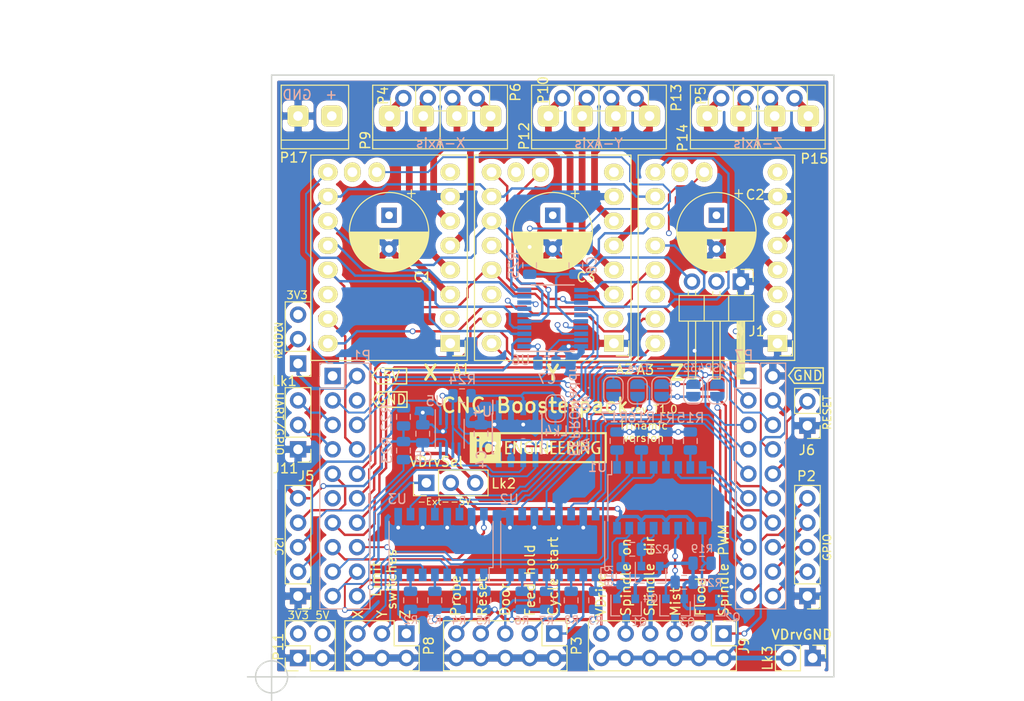
<source format=kicad_pcb>
(kicad_pcb (version 20171130) (host pcbnew "(5.1.2)-1")
  (title_block (title "CNC Boosterpack for Trinamic TMC2130 Drivers") (date 2019-07-09) (rev T1.0) (company "Io Engineering") (comment 1 "Terje Io") (comment 4 "Licensed under CERN OHL v.1.2 or later"))
  (layers (0 F.Cu signal) (1 In1.Cu power) (2 In2.Cu power) (31 B.Cu signal) (34 B.Paste user) (35 F.Paste user) (36 B.SilkS user hide) (37 F.SilkS user hide) (38 B.Mask user) (39 F.Mask user) (44 Edge.Cuts user))
  (net 0 "")
  (net 1 /PB5)
  (net 2 /PB0)
  (net 3 /PB1)
  (net 4 /PD2)
  (net 5 /PE5)
  (net 6 /PD3)
  (net 7 /PB4)
  (net 8 /PA5)
  (net 9 /PE2)
  (net 10 /PA6)
  (net 11 /PE3)
  (net 12 /PA7)
  (net 13 /PF1)
  (net 14 /PC6)
  (net 15 /PB7)
  (net 16 /PA2)
  (net 17 /PB6)
  (net 18 /PF2)
  (net 19 /PF3)
  (net 20 /PB2)
  (net 21 /PB3)
  (net 22 /PE0)
  (net 23 /PC4)
  (net 24 /PF0)
  (net 25 /PC5)
  (net 26 /RST)
  (net 27 /PC7)
  (net 28 /PD6)
  (net 29 /PA4)
  (net 30 /PD7)
  (net 31 /PA3)
  (net 32 /PF4)
  (net 33 "Net-(R1-Pad2)")
  (net 34 "Net-(Q1-Pad1)")
  (net 35 "Net-(R6-Pad2)")
  (net 36 "Net-(R2-Pad2)")
  (net 37 "Net-(R3-Pad2)")
  (net 38 "Net-(R4-Pad2)")
  (net 39 "Net-(R5-Pad2)")
  (net 40 "Net-(R7-Pad2)")
  (net 41 "Net-(R8-Pad2)")
  (net 42 "Net-(R9-Pad2)")
  (net 43 /Probe)
  (net 44 /LimX)
  (net 45 /LimY)
  (net 46 /LimZ)
  (net 47 /CS)
  (net 48 /FH)
  (net 49 /SD)
  (net 50 GND)
  (net 51 /PD0)
  (net 52 /PD1)
  (net 53 /PE4)
  (net 54 /PE1)
  (net 55 "Net-(A1-Pad4)")
  (net 56 "Net-(A1-Pad3)")
  (net 57 "Net-(A1-Pad5)")
  (net 58 "Net-(A1-Pad6)")
  (net 59 "Net-(A2-Pad6)")
  (net 60 "Net-(A2-Pad5)")
  (net 61 "Net-(A3-Pad4)")
  (net 62 "Net-(A3-Pad3)")
  (net 63 "Net-(A2-Pad3)")
  (net 64 "Net-(A2-Pad4)")
  (net 65 "Net-(A3-Pad5)")
  (net 66 "Net-(A3-Pad6)")
  (net 67 "Net-(Q4-Pad1)")
  (net 68 "Net-(Q3-Pad1)")
  (net 69 "Net-(Q2-Pad1)")
  (net 70 "Net-(R15-Pad2)")
  (net 71 "Net-(R16-Pad2)")
  (net 72 "Net-(R17-Pad2)")
  (net 73 "Net-(J9-Pad5)")
  (net 74 "Net-(J9-Pad3)")
  (net 75 /Reset)
  (net 76 "Net-(J5-Pad2)")
  (net 77 "Net-(J5-Pad3)")
  (net 78 /SDO)
  (net 79 /~CSX)
  (net 80 /SCK)
  (net 81 /SDI)
  (net 82 /~CSY)
  (net 83 /~CSZ)
  (net 84 "Net-(C6-Pad1)")
  (net 85 /ENZ)
  (net 86 /ENY)
  (net 87 /ENX)
  (net 88 "Net-(J1-Pad2)")
  (net 89 /DIAGZ)
  (net 90 /DIAGY)
  (net 91 /DIAGX)
  (net 92 +3V3)
  (net 93 VDDF)
  (net 94 VCCQ)
  (net 95 VBUS)
  (net 96 "Net-(A1-Pad16)")
  (net 97 "Net-(A2-Pad16)")
  (net 98 "Net-(A3-Pad16)")
  (net 99 "Net-(A1-Pad10)")
  (net 100 "Net-(A2-Pad10)")
  (net 101 "Net-(A3-Pad10)")
  (net 102 "Net-(J9-Pad9)")
  (net 103 "Net-(J9-Pad7)")
  (net 104 "Net-(J9-Pad10)")
  (net 105 "Net-(J9-Pad11)")
  (net 106 "Net-(Lk2-Pad2)")
  (net 107 "Net-(Lk4-Pad2)")
  (module Connector_PinHeader_2.54mm:PinHeader_2x02_P2.54mm_Vertical (layer F.Cu) (at 2.75 -1.96 90)
    (fp_text reference P11 (at 1.16 -2.05 -90) (layer F.SilkS))
    (fp_text value Power hide)
    (pad 4 thru_hole oval (at 2.54 2.54 90) (size 1.7 1.7) (drill 1) (layers *.Cu *.Mask) (net 95 VBUS))
    (pad 3 thru_hole oval (at 0 2.54 90) (size 1.7 1.7) (drill 1) (layers *.Cu *.Mask) (net 50 GND))
    (pad 2 thru_hole oval (at 2.54 0 90) (size 1.7 1.7) (drill 1) (layers *.Cu *.Mask) (net 92 +3V3))
    (pad 1 thru_hole rect (at 0 0 90) (size 1.7 1.7) (drill 1) (layers *.Cu *.Mask) (net 50 GND))
  )
  (module IoEngineering:PinHeader_1x04_P2.54mm_Vertical_Motor (layer F.Cu) (at 30.19 -60.11 90)
    (fp_text reference P10 (at 0.84 -1.99 270) (layer F.SilkS))
    (fp_text value YMotor hide)
    (pad 4 thru_hole oval (at 0 7.62 90) (size 1.7 1.7) (drill 1) (layers *.Cu *.Mask) (net 60 "Net-(A2-Pad5)"))
    (pad 3 thru_hole oval (at 0 5.08 90) (size 1.7 1.7) (drill 1) (layers *.Cu *.Mask) (net 59 "Net-(A2-Pad6)"))
    (pad 2 thru_hole oval (at 0 2.54 90) (size 1.7 1.7) (drill 1) (layers *.Cu *.Mask) (net 64 "Net-(A2-Pad4)"))
    (pad 1 thru_hole oval (at 0 0 90) (size 1.7 1.7) (drill 1) (layers *.Cu *.Mask) (net 63 "Net-(A2-Pad3)"))
  )
  (module IoEngineering:PinHeader_1x04_P2.54mm_Vertical_Motor (layer F.Cu) (at 46.69 -60.11 90)
    (fp_text reference P5 (at 0.26 -2.12 90) (layer F.SilkS))
    (fp_text value ZMotor hide)
    (pad 4 thru_hole oval (at 0 7.62 90) (size 1.7 1.7) (drill 1) (layers *.Cu *.Mask) (net 65 "Net-(A3-Pad5)"))
    (pad 3 thru_hole oval (at 0 5.08 90) (size 1.7 1.7) (drill 1) (layers *.Cu *.Mask) (net 66 "Net-(A3-Pad6)"))
    (pad 2 thru_hole oval (at 0 2.54 90) (size 1.7 1.7) (drill 1) (layers *.Cu *.Mask) (net 61 "Net-(A3-Pad4)"))
    (pad 1 thru_hole oval (at 0 0 90) (size 1.7 1.7) (drill 1) (layers *.Cu *.Mask) (net 62 "Net-(A3-Pad3)"))
  )
  (module IoEngineering:PinHeader_1x04_P2.54mm_Vertical_Motor (layer F.Cu) (at 13.69 -60.11 90)
    (fp_text reference P4 (at 0.26 -2.1 90) (layer F.SilkS))
    (fp_text value XMotor hide)
    (pad 4 thru_hole oval (at 0 7.62 90) (size 1.7 1.7) (drill 1) (layers *.Cu *.Mask) (net 57 "Net-(A1-Pad5)"))
    (pad 3 thru_hole oval (at 0 5.08 90) (size 1.7 1.7) (drill 1) (layers *.Cu *.Mask) (net 58 "Net-(A1-Pad6)"))
    (pad 2 thru_hole oval (at 0 2.54 90) (size 1.7 1.7) (drill 1) (layers *.Cu *.Mask) (net 55 "Net-(A1-Pad4)"))
    (pad 1 thru_hole oval (at 0 0 90) (size 1.7 1.7) (drill 1) (layers *.Cu *.Mask) (net 56 "Net-(A1-Pad3)"))
  )
  (module Connector_PinHeader_2.54mm:PinHeader_2x06_P2.54mm_Vertical (layer F.Cu) (at 46.94 -4.5 270)
    (fp_text reference J9 (at 1.27 -2.13 270) (layer F.SilkS))
    (fp_text value Spindle/Coolant hide)
    (pad 12 thru_hole oval (at 2.54 12.7 270) (size 1.7 1.7) (drill 1) (layers *.Cu *.Mask) (net 104 "Net-(J9-Pad10)"))
    (pad 11 thru_hole oval (at 0 12.7 270) (size 1.7 1.7) (drill 1) (layers *.Cu *.Mask) (net 105 "Net-(J9-Pad11)"))
    (pad 10 thru_hole oval (at 2.54 10.16 270) (size 1.7 1.7) (drill 1) (layers *.Cu *.Mask) (net 104 "Net-(J9-Pad10)"))
    (pad 9 thru_hole oval (at 0 10.16 270) (size 1.7 1.7) (drill 1) (layers *.Cu *.Mask) (net 102 "Net-(J9-Pad9)"))
    (pad 8 thru_hole oval (at 2.54 7.62 270) (size 1.7 1.7) (drill 1) (layers *.Cu *.Mask) (net 104 "Net-(J9-Pad10)"))
    (pad 7 thru_hole oval (at 0 7.62 270) (size 1.7 1.7) (drill 1) (layers *.Cu *.Mask) (net 103 "Net-(J9-Pad7)"))
    (pad 6 thru_hole oval (at 2.54 5.08 270) (size 1.7 1.7) (drill 1) (layers *.Cu *.Mask) (net 104 "Net-(J9-Pad10)"))
    (pad 5 thru_hole oval (at 0 5.08 270) (size 1.7 1.7) (drill 1) (layers *.Cu *.Mask) (net 73 "Net-(J9-Pad5)"))
    (pad 4 thru_hole oval (at 2.54 2.54 270) (size 1.7 1.7) (drill 1) (layers *.Cu *.Mask) (net 104 "Net-(J9-Pad10)"))
    (pad 3 thru_hole oval (at 0 2.54 270) (size 1.7 1.7) (drill 1) (layers *.Cu *.Mask) (net 74 "Net-(J9-Pad3)"))
    (pad 2 thru_hole oval (at 2.54 0 270) (size 1.7 1.7) (drill 1) (layers *.Cu *.Mask) (net 104 "Net-(J9-Pad10)"))
    (pad 1 thru_hole rect (at 0 0 270) (size 1.7 1.7) (drill 1) (layers *.Cu *.Mask) (net 20 /PB2))
  )
  (module Connector_PinHeader_2.54mm:PinHeader_2x03_P2.54mm_Vertical (layer F.Cu) (at 14 -4.5 270)
    (fp_text reference P8 (at 1.27 -2.33 270) (layer F.SilkS))
    (fp_text value Limits hide)
    (pad 6 thru_hole oval (at 2.54 5.08 270) (size 1.7 1.7) (drill 1) (layers *.Cu *.Mask) (net 50 GND))
    (pad 5 thru_hole oval (at 0 5.08 270) (size 1.7 1.7) (drill 1) (layers *.Cu *.Mask) (net 44 /LimX))
    (pad 4 thru_hole oval (at 2.54 2.54 270) (size 1.7 1.7) (drill 1) (layers *.Cu *.Mask) (net 50 GND))
    (pad 3 thru_hole oval (at 0 2.54 270) (size 1.7 1.7) (drill 1) (layers *.Cu *.Mask) (net 45 /LimY))
    (pad 2 thru_hole oval (at 2.54 0 270) (size 1.7 1.7) (drill 1) (layers *.Cu *.Mask) (net 50 GND))
    (pad 1 thru_hole rect (at 0 0 270) (size 1.7 1.7) (drill 1) (layers *.Cu *.Mask) (net 46 /LimZ))
  )
  (module Connector_PinHeader_2.54mm:PinHeader_2x05_P2.54mm_Vertical (layer F.Cu) (at 29.35 -4.5 270)
    (fp_text reference P3 (at 1.27 -2.33 270) (layer F.SilkS))
    (fp_text value Control hide)
    (pad 10 thru_hole oval (at 2.54 10.16 270) (size 1.7 1.7) (drill 1) (layers *.Cu *.Mask) (net 50 GND))
    (pad 9 thru_hole oval (at 0 10.16 270) (size 1.7 1.7) (drill 1) (layers *.Cu *.Mask) (net 43 /Probe))
    (pad 8 thru_hole oval (at 2.54 7.62 270) (size 1.7 1.7) (drill 1) (layers *.Cu *.Mask) (net 50 GND))
    (pad 7 thru_hole oval (at 0 7.62 270) (size 1.7 1.7) (drill 1) (layers *.Cu *.Mask) (net 75 /Reset))
    (pad 6 thru_hole oval (at 2.54 5.08 270) (size 1.7 1.7) (drill 1) (layers *.Cu *.Mask) (net 50 GND))
    (pad 5 thru_hole oval (at 0 5.08 270) (size 1.7 1.7) (drill 1) (layers *.Cu *.Mask) (net 49 /SD))
    (pad 4 thru_hole oval (at 2.54 2.54 270) (size 1.7 1.7) (drill 1) (layers *.Cu *.Mask) (net 50 GND))
    (pad 3 thru_hole oval (at 0 2.54 270) (size 1.7 1.7) (drill 1) (layers *.Cu *.Mask) (net 48 /FH))
    (pad 2 thru_hole oval (at 2.54 0 270) (size 1.7 1.7) (drill 1) (layers *.Cu *.Mask) (net 50 GND))
    (pad 1 thru_hole rect (at 0 0 270) (size 1.7 1.7) (drill 1) (layers *.Cu *.Mask) (net 47 /CS))
  )
  (module IoEngineering:CONN_PWR_2P_3.5MM_CAMBLOCK (layer F.Cu) (at 4.5 -58.25 180)
    (fp_text reference P17 (at 2.21 -4.32 180) (layer F.SilkS))
    (fp_text value VMOT)
    (pad 2 thru_hole roundrect (at 1.75 0 180) (size 2.2 2.2) (drill 1) (layers *.Cu *.Mask F.SilkS) (net 50 GND))
    (pad 1 thru_hole roundrect (at -1.75 0 180) (size 2.2 2.2) (drill 1) (layers *.Cu *.Mask F.SilkS) (net 93 VDDF))
  )
  (module IoEngineering:CONN_PWR_2P_3.5MM_CAMBLOCK (layer F.Cu) (at 54 -58.25 180)
    (fp_text reference P15 (at -2.38 -4.43) (layer F.SilkS))
    (fp_text value ZB)
    (pad 2 thru_hole roundrect (at 1.75 0 180) (size 2.2 2.2) (drill 1) (layers *.Cu *.Mask F.SilkS) (net 66 "Net-(A3-Pad6)"))
    (pad 1 thru_hole roundrect (at -1.75 0 180) (size 2.2 2.2) (drill 1) (layers *.Cu *.Mask F.SilkS) (net 65 "Net-(A3-Pad5)"))
  )
  (module IoEngineering:CONN_PWR_2P_3.5MM_CAMBLOCK (layer F.Cu) (at 47 -58.25 180)
    (fp_text reference P14 (at 4.32 -2.26 270) (layer F.SilkS))
    (fp_text value ZA)
    (pad 2 thru_hole roundrect (at 1.75 0 180) (size 2.2 2.2) (drill 1) (layers *.Cu *.Mask F.SilkS) (net 62 "Net-(A3-Pad3)"))
    (pad 1 thru_hole roundrect (at -1.75 0 180) (size 2.2 2.2) (drill 1) (layers *.Cu *.Mask F.SilkS) (net 61 "Net-(A3-Pad4)"))
  )
  (module IoEngineering:CONN_PWR_2P_3.5MM_CAMBLOCK (layer F.Cu) (at 37.5 -58.25 180)
    (fp_text reference P13 (at -4.53 1.9 270) (layer F.SilkS))
    (fp_text value YB)
    (pad 2 thru_hole roundrect (at 1.75 0 180) (size 2.2 2.2) (drill 1) (layers *.Cu *.Mask F.SilkS) (net 59 "Net-(A2-Pad6)"))
    (pad 1 thru_hole roundrect (at -1.75 0 180) (size 2.2 2.2) (drill 1) (layers *.Cu *.Mask F.SilkS) (net 60 "Net-(A2-Pad5)"))
  )
  (module IoEngineering:CONN_PWR_2P_3.5MM_CAMBLOCK (layer F.Cu) (at 30.5 -58.25 180)
    (fp_text reference P12 (at 4.27 -2.09 270) (layer F.SilkS))
    (fp_text value YA)
    (pad 2 thru_hole roundrect (at 1.75 0 180) (size 2.2 2.2) (drill 1) (layers *.Cu *.Mask F.SilkS) (net 63 "Net-(A2-Pad3)"))
    (pad 1 thru_hole roundrect (at -1.75 0 180) (size 2.2 2.2) (drill 1) (layers *.Cu *.Mask F.SilkS) (net 64 "Net-(A2-Pad4)"))
  )
  (module IoEngineering:CONN_PWR_2P_3.5MM_CAMBLOCK (layer F.Cu) (at 14 -58.25 180)
    (fp_text reference P9 (at 4.26 -2.53 270) (layer F.SilkS))
    (fp_text value XA)
    (pad 2 thru_hole roundrect (at 1.75 0 180) (size 2.2 2.2) (drill 1) (layers *.Cu *.Mask F.SilkS) (net 56 "Net-(A1-Pad3)"))
    (pad 1 thru_hole roundrect (at -1.75 0 180) (size 2.2 2.2) (drill 1) (layers *.Cu *.Mask F.SilkS) (net 55 "Net-(A1-Pad4)"))
  )
  (module IoEngineering:CONN_PWR_2P_3.5MM_CAMBLOCK (layer F.Cu) (at 21 -58.25 180)
    (fp_text reference P6 (at -4.33 2.47 270) (layer F.SilkS))
    (fp_text value XB)
    (pad 2 thru_hole roundrect (at 1.75 0 180) (size 2.2 2.2) (drill 1) (layers *.Cu *.Mask F.SilkS) (net 58 "Net-(A1-Pad6)"))
    (pad 1 thru_hole roundrect (at -1.75 0 180) (size 2.2 2.2) (drill 1) (layers *.Cu *.Mask F.SilkS) (net 57 "Net-(A1-Pad5)"))
  )
  (module IoEngineering:SilentStepStick_TMC2130 (layer F.Cu) (at 52.55 -34.64 180)
    (fp_text reference A3 (at 13.72 -2.75 180) (layer F.SilkS))
    (fp_text value SilentStepStick_Breakout_TMC2130 hide)
    (pad 9 thru_hole oval (at 7.62 17.78 270) (size 2.032 1.7272) (drill 1.016) (layers *.Cu *.Mask F.SilkS) (net 89 /DIAGZ))
    (pad 10 thru_hole oval (at 10.16 17.78 270) (size 2.032 1.7272) (drill 1.016) (layers *.Cu *.Mask F.SilkS) (net 101 "Net-(A3-Pad10)"))
    (pad 18 thru_hole oval (at 12.7 0 180) (size 2.032 1.7272) (drill 1.016) (layers *.Cu *.Mask F.SilkS) (net 7 /PB4))
    (pad 17 thru_hole oval (at 12.7 2.54 180) (size 2.032 1.7272) (drill 1.016) (layers *.Cu *.Mask F.SilkS) (net 6 /PD3))
    (pad 16 thru_hole oval (at 12.7 5.08 180) (size 2.032 1.7272) (drill 1.016) (layers *.Cu *.Mask F.SilkS) (net 98 "Net-(A3-Pad16)"))
    (pad 15 thru_hole oval (at 12.7 7.62 180) (size 2.032 1.7272) (drill 1.016) (layers *.Cu *.Mask F.SilkS) (net 78 /SDO))
    (pad 14 thru_hole oval (at 12.7 10.16 180) (size 2.032 1.7272) (drill 1.016) (layers *.Cu *.Mask F.SilkS) (net 83 /~CSZ))
    (pad 13 thru_hole oval (at 12.7 12.7 180) (size 2.032 1.7272) (drill 1.016) (layers *.Cu *.Mask F.SilkS) (net 80 /SCK))
    (pad 12 thru_hole oval (at 12.7 15.24 180) (size 2.032 1.7272) (drill 1.016) (layers *.Cu *.Mask F.SilkS) (net 81 /SDI))
    (pad 11 thru_hole oval (at 12.7 17.78 180) (size 2.032 1.7272) (drill 1.016) (layers *.Cu *.Mask F.SilkS) (net 85 /ENZ))
    (pad 8 thru_hole oval (at 0 17.78 180) (size 2.032 1.7272) (drill 1.016) (layers *.Cu *.Mask F.SilkS) (net 93 VDDF))
    (pad 7 thru_hole oval (at 0 15.24 180) (size 2.032 1.7272) (drill 1.016) (layers *.Cu *.Mask F.SilkS) (net 50 GND))
    (pad 6 thru_hole oval (at 0 12.7 180) (size 2.032 1.7272) (drill 1.016) (layers *.Cu *.Mask F.SilkS) (net 66 "Net-(A3-Pad6)"))
    (pad 5 thru_hole oval (at 0 10.16 180) (size 2.032 1.7272) (drill 1.016) (layers *.Cu *.Mask F.SilkS) (net 65 "Net-(A3-Pad5)"))
    (pad 4 thru_hole oval (at 0 7.62 180) (size 2.032 1.7272) (drill 1.016) (layers *.Cu *.Mask F.SilkS) (net 61 "Net-(A3-Pad4)"))
    (pad 3 thru_hole oval (at 0 5.08 180) (size 2.032 1.7272) (drill 1.016) (layers *.Cu *.Mask F.SilkS) (net 62 "Net-(A3-Pad3)"))
    (pad 2 thru_hole oval (at 0.0508 2.54 180) (size 2.032 1.7272) (drill 1.016) (layers *.Cu *.Mask F.SilkS) (net 92 +3V3))
    (pad 1 thru_hole rect (at 0 0 180) (size 2.032 1.7272) (drill 1.016) (layers *.Cu *.Mask F.SilkS) (net 50 GND))
  )
  (module IoEngineering:SilentStepStick_TMC2130 (layer F.Cu) (at 35.55 -34.64 180)
    (fp_text reference A2 (at -1.09 -2.69 180) (layer F.SilkS))
    (fp_text value SilentStepStick_Breakout_TMC2130 hide)
    (pad 9 thru_hole oval (at 7.62 17.78 270) (size 2.032 1.7272) (drill 1.016) (layers *.Cu *.Mask F.SilkS) (net 90 /DIAGY))
    (pad 10 thru_hole oval (at 10.16 17.78 270) (size 2.032 1.7272) (drill 1.016) (layers *.Cu *.Mask F.SilkS) (net 100 "Net-(A2-Pad10)"))
    (pad 18 thru_hole oval (at 12.7 0 180) (size 2.032 1.7272) (drill 1.016) (layers *.Cu *.Mask F.SilkS) (net 17 /PB6))
    (pad 17 thru_hole oval (at 12.7 2.54 180) (size 2.032 1.7272) (drill 1.016) (layers *.Cu *.Mask F.SilkS) (net 4 /PD2))
    (pad 16 thru_hole oval (at 12.7 5.08 180) (size 2.032 1.7272) (drill 1.016) (layers *.Cu *.Mask F.SilkS) (net 97 "Net-(A2-Pad16)"))
    (pad 15 thru_hole oval (at 12.7 7.62 180) (size 2.032 1.7272) (drill 1.016) (layers *.Cu *.Mask F.SilkS) (net 78 /SDO))
    (pad 14 thru_hole oval (at 12.7 10.16 180) (size 2.032 1.7272) (drill 1.016) (layers *.Cu *.Mask F.SilkS) (net 82 /~CSY))
    (pad 13 thru_hole oval (at 12.7 12.7 180) (size 2.032 1.7272) (drill 1.016) (layers *.Cu *.Mask F.SilkS) (net 80 /SCK))
    (pad 12 thru_hole oval (at 12.7 15.24 180) (size 2.032 1.7272) (drill 1.016) (layers *.Cu *.Mask F.SilkS) (net 81 /SDI))
    (pad 11 thru_hole oval (at 12.7 17.78 180) (size 2.032 1.7272) (drill 1.016) (layers *.Cu *.Mask F.SilkS) (net 86 /ENY))
    (pad 8 thru_hole oval (at 0 17.78 180) (size 2.032 1.7272) (drill 1.016) (layers *.Cu *.Mask F.SilkS) (net 93 VDDF))
    (pad 7 thru_hole oval (at 0 15.24 180) (size 2.032 1.7272) (drill 1.016) (layers *.Cu *.Mask F.SilkS) (net 50 GND))
    (pad 6 thru_hole oval (at 0 12.7 180) (size 2.032 1.7272) (drill 1.016) (layers *.Cu *.Mask F.SilkS) (net 59 "Net-(A2-Pad6)"))
    (pad 5 thru_hole oval (at 0 10.16 180) (size 2.032 1.7272) (drill 1.016) (layers *.Cu *.Mask F.SilkS) (net 60 "Net-(A2-Pad5)"))
    (pad 4 thru_hole oval (at 0 7.62 180) (size 2.032 1.7272) (drill 1.016) (layers *.Cu *.Mask F.SilkS) (net 64 "Net-(A2-Pad4)"))
    (pad 3 thru_hole oval (at 0 5.08 180) (size 2.032 1.7272) (drill 1.016) (layers *.Cu *.Mask F.SilkS) (net 63 "Net-(A2-Pad3)"))
    (pad 2 thru_hole oval (at 0.0508 2.54 180) (size 2.032 1.7272) (drill 1.016) (layers *.Cu *.Mask F.SilkS) (net 92 +3V3))
    (pad 1 thru_hole rect (at 0 0 180) (size 2.032 1.7272) (drill 1.016) (layers *.Cu *.Mask F.SilkS) (net 50 GND))
  )
  (module IoEngineering:SilentStepStick_TMC2130 (layer F.Cu) (at 18.55 -34.64 180)
    (fp_text reference A1 (at -1.18 -2.66 180) (layer F.SilkS))
    (fp_text value SilentStepStick_Breakout_TMC2130 hide)
    (pad 9 thru_hole oval (at 7.62 17.78 270) (size 2.032 1.7272) (drill 1.016) (layers *.Cu *.Mask F.SilkS) (net 91 /DIAGX))
    (pad 10 thru_hole oval (at 10.16 17.78 270) (size 2.032 1.7272) (drill 1.016) (layers *.Cu *.Mask F.SilkS) (net 99 "Net-(A1-Pad10)"))
    (pad 18 thru_hole oval (at 12.7 0 180) (size 2.032 1.7272) (drill 1.016) (layers *.Cu *.Mask F.SilkS) (net 15 /PB7))
    (pad 17 thru_hole oval (at 12.7 2.54 180) (size 2.032 1.7272) (drill 1.016) (layers *.Cu *.Mask F.SilkS) (net 52 /PD1))
    (pad 16 thru_hole oval (at 12.7 5.08 180) (size 2.032 1.7272) (drill 1.016) (layers *.Cu *.Mask F.SilkS) (net 96 "Net-(A1-Pad16)"))
    (pad 15 thru_hole oval (at 12.7 7.62 180) (size 2.032 1.7272) (drill 1.016) (layers *.Cu *.Mask F.SilkS) (net 78 /SDO))
    (pad 14 thru_hole oval (at 12.7 10.16 180) (size 2.032 1.7272) (drill 1.016) (layers *.Cu *.Mask F.SilkS) (net 79 /~CSX))
    (pad 13 thru_hole oval (at 12.7 12.7 180) (size 2.032 1.7272) (drill 1.016) (layers *.Cu *.Mask F.SilkS) (net 80 /SCK))
    (pad 12 thru_hole oval (at 12.7 15.24 180) (size 2.032 1.7272) (drill 1.016) (layers *.Cu *.Mask F.SilkS) (net 81 /SDI))
    (pad 11 thru_hole oval (at 12.7 17.78 180) (size 2.032 1.7272) (drill 1.016) (layers *.Cu *.Mask F.SilkS) (net 87 /ENX))
    (pad 8 thru_hole oval (at 0 17.78 180) (size 2.032 1.7272) (drill 1.016) (layers *.Cu *.Mask F.SilkS) (net 93 VDDF))
    (pad 7 thru_hole oval (at 0 15.24 180) (size 2.032 1.7272) (drill 1.016) (layers *.Cu *.Mask F.SilkS) (net 50 GND))
    (pad 6 thru_hole oval (at 0 12.7 180) (size 2.032 1.7272) (drill 1.016) (layers *.Cu *.Mask F.SilkS) (net 58 "Net-(A1-Pad6)"))
    (pad 5 thru_hole oval (at 0 10.16 180) (size 2.032 1.7272) (drill 1.016) (layers *.Cu *.Mask F.SilkS) (net 57 "Net-(A1-Pad5)"))
    (pad 4 thru_hole oval (at 0 7.62 180) (size 2.032 1.7272) (drill 1.016) (layers *.Cu *.Mask F.SilkS) (net 55 "Net-(A1-Pad4)"))
    (pad 3 thru_hole oval (at 0 5.08 180) (size 2.032 1.7272) (drill 1.016) (layers *.Cu *.Mask F.SilkS) (net 56 "Net-(A1-Pad3)"))
    (pad 2 thru_hole oval (at 0.0508 2.54 180) (size 2.032 1.7272) (drill 1.016) (layers *.Cu *.Mask F.SilkS) (net 92 +3V3))
    (pad 1 thru_hole rect (at 0 0 180) (size 2.032 1.7272) (drill 1.016) (layers *.Cu *.Mask F.SilkS) (net 50 GND))
  )
  (module Jumper:SolderJumper-2_P1.3mm_Open_RoundedPad1.0x1.5mm (layer B.Cu) (at 43.8 -29.75 270)
    (fp_text reference J14 hide)
    (fp_text value Lk hide)
    (pad 2 smd custom (at 0.65 0 270) (size 1 0.5) (layers B.Cu B.Mask) (net 27 /PC7) (options (clearance outline) (anchor rect)) (primitives (gr_circle (center 0 -0.25) (end 0.5 -0.25) (width 0)) (gr_circle (center 0 0.25) (end 0.5 0.25) (width 0)) (gr_poly (pts (xy 0 0.75) (xy -0.5 0.75) (xy -0.5 -0.75) (xy 0 -0.75)) (width 0))))
    (pad 1 smd custom (at -0.65 0 270) (size 1 0.5) (layers B.Cu B.Mask) (net 21 /PB3) (options (clearance outline) (anchor rect)) (primitives (gr_circle (center 0 -0.25) (end 0.5 -0.25) (width 0)) (gr_circle (center 0 0.25) (end 0.5 0.25) (width 0)) (gr_poly (pts (xy 0 0.75) (xy 0.5 0.75) (xy 0.5 -0.75) (xy 0 -0.75)) (width 0))))
  )
  (module Jumper:SolderJumper-2_P1.3mm_Open_RoundedPad1.0x1.5mm (layer B.Cu) (at 46.3 -29.75 270)
    (fp_text reference J13 hide)
    (fp_text value Lk hide)
    (pad 2 smd custom (at 0.65 0 270) (size 1 0.5) (layers B.Cu B.Mask) (net 13 /PF1) (options (clearance outline) (anchor rect)) (primitives (gr_circle (center 0 -0.25) (end 0.5 -0.25) (width 0)) (gr_circle (center 0 0.25) (end 0.5 0.25) (width 0)) (gr_poly (pts (xy 0 0.75) (xy -0.5 0.75) (xy -0.5 -0.75) (xy 0 -0.75)) (width 0))))
    (pad 1 smd custom (at -0.65 0 270) (size 1 0.5) (layers B.Cu B.Mask) (net 22 /PE0) (options (clearance outline) (anchor rect)) (primitives (gr_circle (center 0 -0.25) (end 0.5 -0.25) (width 0)) (gr_circle (center 0 0.25) (end 0.5 0.25) (width 0)) (gr_poly (pts (xy 0 0.75) (xy 0.5 0.75) (xy 0.5 -0.75) (xy 0 -0.75)) (width 0))))
  )
  (module Jumper:SolderJumper-2_P1.3mm_Open_RoundedPad1.0x1.5mm (layer B.Cu) (at 40.5 -29.75 270)
    (fp_text reference J12 hide)
    (fp_text value Lk hide)
    (pad 2 smd custom (at 0.65 0 270) (size 1 0.5) (layers B.Cu B.Mask) (net 27 /PC7) (options (clearance outline) (anchor rect)) (primitives (gr_circle (center 0 -0.25) (end 0.5 -0.25) (width 0)) (gr_circle (center 0 0.25) (end 0.5 0.25) (width 0)) (gr_poly (pts (xy 0 0.75) (xy -0.5 0.75) (xy -0.5 -0.75) (xy 0 -0.75)) (width 0))))
    (pad 1 smd custom (at -0.65 0 270) (size 1 0.5) (layers B.Cu B.Mask) (net 22 /PE0) (options (clearance outline) (anchor rect)) (primitives (gr_circle (center 0 -0.25) (end 0.5 -0.25) (width 0)) (gr_circle (center 0 0.25) (end 0.5 0.25) (width 0)) (gr_poly (pts (xy 0 0.75) (xy 0.5 0.75) (xy 0.5 -0.75) (xy 0 -0.75)) (width 0))))
  )
  (module Jumper:SolderJumper-2_P1.3mm_Open_RoundedPad1.0x1.5mm (layer B.Cu) (at 38 -29.75 90)
    (fp_text reference J3 hide)
    (fp_text value Lk hide)
    (pad 2 smd custom (at 0.65 0 90) (size 1 0.5) (layers B.Cu B.Mask) (net 51 /PD0) (options (clearance outline) (anchor rect)) (primitives (gr_circle (center 0 -0.25) (end 0.5 -0.25) (width 0)) (gr_circle (center 0 0.25) (end 0.5 0.25) (width 0)) (gr_poly (pts (xy 0 0.75) (xy -0.5 0.75) (xy -0.5 -0.75) (xy 0 -0.75)) (width 0))))
    (pad 1 smd custom (at -0.65 0 90) (size 1 0.5) (layers B.Cu B.Mask) (net 23 /PC4) (options (clearance outline) (anchor rect)) (primitives (gr_circle (center 0 -0.25) (end 0.5 -0.25) (width 0)) (gr_circle (center 0 0.25) (end 0.5 0.25) (width 0)) (gr_poly (pts (xy 0 0.75) (xy 0.5 0.75) (xy 0.5 -0.75) (xy 0 -0.75)) (width 0))))
  )
  (module Jumper:SolderJumper-2_P1.3mm_Open_RoundedPad1.0x1.5mm (layer B.Cu) (at 35.5 -29.75 270)
    (fp_text reference J2 hide)
    (fp_text value Lk hide)
    (pad 2 smd custom (at 0.65 0 270) (size 1 0.5) (layers B.Cu B.Mask) (net 1 /PB5) (options (clearance outline) (anchor rect)) (primitives (gr_circle (center 0 -0.25) (end 0.5 -0.25) (width 0)) (gr_circle (center 0 0.25) (end 0.5 0.25) (width 0)) (gr_poly (pts (xy 0 0.75) (xy -0.5 0.75) (xy -0.5 -0.75) (xy 0 -0.75)) (width 0))))
    (pad 1 smd custom (at -0.65 0 270) (size 1 0.5) (layers B.Cu B.Mask) (net 21 /PB3) (options (clearance outline) (anchor rect)) (primitives (gr_circle (center 0 -0.25) (end 0.5 -0.25) (width 0)) (gr_circle (center 0 0.25) (end 0.5 0.25) (width 0)) (gr_poly (pts (xy 0 0.75) (xy 0.5 0.75) (xy 0.5 -0.75) (xy 0 -0.75)) (width 0))))
  )
  (module Jumper:SolderJumper-2_P1.3mm_Open_RoundedPad1.0x1.5mm (layer B.Cu) (at 29.48 -27.88 90)
    (fp_text reference Lk4 (at -2.36 0.06 180) (layer B.SilkS) (effects (justify mirror)))
    (fp_text value EEPROMaddr hide)
    (pad 2 smd custom (at 0.65 0 90) (size 1 0.5) (layers B.Cu B.Mask) (net 107 "Net-(Lk4-Pad2)") (options (clearance outline) (anchor rect)) (primitives (gr_circle (center 0 -0.25) (end 0.5 -0.25) (width 0)) (gr_circle (center 0 0.25) (end 0.5 0.25) (width 0)) (gr_poly (pts (xy 0 0.75) (xy -0.5 0.75) (xy -0.5 -0.75) (xy 0 -0.75)) (width 0))))
    (pad 1 smd custom (at -0.65 0 90) (size 1 0.5) (layers B.Cu B.Mask) (net 50 GND) (options (clearance outline) (anchor rect)) (primitives (gr_circle (center 0 -0.25) (end 0.5 -0.25) (width 0)) (gr_circle (center 0 0.25) (end 0.5 0.25) (width 0)) (gr_poly (pts (xy 0 0.75) (xy 0.5 0.75) (xy 0.5 -0.75) (xy 0 -0.75)) (width 0))))
  )
  (module Connector_PinHeader_2.54mm:PinHeader_1x02_P2.54mm_Vertical (layer F.Cu) (at 56.2 -1.96 270)
    (fp_text reference Lk3 (at 0.01 4.69 90) (layer F.SilkS))
    (fp_text value VDrvGND (at -2.43 1.14) (layer F.SilkS))
    (pad 2 thru_hole oval (at 0 2.54 270) (size 1.7 1.7) (drill 1) (layers *.Cu *.Mask) (net 104 "Net-(J9-Pad10)"))
    (pad 1 thru_hole rect (at 0 0 270) (size 1.7 1.7) (drill 1) (layers *.Cu *.Mask) (net 50 GND))
  )
  (module Connector_PinHeader_2.54mm:PinHeader_1x02_P2.54mm_Vertical (layer F.Cu) (at 55.65 -26.09 180)
    (fp_text reference J6 (at 0.05 -2.54 180) (layer F.SilkS))
    (fp_text value RESET (at -2.05 1.36 90) (layer F.SilkS) (effects (font (size 0.8 0.8) (thickness 0.12))))
    (pad 2 thru_hole oval (at 0 2.54 180) (size 1.7 1.7) (drill 1) (layers *.Cu *.Mask) (net 26 /RST))
    (pad 1 thru_hole rect (at 0 0 180) (size 1.7 1.7) (drill 1) (layers *.Cu *.Mask) (net 50 GND))
  )
  (module Resistor_SMD:R_0805_2012Metric (layer B.Cu) (at 26.8 -42.75 270)
    (fp_text reference R25 (at 0 1.65 270) (layer B.SilkS) (effects (justify mirror)))
    (fp_text value 47K)
    (pad 2 smd roundrect (at 0.9375 0 270) (size 0.975 1.4) (layers B.Cu B.Paste B.Mask) (net 84 "Net-(C6-Pad1)"))
    (pad 1 smd roundrect (at -0.9375 0 270) (size 0.975 1.4) (layers B.Cu B.Paste B.Mask) (net 92 +3V3))
  )
  (module Resistor_SMD:R_0805_2012Metric (layer B.Cu) (at 16.96 -7.95 90)
    (fp_text reference R3 (at -2.05 -0.06) (layer B.SilkS) (effects (font (size 0.8 0.8) (thickness 0.12)) (justify mirror)))
    (fp_text value 470)
    (pad 2 smd roundrect (at 0.9375 0 90) (size 0.975 1.4) (layers B.Cu B.Paste B.Mask) (net 37 "Net-(R3-Pad2)"))
    (pad 1 smd roundrect (at -0.9375 0 90) (size 0.975 1.4) (layers B.Cu B.Paste B.Mask) (net 95 VBUS))
  )
  (module Resistor_SMD:R_0805_2012Metric (layer B.Cu) (at 14.43 -7.95 90)
    (fp_text reference R2 (at -2.05 0.02 180) (layer B.SilkS) (effects (font (size 0.8 0.8) (thickness 0.12)) (justify mirror)))
    (fp_text value 470)
    (pad 2 smd roundrect (at 0.9375 0 90) (size 0.975 1.4) (layers B.Cu B.Paste B.Mask) (net 36 "Net-(R2-Pad2)"))
    (pad 1 smd roundrect (at -0.9375 0 90) (size 0.975 1.4) (layers B.Cu B.Paste B.Mask) (net 95 VBUS))
  )
  (module Resistor_SMD:R_0805_2012Metric (layer B.Cu) (at 22.05 -7.95 90)
    (fp_text reference R5 (at -2.1 -0.05 180) (layer B.SilkS) (effects (font (size 0.8 0.8) (thickness 0.12)) (justify mirror)))
    (fp_text value 470)
    (pad 2 smd roundrect (at 0.9375 0 90) (size 0.975 1.4) (layers B.Cu B.Paste B.Mask) (net 39 "Net-(R5-Pad2)"))
    (pad 1 smd roundrect (at -0.9375 0 90) (size 0.975 1.4) (layers B.Cu B.Paste B.Mask) (net 95 VBUS))
  )
  (module Resistor_SMD:R_0805_2012Metric (layer B.Cu) (at 26.03 -7.95 90)
    (fp_text reference R6 (at -2.1 -0.03 180) (layer B.SilkS) (effects (font (size 0.8 0.8) (thickness 0.12)) (justify mirror)))
    (fp_text value 470)
    (pad 2 smd roundrect (at 0.9375 0 90) (size 0.975 1.4) (layers B.Cu B.Paste B.Mask) (net 35 "Net-(R6-Pad2)"))
    (pad 1 smd roundrect (at -0.9375 0 90) (size 0.975 1.4) (layers B.Cu B.Paste B.Mask) (net 95 VBUS))
  )
  (module Resistor_SMD:R_0805_2012Metric (layer B.Cu) (at 28.56 -7.95 90)
    (fp_text reference R7 (at -2.1 -0.01 180) (layer B.SilkS) (effects (font (size 0.8 0.8) (thickness 0.12)) (justify mirror)))
    (fp_text value 470)
    (pad 2 smd roundrect (at 0.9375 0 90) (size 0.975 1.4) (layers B.Cu B.Paste B.Mask) (net 40 "Net-(R7-Pad2)"))
    (pad 1 smd roundrect (at -0.9375 0 90) (size 0.975 1.4) (layers B.Cu B.Paste B.Mask) (net 95 VBUS))
  )
  (module Resistor_SMD:R_0805_2012Metric (layer B.Cu) (at 31.11 -7.95 90)
    (fp_text reference R8 (at -2.05 0.04 180) (layer B.SilkS) (effects (font (size 0.8 0.8) (thickness 0.12)) (justify mirror)))
    (fp_text value 470)
    (pad 2 smd roundrect (at 0.9375 0 90) (size 0.975 1.4) (layers B.Cu B.Paste B.Mask) (net 41 "Net-(R8-Pad2)"))
    (pad 1 smd roundrect (at -0.9375 0 90) (size 0.975 1.4) (layers B.Cu B.Paste B.Mask) (net 95 VBUS))
  )
  (module Resistor_SMD:R_0805_2012Metric (layer B.Cu) (at 33.65 -7.95 90)
    (fp_text reference R9 (at -2.1 0 180) (layer B.SilkS) (effects (font (size 0.8 0.8) (thickness 0.12)) (justify mirror)))
    (fp_text value 470)
    (pad 2 smd roundrect (at 0.9375 0 90) (size 0.975 1.4) (layers B.Cu B.Paste B.Mask) (net 42 "Net-(R9-Pad2)"))
    (pad 1 smd roundrect (at -0.9375 0 90) (size 0.975 1.4) (layers B.Cu B.Paste B.Mask) (net 95 VBUS))
  )
  (module Resistor_SMD:R_0805_2012Metric (layer B.Cu) (at 19.51 -7.95 90)
    (fp_text reference R4 (at -2.1 -0.06 180) (layer B.SilkS) (effects (font (size 0.8 0.8) (thickness 0.12)) (justify mirror)))
    (fp_text value 470)
    (pad 2 smd roundrect (at 0.9375 0 90) (size 0.975 1.4) (layers B.Cu B.Paste B.Mask) (net 38 "Net-(R4-Pad2)"))
    (pad 1 smd roundrect (at -0.9375 0 90) (size 0.975 1.4) (layers B.Cu B.Paste B.Mask) (net 95 VBUS))
  )
  (module Resistor_SMD:R_0805_2012Metric (layer B.Cu) (at 19.78 -29.2)
    (fp_text reference R24 (at 0.025 -1.7) (layer B.SilkS) (effects (justify mirror)))
    (fp_text value 10K)
    (pad 2 smd roundrect (at 0.9375 0) (size 0.975 1.4) (layers B.Cu B.Paste B.Mask) (net 107 "Net-(Lk4-Pad2)"))
    (pad 1 smd roundrect (at -0.9375 0) (size 0.975 1.4) (layers B.Cu B.Paste B.Mask) (net 92 +3V3))
  )
  (module Resistor_SMD:R_0805_2012Metric (layer B.Cu) (at 13.7 -23.5 270)
    (fp_text reference R23 (at -0.05 1.7 270) (layer B.SilkS) (effects (justify mirror)))
    (fp_text value 6K8)
    (pad 2 smd roundrect (at 0.9375 0 270) (size 0.975 1.4) (layers B.Cu B.Paste B.Mask) (net 76 "Net-(J5-Pad2)"))
    (pad 1 smd roundrect (at -0.9375 0 270) (size 0.975 1.4) (layers B.Cu B.Paste B.Mask) (net 94 VCCQ))
  )
  (module Resistor_SMD:R_0805_2012Metric (layer B.Cu) (at 13.7 -27 90)
    (fp_text reference R22 (at -0.1 -1.75 90) (layer B.SilkS) (effects (justify mirror)))
    (fp_text value 6K8)
    (pad 2 smd roundrect (at 0.9375 0 90) (size 0.975 1.4) (layers B.Cu B.Paste B.Mask) (net 77 "Net-(J5-Pad3)"))
    (pad 1 smd roundrect (at -0.9375 0 90) (size 0.975 1.4) (layers B.Cu B.Paste B.Mask) (net 94 VCCQ))
  )
  (module Resistor_SMD:R_0805_2012Metric (layer B.Cu) (at 42.85 -9.825)
    (fp_text reference R20 (at 2.8 0.05) (layer B.SilkS) (effects (font (size 0.8 0.8) (thickness 0.12)) (justify mirror)))
    (fp_text value 2K7)
    (pad 2 smd roundrect (at 0.9375 0) (size 0.975 1.4) (layers B.Cu B.Paste B.Mask) (net 104 "Net-(J9-Pad10)"))
    (pad 1 smd roundrect (at -0.9375 0) (size 0.975 1.4) (layers B.Cu B.Paste B.Mask) (net 68 "Net-(Q3-Pad1)"))
  )
  (module Resistor_SMD:R_0805_2012Metric (layer B.Cu) (at 37.46 -13.25 180)
    (fp_text reference R21 (at -2.74 0 180) (layer B.SilkS) (effects (font (size 0.8 0.8) (thickness 0.12)) (justify mirror)))
    (fp_text value 2K7)
    (pad 2 smd roundrect (at 0.9375 0 180) (size 0.975 1.4) (layers B.Cu B.Paste B.Mask) (net 104 "Net-(J9-Pad10)"))
    (pad 1 smd roundrect (at -0.9375 0 180) (size 0.975 1.4) (layers B.Cu B.Paste B.Mask) (net 67 "Net-(Q4-Pad1)"))
  )
  (module Resistor_SMD:R_0805_2012Metric (layer B.Cu) (at 40.96 -24.5 270)
    (fp_text reference R1 (at -2.35 0.01) (layer B.SilkS) (effects (justify mirror)))
    (fp_text value 330)
    (pad 2 smd roundrect (at 0.9375 0 270) (size 0.975 1.4) (layers B.Cu B.Paste B.Mask) (net 33 "Net-(R1-Pad2)"))
    (pad 1 smd roundrect (at -0.9375 0 270) (size 0.975 1.4) (layers B.Cu B.Paste B.Mask) (net 92 +3V3))
  )
  (module Resistor_SMD:R_0805_2012Metric (layer B.Cu) (at 43.49 -24.5 270)
    (fp_text reference R15 (at -2.4 -0.01) (layer B.SilkS) (effects (justify mirror)))
    (fp_text value 330)
    (pad 2 smd roundrect (at 0.9375 0 270) (size 0.975 1.4) (layers B.Cu B.Paste B.Mask) (net 70 "Net-(R15-Pad2)"))
    (pad 1 smd roundrect (at -0.9375 0 270) (size 0.975 1.4) (layers B.Cu B.Paste B.Mask) (net 92 +3V3))
  )
  (module Resistor_SMD:R_0805_2012Metric (layer B.Cu) (at 38.41 -24.5 270)
    (fp_text reference R16 (at -2.45 0.01) (layer B.SilkS) (effects (justify mirror)))
    (fp_text value 330)
    (pad 2 smd roundrect (at 0.9375 0 270) (size 0.975 1.4) (layers B.Cu B.Paste B.Mask) (net 71 "Net-(R16-Pad2)"))
    (pad 1 smd roundrect (at -0.9375 0 270) (size 0.975 1.4) (layers B.Cu B.Paste B.Mask) (net 92 +3V3))
  )
  (module Resistor_SMD:R_0805_2012Metric (layer B.Cu) (at 35.87 -24.5 270)
    (fp_text reference R17 (at -2.45 0.27) (layer B.SilkS) (effects (justify mirror)))
    (fp_text value 330)
    (pad 2 smd roundrect (at 0.9375 0 270) (size 0.975 1.4) (layers B.Cu B.Paste B.Mask) (net 72 "Net-(R17-Pad2)"))
    (pad 1 smd roundrect (at -0.9375 0 270) (size 0.975 1.4) (layers B.Cu B.Paste B.Mask) (net 92 +3V3))
  )
  (module Resistor_SMD:R_0805_2012Metric (layer B.Cu) (at 36.51 -10.5 90)
    (fp_text reference R18 (at 0 -1.46 90) (layer B.SilkS) (effects (font (size 0.8 0.8) (thickness 0.12)) (justify mirror)))
    (fp_text value 2K7)
    (pad 2 smd roundrect (at 0.9375 0 90) (size 0.975 1.4) (layers B.Cu B.Paste B.Mask) (net 104 "Net-(J9-Pad10)"))
    (pad 1 smd roundrect (at -0.9375 0 90) (size 0.975 1.4) (layers B.Cu B.Paste B.Mask) (net 34 "Net-(Q1-Pad1)"))
  )
  (module Resistor_SMD:R_0805_2012Metric (layer B.Cu) (at 44.71 -11.8 180)
    (fp_text reference R19 (at 0 1.5 180) (layer B.SilkS) (effects (font (size 0.8 0.8) (thickness 0.12)) (justify mirror)))
    (fp_text value 2K7)
    (pad 2 smd roundrect (at 0.9375 0 180) (size 0.975 1.4) (layers B.Cu B.Paste B.Mask) (net 104 "Net-(J9-Pad10)"))
    (pad 1 smd roundrect (at -0.9375 0 180) (size 0.975 1.4) (layers B.Cu B.Paste B.Mask) (net 69 "Net-(Q2-Pad1)"))
  )
  (module Capacitor_SMD:C_0805_2012Metric (layer B.Cu) (at 28.6 -32.6)
    (fp_text reference C7 (at 0 1.65) (layer B.SilkS) (effects (justify mirror)))
    (fp_text value 100n)
    (pad 2 smd roundrect (at 0.9375 0) (size 0.975 1.4) (layers B.Cu B.Paste B.Mask) (net 50 GND))
    (pad 1 smd roundrect (at -0.9375 0) (size 0.975 1.4) (layers B.Cu B.Paste B.Mask) (net 92 +3V3))
  )
  (module Capacitor_SMD:C_0805_2012Metric (layer B.Cu) (at 31.6 -42.75 90)
    (fp_text reference C6 (at 0 1.65 90) (layer B.SilkS) (effects (justify mirror)))
    (fp_text value 100n)
    (pad 2 smd roundrect (at 0.9375 0 90) (size 0.975 1.4) (layers B.Cu B.Paste B.Mask) (net 50 GND))
    (pad 1 smd roundrect (at -0.9375 0 90) (size 0.975 1.4) (layers B.Cu B.Paste B.Mask) (net 84 "Net-(C6-Pad1)"))
  )
  (module Capacitor_SMD:C_0805_2012Metric (layer B.Cu) (at 15.7 -25.25 90)
    (fp_text reference C5 (at -2.4 0.05 180) (layer B.SilkS) (effects (justify mirror)))
    (fp_text value 100n)
    (pad 2 smd roundrect (at 0.9375 0 90) (size 0.975 1.4) (layers B.Cu B.Paste B.Mask) (net 50 GND))
    (pad 1 smd roundrect (at -0.9375 0 90) (size 0.975 1.4) (layers B.Cu B.Paste B.Mask) (net 94 VCCQ))
  )
  (module Capacitor_SMD:C_0805_2012Metric (layer B.Cu) (at 21.75 -25.25 90)
    (fp_text reference C4 (at -2.65 0.05 90) (layer B.SilkS) (effects (justify mirror)))
    (fp_text value 100n)
    (pad 2 smd roundrect (at 0.9375 0 90) (size 0.975 1.4) (layers B.Cu B.Paste B.Mask) (net 50 GND))
    (pad 1 smd roundrect (at -0.9375 0 90) (size 0.975 1.4) (layers B.Cu B.Paste B.Mask) (net 92 +3V3))
  )
  (module Connector_PinHeader_2.54mm:PinHeader_1x03_P2.54mm_Horizontal (layer F.Cu) (at 48.74 -41.05 270)
    (fp_text reference J1 (at 5.16 -1.65) (layer F.SilkS))
    (fp_text value SBW)
    (pad 3 thru_hole oval (at 0 5.08 270) (size 1.7 1.7) (drill 1) (layers *.Cu *.Mask) (net 84 "Net-(C6-Pad1)"))
    (pad 2 thru_hole oval (at 0 2.54 270) (size 1.7 1.7) (drill 1) (layers *.Cu *.Mask) (net 88 "Net-(J1-Pad2)"))
    (pad 1 thru_hole rect (at 0 0 270) (size 1.7 1.7) (drill 1) (layers *.Cu *.Mask) (net 50 GND))
  )
  (module Package_SO:TSSOP-20_4.4x6.5mm_P0.65mm (layer B.Cu) (at 29.2 -37.25)
    (fp_text reference U6 (at -3.32 4.34) (layer B.SilkS) (effects (justify mirror)))
    (fp_text value MSP430G2553-20)
    (pad 20 smd rect (at 2.95 2.925) (size 1.45 0.45) (layers B.Cu B.Paste B.Mask) (net 50 GND))
    (pad 19 smd rect (at 2.95 2.275) (size 1.45 0.45) (layers B.Cu B.Paste B.Mask) (net 87 /ENX))
    (pad 18 smd rect (at 2.95 1.625) (size 1.45 0.45) (layers B.Cu B.Paste B.Mask) (net 89 /DIAGZ))
    (pad 17 smd rect (at 2.95 0.975) (size 1.45 0.45) (layers B.Cu B.Paste B.Mask) (net 88 "Net-(J1-Pad2)"))
    (pad 16 smd rect (at 2.95 0.325) (size 1.45 0.45) (layers B.Cu B.Paste B.Mask) (net 84 "Net-(C6-Pad1)"))
    (pad 15 smd rect (at 2.95 -0.325) (size 1.45 0.45) (layers B.Cu B.Paste B.Mask) (net 12 /PA7))
    (pad 14 smd rect (at 2.95 -0.975) (size 1.45 0.45) (layers B.Cu B.Paste B.Mask) (net 10 /PA6))
    (pad 13 smd rect (at 2.95 -1.625) (size 1.45 0.45) (layers B.Cu B.Paste B.Mask) (net 86 /ENY))
    (pad 12 smd rect (at 2.95 -2.275) (size 1.45 0.45) (layers B.Cu B.Paste B.Mask) (net 85 /ENZ))
    (pad 11 smd rect (at 2.95 -2.925) (size 1.45 0.45) (layers B.Cu B.Paste B.Mask) (net 83 /~CSZ))
    (pad 10 smd rect (at -2.95 -2.925) (size 1.45 0.45) (layers B.Cu B.Paste B.Mask) (net 82 /~CSY))
    (pad 9 smd rect (at -2.95 -2.275) (size 1.45 0.45) (layers B.Cu B.Paste B.Mask) (net 79 /~CSX))
    (pad 8 smd rect (at -2.95 -1.625) (size 1.45 0.45) (layers B.Cu B.Paste B.Mask) (net 24 /PF0))
    (pad 7 smd rect (at -2.95 -0.975) (size 1.45 0.45) (layers B.Cu B.Paste B.Mask) (net 91 /DIAGX))
    (pad 6 smd rect (at -2.95 -0.325) (size 1.45 0.45) (layers B.Cu B.Paste B.Mask) (net 80 /SCK))
    (pad 5 smd rect (at -2.95 0.325) (size 1.45 0.45) (layers B.Cu B.Paste B.Mask) (net 90 /DIAGY))
    (pad 4 smd rect (at -2.95 0.975) (size 1.45 0.45) (layers B.Cu B.Paste B.Mask) (net 81 /SDI))
    (pad 3 smd rect (at -2.95 1.625) (size 1.45 0.45) (layers B.Cu B.Paste B.Mask) (net 78 /SDO))
    (pad 2 smd rect (at -2.95 2.275) (size 1.45 0.45) (layers B.Cu B.Paste B.Mask) (net 54 /PE1))
    (pad 1 smd rect (at -2.95 2.925) (size 1.45 0.45) (layers B.Cu B.Paste B.Mask) (net 92 +3V3))
  )
  (module Package_TO_SOT_SMD:SOT-23 (layer B.Cu) (at 45.5 -7.1 270)
    (fp_text reference Q2 (at 0.9 -2.4) (layer B.SilkS) (effects (font (size 0.8 0.8) (thickness 0.12)) (justify mirror)))
    (fp_text value 2N7002)
    (pad 1 smd rect (at -1 0.95 270) (size 0.9 0.8) (layers B.Cu B.Paste B.Mask) (net 69 "Net-(Q2-Pad1)"))
    (pad 2 smd rect (at -1 -0.95 270) (size 0.9 0.8) (layers B.Cu B.Paste B.Mask) (net 104 "Net-(J9-Pad10)"))
    (pad 3 smd rect (at 1 0 270) (size 0.9 0.8) (layers B.Cu B.Paste B.Mask) (net 74 "Net-(J9-Pad3)"))
  )
  (module Connector_PinSocket_2.54mm:PinSocket_2x10_P2.54mm_Vertical (layer B.Cu) (at 49.52 -31.25 180)
    (fp_text reference P7 (at 0.47 2.15 180) (layer B.SilkS) (effects (justify mirror)))
    (fp_text value "BP C-D")
    (pad 20 thru_hole oval (at -2.54 -22.86 180) (size 1.7 1.7) (drill 1) (layers *.Cu *.Mask) (net 16 /PA2))
    (pad 19 thru_hole oval (at 0 -22.86 180) (size 1.7 1.7) (drill 1) (layers *.Cu *.Mask) (net 32 /PF4))
    (pad 18 thru_hole oval (at -2.54 -20.32 180) (size 1.7 1.7) (drill 1) (layers *.Cu *.Mask) (net 31 /PA3))
    (pad 17 thru_hole oval (at 0 -20.32 180) (size 1.7 1.7) (drill 1) (layers *.Cu *.Mask) (net 30 /PD7))
    (pad 16 thru_hole oval (at -2.54 -17.78 180) (size 1.7 1.7) (drill 1) (layers *.Cu *.Mask) (net 29 /PA4))
    (pad 15 thru_hole oval (at 0 -17.78 180) (size 1.7 1.7) (drill 1) (layers *.Cu *.Mask) (net 28 /PD6))
    (pad 14 thru_hole oval (at -2.54 -15.24 180) (size 1.7 1.7) (drill 1) (layers *.Cu *.Mask) (net 17 /PB6))
    (pad 13 thru_hole oval (at 0 -15.24 180) (size 1.7 1.7) (drill 1) (layers *.Cu *.Mask) (net 27 /PC7))
    (pad 12 thru_hole oval (at -2.54 -12.7 180) (size 1.7 1.7) (drill 1) (layers *.Cu *.Mask) (net 15 /PB7))
    (pad 11 thru_hole oval (at 0 -12.7 180) (size 1.7 1.7) (drill 1) (layers *.Cu *.Mask) (net 14 /PC6))
    (pad 10 thru_hole oval (at -2.54 -10.16 180) (size 1.7 1.7) (drill 1) (layers *.Cu *.Mask) (net 26 /RST))
    (pad 9 thru_hole oval (at 0 -10.16 180) (size 1.7 1.7) (drill 1) (layers *.Cu *.Mask) (net 25 /PC5))
    (pad 8 thru_hole oval (at -2.54 -7.62 180) (size 1.7 1.7) (drill 1) (layers *.Cu *.Mask) (net 24 /PF0))
    (pad 7 thru_hole oval (at 0 -7.62 180) (size 1.7 1.7) (drill 1) (layers *.Cu *.Mask) (net 23 /PC4))
    (pad 6 thru_hole oval (at -2.54 -5.08 180) (size 1.7 1.7) (drill 1) (layers *.Cu *.Mask) (net 22 /PE0))
    (pad 5 thru_hole oval (at 0 -5.08 180) (size 1.7 1.7) (drill 1) (layers *.Cu *.Mask) (net 21 /PB3))
    (pad 4 thru_hole oval (at -2.54 -2.54 180) (size 1.7 1.7) (drill 1) (layers *.Cu *.Mask) (net 20 /PB2))
    (pad 3 thru_hole oval (at 0 -2.54 180) (size 1.7 1.7) (drill 1) (layers *.Cu *.Mask) (net 19 /PF3))
    (pad 2 thru_hole oval (at -2.54 0 180) (size 1.7 1.7) (drill 1) (layers *.Cu *.Mask) (net 50 GND))
    (pad 1 thru_hole rect (at 0 0 180) (size 1.7 1.7) (drill 1) (layers *.Cu *.Mask) (net 18 /PF2))
  )
  (module Connector_PinSocket_2.54mm:PinSocket_2x10_P2.54mm_Vertical (layer B.Cu) (at 6.34 -31.25 180)
    (fp_text reference P1 (at -3.01 2.1 180) (layer B.SilkS) (effects (justify mirror)))
    (fp_text value "BP A-B")
    (pad 1 thru_hole rect (at 0 0 180) (size 1.7 1.7) (drill 1) (layers *.Cu *.Mask) (net 92 +3V3))
    (pad 2 thru_hole oval (at -2.54 0 180) (size 1.7 1.7) (drill 1) (layers *.Cu *.Mask) (net 95 VBUS))
    (pad 3 thru_hole oval (at 0 -2.54 180) (size 1.7 1.7) (drill 1) (layers *.Cu *.Mask) (net 1 /PB5))
    (pad 4 thru_hole oval (at -2.54 -2.54 180) (size 1.7 1.7) (drill 1) (layers *.Cu *.Mask) (net 50 GND))
    (pad 5 thru_hole oval (at 0 -5.08 180) (size 1.7 1.7) (drill 1) (layers *.Cu *.Mask) (net 2 /PB0))
    (pad 6 thru_hole oval (at -2.54 -5.08 180) (size 1.7 1.7) (drill 1) (layers *.Cu *.Mask) (net 51 /PD0))
    (pad 7 thru_hole oval (at 0 -7.62 180) (size 1.7 1.7) (drill 1) (layers *.Cu *.Mask) (net 3 /PB1))
    (pad 8 thru_hole oval (at -2.54 -7.62 180) (size 1.7 1.7) (drill 1) (layers *.Cu *.Mask) (net 52 /PD1))
    (pad 9 thru_hole oval (at 0 -10.16 180) (size 1.7 1.7) (drill 1) (layers *.Cu *.Mask) (net 53 /PE4))
    (pad 10 thru_hole oval (at -2.54 -10.16 180) (size 1.7 1.7) (drill 1) (layers *.Cu *.Mask) (net 4 /PD2))
    (pad 11 thru_hole oval (at 0 -12.7 180) (size 1.7 1.7) (drill 1) (layers *.Cu *.Mask) (net 5 /PE5))
    (pad 12 thru_hole oval (at -2.54 -12.7 180) (size 1.7 1.7) (drill 1) (layers *.Cu *.Mask) (net 6 /PD3))
    (pad 13 thru_hole oval (at 0 -15.24 180) (size 1.7 1.7) (drill 1) (layers *.Cu *.Mask) (net 7 /PB4))
    (pad 14 thru_hole oval (at -2.54 -15.24 180) (size 1.7 1.7) (drill 1) (layers *.Cu *.Mask) (net 54 /PE1))
    (pad 15 thru_hole oval (at 0 -17.78 180) (size 1.7 1.7) (drill 1) (layers *.Cu *.Mask) (net 8 /PA5))
    (pad 16 thru_hole oval (at -2.54 -17.78 180) (size 1.7 1.7) (drill 1) (layers *.Cu *.Mask) (net 9 /PE2))
    (pad 17 thru_hole oval (at 0 -20.32 180) (size 1.7 1.7) (drill 1) (layers *.Cu *.Mask) (net 10 /PA6))
    (pad 18 thru_hole oval (at -2.54 -20.32 180) (size 1.7 1.7) (drill 1) (layers *.Cu *.Mask) (net 11 /PE3))
    (pad 19 thru_hole oval (at 0 -22.86 180) (size 1.7 1.7) (drill 1) (layers *.Cu *.Mask) (net 12 /PA7))
    (pad 20 thru_hole oval (at -2.54 -22.86 180) (size 1.7 1.7) (drill 1) (layers *.Cu *.Mask) (net 13 /PF1))
  )
  (module Capacitor_THT:CP_Radial_D8.0mm_P3.50mm (layer F.Cu) (at 12.2 -47.94 270)
    (fp_text reference C1 (at 6.44 -3.5) (layer F.SilkS))
    (fp_text value 100u)
    (pad 1 thru_hole rect (at 0 0 270) (size 1.6 1.6) (drill 0.8) (layers *.Cu *.Mask) (net 93 VDDF))
    (pad 2 thru_hole circle (at 3.5 0 270) (size 1.6 1.6) (drill 0.8) (layers *.Cu *.Mask) (net 50 GND))
  )
  (module Capacitor_THT:CP_Radial_D8.0mm_P3.50mm (layer F.Cu) (at 46.2 -47.94 270)
    (fp_text reference C2 (at -2.13 -4.02) (layer F.SilkS))
    (fp_text value 100u)
    (pad 2 thru_hole circle (at 3.5 0 270) (size 1.6 1.6) (drill 0.8) (layers *.Cu *.Mask) (net 50 GND))
    (pad 1 thru_hole rect (at 0 0 270) (size 1.6 1.6) (drill 0.8) (layers *.Cu *.Mask) (net 93 VDDF))
  )
  (module Capacitor_THT:CP_Radial_D8.0mm_P3.50mm (layer F.Cu) (at 29.2 -47.94 270)
    (fp_text reference C3 (at 6.44 -3.45) (layer F.SilkS))
    (fp_text value 100u)
    (pad 1 thru_hole rect (at 0 0 270) (size 1.6 1.6) (drill 0.8) (layers *.Cu *.Mask) (net 93 VDDF))
    (pad 2 thru_hole circle (at 3.5 0 270) (size 1.6 1.6) (drill 0.8) (layers *.Cu *.Mask) (net 50 GND))
  )
  (module Connector_PinHeader_2.54mm:PinHeader_1x03_P2.54mm_Vertical (layer F.Cu) (at 16.07 -20.15 90)
    (fp_text reference Lk2 (at -0.07 8.03 180) (layer F.SilkS))
    (fp_text value VDrvSel (at 2.19 1.05 180) (layer F.SilkS))
    (pad 3 thru_hole oval (at 0 5.08 90) (size 1.7 1.7) (drill 1) (layers *.Cu *.Mask) (net 94 VCCQ))
    (pad 2 thru_hole oval (at 0 2.54 90) (size 1.7 1.7) (drill 1) (layers *.Cu *.Mask) (net 106 "Net-(Lk2-Pad2)"))
    (pad 1 thru_hole rect (at 0 0 90) (size 1.7 1.7) (drill 1) (layers *.Cu *.Mask) (net 105 "Net-(J9-Pad11)"))
  )
  (module Connector_PinHeader_2.54mm:PinHeader_1x03_P2.54mm_Vertical (layer F.Cu) (at 2.75 -32.54 180)
    (fp_text reference Lk1 (at 1.41 -1.82) (layer F.SilkS))
    (fp_text value I2CDrv (at 2.05 2.41 -90) (layer F.SilkS) (effects (font (size 0.8 0.8) (thickness 0.12))))
    (pad 1 thru_hole rect (at 0 0 180) (size 1.7 1.7) (drill 1) (layers *.Cu *.Mask) (net 95 VBUS))
    (pad 2 thru_hole oval (at 0 2.54 180) (size 1.7 1.7) (drill 1) (layers *.Cu *.Mask) (net 94 VCCQ))
    (pad 3 thru_hole oval (at 0 5.08 180) (size 1.7 1.7) (drill 1) (layers *.Cu *.Mask) (net 92 +3V3))
  )
  (module Connector_PinHeader_2.54mm:PinHeader_1x05_P2.54mm_Vertical (layer F.Cu) (at 55.65 -8.39 180)
    (fp_text reference P2 (at 0.1 12.46 180) (layer F.SilkS))
    (fp_text value GPIO (at -2.05 5.06 270) (layer F.SilkS) (effects (font (size 0.8 0.8) (thickness 0.12))))
    (pad 5 thru_hole oval (at 0 10.16 180) (size 1.7 1.7) (drill 1) (layers *.Cu *.Mask) (net 32 /PF4))
    (pad 4 thru_hole oval (at 0 7.62 180) (size 1.7 1.7) (drill 1) (layers *.Cu *.Mask) (net 29 /PA4))
    (pad 3 thru_hole oval (at 0 5.08 180) (size 1.7 1.7) (drill 1) (layers *.Cu *.Mask) (net 31 /PA3))
    (pad 2 thru_hole oval (at 0 2.54 180) (size 1.7 1.7) (drill 1) (layers *.Cu *.Mask) (net 16 /PA2))
    (pad 1 thru_hole rect (at 0 0 180) (size 1.7 1.7) (drill 1) (layers *.Cu *.Mask) (net 50 GND))
  )
  (module Connector_PinHeader_2.54mm:PinHeader_1x05_P2.54mm_Vertical (layer F.Cu) (at 2.75 -8.39 180)
    (fp_text reference J5 (at -0.85 12.46 180) (layer F.SilkS))
    (fp_text value I2C (at 2 5.16 270 unlocked) (layer F.SilkS) (effects (font (size 0.8 0.8) (thickness 0.12))))
    (pad 1 thru_hole rect (at 0 0 180) (size 1.7 1.7) (drill 1) (layers *.Cu *.Mask) (net 50 GND))
    (pad 2 thru_hole oval (at 0 2.54 180) (size 1.7 1.7) (drill 1) (layers *.Cu *.Mask) (net 76 "Net-(J5-Pad2)"))
    (pad 3 thru_hole oval (at 0 5.08 180) (size 1.7 1.7) (drill 1) (layers *.Cu *.Mask) (net 77 "Net-(J5-Pad3)"))
    (pad 4 thru_hole oval (at 0 7.62 180) (size 1.7 1.7) (drill 1) (layers *.Cu *.Mask) (net 53 /PE4))
    (pad 5 thru_hole oval (at 0 10.16 180) (size 1.7 1.7) (drill 1) (layers *.Cu *.Mask) (net 94 VCCQ))
  )
  (module Package_SO:SOIC-8_3.9x4.9mm_P1.27mm (layer B.Cu) (at 25.5 -25.25 270)
    (fp_text reference U4 (at -2.3 3.6) (layer B.SilkS) (effects (justify mirror)))
    (fp_text value 24LC16)
    (pad 1 smd rect (at -2.7 1.905 270) (size 1.55 0.6) (layers B.Cu B.Paste B.Mask) (net 50 GND))
    (pad 2 smd rect (at -2.7 0.635 270) (size 1.55 0.6) (layers B.Cu B.Paste B.Mask) (net 50 GND))
    (pad 3 smd rect (at -2.7 -0.635 270) (size 1.55 0.6) (layers B.Cu B.Paste B.Mask) (net 107 "Net-(Lk4-Pad2)"))
    (pad 4 smd rect (at -2.7 -1.905 270) (size 1.55 0.6) (layers B.Cu B.Paste B.Mask) (net 50 GND))
    (pad 5 smd rect (at 2.7 -1.905 270) (size 1.55 0.6) (layers B.Cu B.Paste B.Mask) (net 12 /PA7))
    (pad 6 smd rect (at 2.7 -0.635 270) (size 1.55 0.6) (layers B.Cu B.Paste B.Mask) (net 10 /PA6))
    (pad 7 smd rect (at 2.7 0.635 270) (size 1.55 0.6) (layers B.Cu B.Paste B.Mask) (net 50 GND))
    (pad 8 smd rect (at 2.7 1.905 270) (size 1.55 0.6) (layers B.Cu B.Paste B.Mask) (net 92 +3V3))
  )
  (module Package_SO:SSOP-8_2.95x2.8mm_P0.65mm (layer B.Cu) (at 18.5 -25.25 270)
    (fp_text reference U5 (at -3.4 1.5) (layer B.SilkS) (effects (justify mirror)))
    (fp_text value TCA9406)
    (pad 1 smd rect (at -1.7 0.975) (size 0.3 1.6) (layers B.Cu B.Paste B.Mask) (net 77 "Net-(J5-Pad3)"))
    (pad 2 smd rect (at -1.7 0.325) (size 0.3 1.6) (layers B.Cu B.Paste B.Mask) (net 50 GND))
    (pad 3 smd rect (at -1.7 -0.325) (size 0.3 1.6) (layers B.Cu B.Paste B.Mask) (net 92 +3V3))
    (pad 4 smd rect (at -1.7 -0.975) (size 0.3 1.6) (layers B.Cu B.Paste B.Mask) (net 12 /PA7))
    (pad 5 smd rect (at 1.7 -0.975) (size 0.3 1.6) (layers B.Cu B.Paste B.Mask) (net 10 /PA6))
    (pad 6 smd rect (at 1.7 -0.325) (size 0.3 1.6) (layers B.Cu B.Paste B.Mask) (net 92 +3V3))
    (pad 7 smd rect (at 1.7 0.325) (size 0.3 1.6) (layers B.Cu B.Paste B.Mask) (net 94 VCCQ))
    (pad 8 smd rect (at 1.7 0.975) (size 0.3 1.6) (layers B.Cu B.Paste B.Mask) (net 76 "Net-(J5-Pad2)"))
  )
  (module Package_SO:SOP-16_4.4x10.4mm_P1.27mm (layer B.Cu) (at 17.6 -13.75 90)
    (fp_text reference U3 (at 4.72 -4.55 180) (layer B.SilkS) (effects (justify mirror)))
    (fp_text value TLP290-4)
    (pad 1 smd rect (at -3.15 4.45 90) (size 1.3 0.8) (layers B.Cu B.Paste B.Mask) (net 39 "Net-(R5-Pad2)"))
    (pad 2 smd rect (at -3.15 3.17 90) (size 1.3 0.8) (layers B.Cu B.Paste B.Mask) (net 43 /Probe))
    (pad 3 smd rect (at -3.15 1.91 90) (size 1.3 0.8) (layers B.Cu B.Paste B.Mask) (net 38 "Net-(R4-Pad2)"))
    (pad 4 smd rect (at -3.15 0.64 90) (size 1.3 0.8) (layers B.Cu B.Paste B.Mask) (net 44 /LimX))
    (pad 5 smd rect (at -3.15 -0.64 90) (size 1.3 0.8) (layers B.Cu B.Paste B.Mask) (net 37 "Net-(R3-Pad2)"))
    (pad 6 smd rect (at -3.15 -1.91 90) (size 1.3 0.8) (layers B.Cu B.Paste B.Mask) (net 45 /LimY))
    (pad 7 smd rect (at -3.15 -3.17 90) (size 1.3 0.8) (layers B.Cu B.Paste B.Mask) (net 36 "Net-(R2-Pad2)"))
    (pad 8 smd rect (at -3.15 -4.45 90) (size 1.3 0.8) (layers B.Cu B.Paste B.Mask) (net 46 /LimZ))
    (pad 9 smd rect (at 3.15 -4.45 90) (size 1.3 0.8) (layers B.Cu B.Paste B.Mask) (net 50 GND))
    (pad 10 smd rect (at 3.15 -3.17 90) (size 1.3 0.8) (layers B.Cu B.Paste B.Mask) (net 18 /PF2))
    (pad 11 smd rect (at 3.15 -1.91 90) (size 1.3 0.8) (layers B.Cu B.Paste B.Mask) (net 50 GND))
    (pad 12 smd rect (at 3.15 -0.64 90) (size 1.3 0.8) (layers B.Cu B.Paste B.Mask) (net 19 /PF3))
    (pad 13 smd rect (at 3.15 0.64 90) (size 1.3 0.8) (layers B.Cu B.Paste B.Mask) (net 50 GND))
    (pad 14 smd rect (at 3.15 1.91 90) (size 1.3 0.8) (layers B.Cu B.Paste B.Mask) (net 22 /PE0))
    (pad 15 smd rect (at 3.15 3.17 90) (size 1.3 0.8) (layers B.Cu B.Paste B.Mask) (net 50 GND))
    (pad 16 smd rect (at 3.15 4.45 90) (size 1.3 0.8) (layers B.Cu B.Paste B.Mask) (net 8 /PA5))
  )
  (module Package_SO:SOP-16_4.4x10.4mm_P1.27mm (layer B.Cu) (at 29.2 -13.75 90)
    (fp_text reference U2 (at 4.68 -4.52 180) (layer B.SilkS) (effects (justify mirror)))
    (fp_text value TLP290-4)
    (pad 16 smd rect (at 3.15 4.45 90) (size 1.3 0.8) (layers B.Cu B.Paste B.Mask) (net 14 /PC6))
    (pad 15 smd rect (at 3.15 3.17 90) (size 1.3 0.8) (layers B.Cu B.Paste B.Mask) (net 50 GND))
    (pad 14 smd rect (at 3.15 1.91 90) (size 1.3 0.8) (layers B.Cu B.Paste B.Mask) (net 25 /PC5))
    (pad 13 smd rect (at 3.15 0.64 90) (size 1.3 0.8) (layers B.Cu B.Paste B.Mask) (net 50 GND))
    (pad 12 smd rect (at 3.15 -0.64 90) (size 1.3 0.8) (layers B.Cu B.Paste B.Mask) (net 23 /PC4))
    (pad 11 smd rect (at 3.15 -1.91 90) (size 1.3 0.8) (layers B.Cu B.Paste B.Mask) (net 50 GND))
    (pad 10 smd rect (at 3.15 -3.17 90) (size 1.3 0.8) (layers B.Cu B.Paste B.Mask) (net 21 /PB3))
    (pad 9 smd rect (at 3.15 -4.45 90) (size 1.3 0.8) (layers B.Cu B.Paste B.Mask) (net 50 GND))
    (pad 8 smd rect (at -3.15 -4.45 90) (size 1.3 0.8) (layers B.Cu B.Paste B.Mask) (net 75 /Reset))
    (pad 7 smd rect (at -3.15 -3.17 90) (size 1.3 0.8) (layers B.Cu B.Paste B.Mask) (net 35 "Net-(R6-Pad2)"))
    (pad 6 smd rect (at -3.15 -1.91 90) (size 1.3 0.8) (layers B.Cu B.Paste B.Mask) (net 49 /SD))
    (pad 5 smd rect (at -3.15 -0.64 90) (size 1.3 0.8) (layers B.Cu B.Paste B.Mask) (net 40 "Net-(R7-Pad2)"))
    (pad 4 smd rect (at -3.15 0.64 90) (size 1.3 0.8) (layers B.Cu B.Paste B.Mask) (net 48 /FH))
    (pad 3 smd rect (at -3.15 1.91 90) (size 1.3 0.8) (layers B.Cu B.Paste B.Mask) (net 41 "Net-(R8-Pad2)"))
    (pad 2 smd rect (at -3.15 3.17 90) (size 1.3 0.8) (layers B.Cu B.Paste B.Mask) (net 47 /CS))
    (pad 1 smd rect (at -3.15 4.45 90) (size 1.3 0.8) (layers B.Cu B.Paste B.Mask) (net 42 "Net-(R9-Pad2)"))
  )
  (module Package_SO:SOP-16_4.4x10.4mm_P1.27mm (layer B.Cu) (at 40.32 -18.6 270)
    (fp_text reference U1 (at -3.2 6.47) (layer B.SilkS) (effects (justify mirror)))
    (fp_text value TLP290-4)
    (pad 1 smd rect (at -3.15 4.45 270) (size 1.3 0.8) (layers B.Cu B.Paste B.Mask) (net 72 "Net-(R17-Pad2)"))
    (pad 2 smd rect (at -3.15 3.17 270) (size 1.3 0.8) (layers B.Cu B.Paste B.Mask) (net 9 /PE2))
    (pad 3 smd rect (at -3.15 1.91 270) (size 1.3 0.8) (layers B.Cu B.Paste B.Mask) (net 71 "Net-(R16-Pad2)"))
    (pad 4 smd rect (at -3.15 0.64 270) (size 1.3 0.8) (layers B.Cu B.Paste B.Mask) (net 11 /PE3))
    (pad 5 smd rect (at -3.15 -0.64 270) (size 1.3 0.8) (layers B.Cu B.Paste B.Mask) (net 33 "Net-(R1-Pad2)"))
    (pad 6 smd rect (at -3.15 -1.91 270) (size 1.3 0.8) (layers B.Cu B.Paste B.Mask) (net 30 /PD7))
    (pad 7 smd rect (at -3.15 -3.17 270) (size 1.3 0.8) (layers B.Cu B.Paste B.Mask) (net 70 "Net-(R15-Pad2)"))
    (pad 8 smd rect (at -3.15 -4.45 270) (size 1.3 0.8) (layers B.Cu B.Paste B.Mask) (net 28 /PD6))
    (pad 9 smd rect (at 3.15 -4.45 270) (size 1.3 0.8) (layers B.Cu B.Paste B.Mask) (net 69 "Net-(Q2-Pad1)"))
    (pad 10 smd rect (at 3.15 -3.17 270) (size 1.3 0.8) (layers B.Cu B.Paste B.Mask) (net 106 "Net-(Lk2-Pad2)"))
    (pad 11 smd rect (at 3.15 -1.91 270) (size 1.3 0.8) (layers B.Cu B.Paste B.Mask) (net 68 "Net-(Q3-Pad1)"))
    (pad 12 smd rect (at 3.15 -0.64 270) (size 1.3 0.8) (layers B.Cu B.Paste B.Mask) (net 106 "Net-(Lk2-Pad2)"))
    (pad 13 smd rect (at 3.15 0.64 270) (size 1.3 0.8) (layers B.Cu B.Paste B.Mask) (net 67 "Net-(Q4-Pad1)"))
    (pad 14 smd rect (at 3.15 1.91 270) (size 1.3 0.8) (layers B.Cu B.Paste B.Mask) (net 106 "Net-(Lk2-Pad2)"))
    (pad 15 smd rect (at 3.15 3.17 270) (size 1.3 0.8) (layers B.Cu B.Paste B.Mask) (net 34 "Net-(Q1-Pad1)"))
    (pad 16 smd rect (at 3.15 4.45 270) (size 1.3 0.8) (layers B.Cu B.Paste B.Mask) (net 106 "Net-(Lk2-Pad2)"))
  )
  (module Package_TO_SOT_SMD:SOT-23 (layer B.Cu) (at 36.82 -7.1 270)
    (fp_text reference Q1 (at 1.4 -1.38) (layer B.SilkS) (effects (font (size 0.8 0.8) (thickness 0.12)) (justify mirror)))
    (fp_text value 2N7002)
    (pad 3 smd rect (at 1 0 270) (size 0.9 0.8) (layers B.Cu B.Paste B.Mask) (net 102 "Net-(J9-Pad9)"))
    (pad 2 smd rect (at -1 -0.95 270) (size 0.9 0.8) (layers B.Cu B.Paste B.Mask) (net 104 "Net-(J9-Pad10)"))
    (pad 1 smd rect (at -1 0.95 270) (size 0.9 0.8) (layers B.Cu B.Paste B.Mask) (net 34 "Net-(Q1-Pad1)"))
  )
  (module Package_TO_SOT_SMD:SOT-23 (layer B.Cu) (at 41.9 -7.1 270)
    (fp_text reference Q3 (at 1.4 -1.3) (layer B.SilkS) (effects (font (size 0.8 0.8) (thickness 0.12)) (justify mirror)))
    (fp_text value 2N7002)
    (pad 3 smd rect (at 1 0 270) (size 0.9 0.8) (layers B.Cu B.Paste B.Mask) (net 73 "Net-(J9-Pad5)"))
    (pad 2 smd rect (at -1 -0.95 270) (size 0.9 0.8) (layers B.Cu B.Paste B.Mask) (net 104 "Net-(J9-Pad10)"))
    (pad 1 smd rect (at -1 0.95 270) (size 0.9 0.8) (layers B.Cu B.Paste B.Mask) (net 68 "Net-(Q3-Pad1)"))
  )
  (module Package_TO_SOT_SMD:SOT-23 (layer B.Cu) (at 39.36 -10.5 270)
    (fp_text reference Q4 (at 2.35 0.01) (layer B.SilkS) (effects (font (size 0.8 0.8) (thickness 0.12)) (justify mirror)))
    (fp_text value 2N7002)
    (pad 1 smd rect (at -1 0.95 270) (size 0.9 0.8) (layers B.Cu B.Paste B.Mask) (net 67 "Net-(Q4-Pad1)"))
    (pad 2 smd rect (at -1 -0.95 270) (size 0.9 0.8) (layers B.Cu B.Paste B.Mask) (net 104 "Net-(J9-Pad10)"))
    (pad 3 smd rect (at 1 0 270) (size 0.9 0.8) (layers B.Cu B.Paste B.Mask) (net 103 "Net-(J9-Pad7)"))
  )
  (module Connector_PinHeader_2.54mm:PinHeader_1x03_P2.54mm_Vertical (layer F.Cu) (at 2.75 -23.63 180)
    (fp_text reference J11 (at 1.3 -1.98 180) (layer F.SilkS))
    (fp_text value UART/GPIO (at 1.95 2.67 270 unlocked) (layer F.SilkS) (effects (font (size 0.8 0.8) (thickness 0.12))))
    (pad 1 thru_hole rect (at 0 0 180) (size 1.7 1.7) (drill 1) (layers *.Cu *.Mask) (net 50 GND))
    (pad 2 thru_hole oval (at 0 2.54 180) (size 1.7 1.7) (drill 1) (layers *.Cu *.Mask) (net 3 /PB1))
    (pad 3 thru_hole oval (at 0 5.08 180) (size 1.7 1.7) (drill 1) (layers *.Cu *.Mask) (net 2 /PB0))
  )
  (module IoEngineering:IoEngineering (layer F.Cu) (at 27.7 -23.81)
    (fp_text reference G*** hide)
    (fp_text value LOGO hide)
  )
  (module IoEngineering:LP_GND_L (layer F.Cu) (at 12.46 -28.8)
    (fp_text reference REF** hide)
    (fp_text value LP_GND_L hide)
    (fp_text user GND (at 0 0) (layer F.SilkS))
  )
  (module IoEngineering:LP_GND_L (layer F.Cu) (at 55.69 -31.29)
    (fp_text reference REF** hide)
    (fp_text value LP_GND_L hide)
    (fp_text user GND (at 0 0) (layer F.SilkS))
  )
  (module IoEngineering:LP_5V_L (layer F.Cu) (at 12.42 -31.23)
    (fp_text reference REF** hide)
    (fp_text value LP_5V_L hide)
    (fp_text user 5V (at 0 0) (layer F.SilkS))
  )
  (gr_text -5V- (at 20.07 -18.2) (layer F.SilkS) (effects (font (size 0.7 0.7) (thickness 0.1))))
  (gr_text 5V (at 5.275 -6.4) (layer F.SilkS) (effects (font (size 0.8 0.8) (thickness 0.12))))
  (gr_text 3V3 (at 2.775 -6.4) (layer F.SilkS) (effects (font (size 0.8 0.8) (thickness 0.12))))
  (gr_text -Ext- (at 16.83 -18.2) (layer F.SilkS) (effects (font (size 0.7 0.7) (thickness 0.1))))
  (gr_text "Trinamic\nversion" (at 38.64 -25.46) (layer F.SilkS) (effects (font (size 0.8 0.8) (thickness 0.12))))
  (gr_text 3V3 (at 2.65 -39.65) (layer F.SilkS) (effects (font (size 0.8 0.8) (thickness 0.12))))
  (gr_text "rev T1.0" (at 39.7 -27.79) (layer F.SilkS) (effects (font (size 0.8 0.8) (thickness 0.12))))
  (gr_text "Limit\nswitches" (at 11.65 -10.14 90) (layer F.SilkS) (effects (font (size 1 1))))
  (gr_text Z (at 42.11 -31.58) (layer F.SilkS) (effects (font (size 1.5 1.5) (thickness 0.3))))
  (gr_text Y (at 29.2 -31.57) (layer F.SilkS) (effects (font (size 1.5 1.5) (thickness 0.3))))
  (gr_text X (at 16.5 -31.58) (layer F.SilkS) (effects (font (size 1.5 1.5) (thickness 0.3))))
  (gr_text I2CDrv (at 0.7 -34.95 270) (layer F.SilkS) (effects (font (size 0.8 0.8) (thickness 0.12))))
  (gr_text EEPROMaddr (at 31.42 -27.53 270) (layer B.SilkS) (effects (font (size 1 1)) (justify mirror)))
  (gr_text UART/GPIO (at 0.8 -26.3 270) (layer F.SilkS) (effects (font (size 0.8 0.8) (thickness 0.12))))
  (gr_text I2C (at 0.75 -13.55 270) (layer F.SilkS) (effects (font (size 0.8 0.8) (thickness 0.12))))
  (gr_text VDrvSel (at 17.12 -22.34) (layer F.SilkS) (effects (font (size 1 1))))
  (gr_text VDrvGND (at 55.06 -4.39) (layer F.SilkS) (effects (font (size 1 1))))
  (gr_text RESET (at 57.7 -27.45 90) (layer F.SilkS) (effects (font (size 0.8 0.8) (thickness 0.12))))
  (gr_text GPIO (at 57.7 -13.45 90) (layer F.SilkS) (effects (font (size 0.8 0.8) (thickness 0.12))))
  (gr_text ".  . A0 .-. A8" (at 32.6 -27.58 90) (layer B.SilkS) (effects (font (size 0.8 0.8) (thickness 0.12)) (justify mirror)))
  (gr_text "MSP432   - Tiva - " (at 41.11 -32.08) (layer B.SilkS) (effects (font (size 0.8 0.8) (thickness 0.12)) (justify mirror)))
  (gr_text Z-Axis (at 50.5 -55.42) (layer B.SilkS) (effects (font (size 1 1)) (justify mirror)))
  (gr_text Y-Axis (at 33.95 -55.42) (layer B.SilkS) (effects (font (size 1 1)) (justify mirror)))
  (gr_text X-Axis (at 17.54 -55.44) (layer B.SilkS) (effects (font (size 1 1)) (justify mirror)))
  (gr_text + (at 6.2 -60.5) (layer B.SilkS) (effects (font (size 1 1)) (justify mirror)))
  (gr_text GND (at 2.65 -60.45) (layer B.SilkS) (effects (font (size 1 1)) (justify mirror)))
  (gr_text "CNC Boosterpack" (at 27.35 -28.19) (layer F.SilkS) (effects (font (size 1.5 1.5) (thickness 0.25))))
  (gr_text "Spindle PWM" (at 46.95 -6.2 90) (layer F.SilkS) (effects (font (size 1 1)) (justify left)))
  (gr_text Mist (at 41.95 -6.2 90) (layer F.SilkS) (effects (font (size 1 1)) (justify left)))
  (gr_text "Spindle dir" (at 39.25 -6.2 90) (layer F.SilkS) (effects (font (size 1 1)) (justify left)))
  (gr_text Flood (at 44.55 -6.2 90) (layer F.SilkS) (effects (font (size 1 1)) (justify left)))
  (gr_text VDrive (at 34.2 -6.2 90) (layer F.SilkS) (effects (font (size 1 1)) (justify left)))
  (gr_text "Spindle on" (at 36.8 -6.2 90) (layer F.SilkS) (effects (font (size 1 1)) (justify left)))
  (gr_text "Cycle start" (at 29.24 -6.2 90) (layer F.SilkS) (effects (font (size 1 1)) (justify left)))
  (gr_text "Feed hold" (at 26.84 -6.2 90) (layer F.SilkS) (effects (font (size 1 1)) (justify left)))
  (gr_text Door (at 24.24 -6.2 90) (layer F.SilkS) (effects (font (size 1 1)) (justify left)))
  (gr_text Reset (at 21.84 -6.2 90) (layer F.SilkS) (effects (font (size 1 1)) (justify left)))
  (gr_text Probe (at 19.14 -6.2 90) (layer F.SilkS) (effects (font (size 1 1)) (justify left)))
  (gr_text X (at 8.98 -6.5 90) (layer F.SilkS) (effects (font (size 1 1))))
  (gr_text Y (at 11.48 -6.5 90) (layer F.SilkS) (effects (font (size 1 1))))
  (gr_text Z (at 13.88 -6.5 90) (layer F.SilkS) (effects (font (size 1 1))))
  (target plus (at 0 0) (size 5) (width 0.15) (layer Edge.Cuts))
  (gr_line (start 0 -62.5) (end 0 0) (layer Edge.Cuts) (width 0.15))
  (gr_line (start 58.4 -62.5) (end 0 -62.5) (layer Edge.Cuts) (width 0.15))
  (gr_line (start 58.4 0) (end 58.4 -62.5) (layer Edge.Cuts) (width 0.15))
  (gr_line (start 0 0) (end 58.4 0) (layer Edge.Cuts) (width 0.15))
  (via (at 35.5 -27.95) (size 0.6) (drill 0.4) (layers F.Cu B.Cu) (net 1))
  (via (at 30.8 -30.32) (size 0.6) (drill 0.4) (layers F.Cu B.Cu) (net 1))
  (segment (start 6.74 -28.71) (end 8 -27.45) (width 0.2) (layer B.Cu) (net 1))
  (segment (start 6.34 -28.71) (end 6.74 -28.71) (width 0.2) (layer B.Cu) (net 1))
  (segment (start 8 -27.45) (end 9.65 -27.45) (width 0.2) (layer B.Cu) (net 1))
  (segment (start 9.65 -27.45) (end 12.92 -30.72) (width 0.2) (layer B.Cu) (net 1))
  (segment (start 12.92 -30.72) (end 30.4 -30.72) (width 0.2) (layer B.Cu) (net 1))
  (segment (start 35.5 -29.1) (end 35.5 -27.95) (width 0.25) (layer B.Cu) (net 1))
  (segment (start 33.17 -27.95) (end 30.8 -30.32) (width 0.2) (layer F.Cu) (net 1))
  (segment (start 35.5 -27.95) (end 33.17 -27.95) (width 0.2) (layer F.Cu) (net 1))
  (segment (start 30.8 -30.32) (end 30.4 -30.72) (width 0.2) (layer B.Cu) (net 1))
  (segment (start 4.02 -27.44) (end 2.75 -28.71) (width 0.25) (layer B.Cu) (net 2))
  (segment (start 6.34 -26.17) (end 5.07 -27.44) (width 0.25) (layer B.Cu) (net 2))
  (segment (start 5.07 -27.44) (end 4.02 -27.44) (width 0.25) (layer B.Cu) (net 2))
  (segment (start 3.73 -25.19) (end 4.78 -25.19) (width 0.25) (layer B.Cu) (net 3))
  (segment (start 2.75 -26.17) (end 3.73 -25.19) (width 0.25) (layer B.Cu) (net 3))
  (segment (start 4.78 -25.19) (end 6.34 -23.63) (width 0.25) (layer B.Cu) (net 3))
  (segment (start 10.24 -22.45) (end 8.88 -21.09) (width 0.25) (layer F.Cu) (net 4))
  (segment (start 10.24 -32.46) (end 10.24 -22.45) (width 0.25) (layer F.Cu) (net 4))
  (segment (start 21.584 -37.18) (end 20.65 -36.246) (width 0.25) (layer F.Cu) (net 4))
  (segment (start 22.85 -37.18) (end 21.584 -37.18) (width 0.25) (layer F.Cu) (net 4))
  (segment (start 20.65 -36.246) (end 20.65 -34.09) (width 0.25) (layer F.Cu) (net 4))
  (segment (start 20.65 -34.09) (end 19.75 -33.19) (width 0.25) (layer F.Cu) (net 4))
  (segment (start 19.75 -33.19) (end 10.97 -33.19) (width 0.25) (layer F.Cu) (net 4))
  (segment (start 10.97 -33.19) (end 10.24 -32.46) (width 0.25) (layer F.Cu) (net 4))
  (segment (start 38.584 -37.18) (end 39.85 -37.18) (width 0.25) (layer F.Cu) (net 6))
  (segment (start 37.45 -36.046) (end 38.584 -37.18) (width 0.25) (layer F.Cu) (net 6))
  (segment (start 8.88 -18.55) (end 10.15 -19.82) (width 0.25) (layer F.Cu) (net 6))
  (segment (start 11.36 -32.65) (end 20.01 -32.65) (width 0.25) (layer F.Cu) (net 6))
  (segment (start 10.77 -32.06) (end 11.36 -32.65) (width 0.25) (layer F.Cu) (net 6))
  (segment (start 10.77 -22.17) (end 10.77 -32.06) (width 0.25) (layer F.Cu) (net 6))
  (segment (start 10.15 -21.55) (end 10.77 -22.17) (width 0.25) (layer F.Cu) (net 6))
  (segment (start 10.15 -19.82) (end 10.15 -21.55) (width 0.25) (layer F.Cu) (net 6))
  (segment (start 20.01 -32.65) (end 21.25 -33.89) (width 0.25) (layer F.Cu) (net 6))
  (segment (start 21.25 -33.89) (end 21.25 -35.14) (width 0.25) (layer F.Cu) (net 6))
  (segment (start 21.25 -35.14) (end 22 -35.89) (width 0.25) (layer F.Cu) (net 6))
  (segment (start 22 -35.89) (end 23.75 -35.89) (width 0.25) (layer F.Cu) (net 6))
  (segment (start 23.75 -35.89) (end 24.45 -35.19) (width 0.25) (layer F.Cu) (net 6))
  (segment (start 24.45 -35.19) (end 24.45 -33.89) (width 0.25) (layer F.Cu) (net 6))
  (segment (start 24.45 -33.89) (end 25.05 -33.29) (width 0.25) (layer F.Cu) (net 6))
  (segment (start 25.05 -33.29) (end 37 -33.29) (width 0.25) (layer F.Cu) (net 6))
  (segment (start 37 -33.29) (end 37.45 -33.74) (width 0.25) (layer F.Cu) (net 6))
  (segment (start 37.45 -33.74) (end 37.45 -36.046) (width 0.25) (layer F.Cu) (net 6))
  (segment (start 39.84 -34.64) (end 39.85 -34.64) (width 0.25) (layer F.Cu) (net 7))
  (segment (start 12.76 -32.14) (end 37.34 -32.14) (width 0.25) (layer F.Cu) (net 7))
  (segment (start 11.89 -31.27) (end 12.76 -32.14) (width 0.25) (layer F.Cu) (net 7))
  (segment (start 11.89 -21.69) (end 11.89 -31.27) (width 0.25) (layer F.Cu) (net 7))
  (segment (start 37.34 -32.14) (end 39.84 -34.64) (width 0.25) (layer F.Cu) (net 7))
  (segment (start 7.6 -14.75) (end 9.55 -14.75) (width 0.25) (layer F.Cu) (net 7))
  (segment (start 6.34 -16.01) (end 7.6 -14.75) (width 0.25) (layer F.Cu) (net 7))
  (segment (start 9.55 -14.75) (end 10.7 -15.9) (width 0.25) (layer F.Cu) (net 7))
  (segment (start 11.2 -21) (end 11.89 -21.69) (width 0.25) (layer F.Cu) (net 7))
  (segment (start 10.7 -15.9) (end 10.7 -18.6) (width 0.25) (layer F.Cu) (net 7))
  (segment (start 10.7 -18.6) (end 11.2 -19.1) (width 0.25) (layer F.Cu) (net 7))
  (segment (start 11.2 -19.1) (end 11.2 -21) (width 0.25) (layer F.Cu) (net 7))
  (via (at 22.05 -15.5) (size 0.6) (drill 0.4) (layers F.Cu B.Cu) (net 8))
  (segment (start 22.05 -16.9) (end 22.05 -15.5) (width 0.25) (layer B.Cu) (net 8))
  (segment (start 22.05 -14.93) (end 22.05 -15.5) (width 0.25) (layer F.Cu) (net 8))
  (segment (start 19.32 -12.2) (end 22.05 -14.93) (width 0.25) (layer F.Cu) (net 8))
  (segment (start 6.34 -13.47) (end 7.61 -12.2) (width 0.25) (layer F.Cu) (net 8))
  (segment (start 7.61 -12.2) (end 19.32 -12.2) (width 0.25) (layer F.Cu) (net 8))
  (via (at 12 -13.47) (size 0.6) (drill 0.4) (layers F.Cu B.Cu) (net 9))
  (segment (start 12 -13.47) (end 8.88 -13.47) (width 0.2) (layer F.Cu) (net 9))
  (segment (start 37.15 -20.95) (end 37.15 -21.75) (width 0.2) (layer B.Cu) (net 9))
  (segment (start 34.42 -18.22) (end 37.15 -20.95) (width 0.2) (layer B.Cu) (net 9))
  (segment (start 12.47 -13) (end 17.98 -13) (width 0.2) (layer B.Cu) (net 9))
  (segment (start 12 -13.47) (end 12.47 -13) (width 0.2) (layer B.Cu) (net 9))
  (segment (start 17.98 -13) (end 18.83 -12.15) (width 0.2) (layer B.Cu) (net 9))
  (segment (start 18.83 -12.15) (end 34 -12.15) (width 0.2) (layer B.Cu) (net 9))
  (segment (start 34 -12.15) (end 34.42 -12.57) (width 0.2) (layer B.Cu) (net 9))
  (segment (start 34.42 -12.57) (end 34.42 -18.22) (width 0.2) (layer B.Cu) (net 9))
  (segment (start 19.475 -22.5) (end 19.475 -23.55) (width 0.2) (layer B.Cu) (net 10))
  (segment (start 19.475 -22.5) (end 18.925 -21.95) (width 0.2) (layer B.Cu) (net 10))
  (via (at 26.135 -23.95) (size 0.6) (drill 0.4) (layers F.Cu B.Cu) (net 10))
  (via (at 28.3 -23.95) (size 0.6) (drill 0.4) (layers F.Cu B.Cu) (net 10))
  (segment (start 26.135 -23.95) (end 26.135 -22.55) (width 0.25) (layer B.Cu) (net 10))
  (segment (start 28.3 -23.95) (end 26.135 -23.95) (width 0.2) (layer F.Cu) (net 10))
  (segment (start 22.3 -21.95) (end 18.925 -21.95) (width 0.2) (layer B.Cu) (net 10))
  (segment (start 22.98 -21.27) (end 22.3 -21.95) (width 0.2) (layer B.Cu) (net 10))
  (segment (start 25.72 -21.27) (end 22.98 -21.27) (width 0.2) (layer B.Cu) (net 10))
  (segment (start 26.135 -22.55) (end 26.135 -21.685) (width 0.2) (layer B.Cu) (net 10))
  (segment (start 26.135 -21.685) (end 25.72 -21.27) (width 0.2) (layer B.Cu) (net 10))
  (segment (start 14.81 -21.95) (end 18.925 -21.95) (width 0.2) (layer B.Cu) (net 10))
  (segment (start 6.73 -10.93) (end 8 -12.2) (width 0.2) (layer B.Cu) (net 10))
  (segment (start 6.34 -10.93) (end 6.73 -10.93) (width 0.2) (layer B.Cu) (net 10))
  (segment (start 8 -12.2) (end 9.55 -12.2) (width 0.2) (layer B.Cu) (net 10))
  (segment (start 9.55 -12.2) (end 10.2 -12.85) (width 0.2) (layer B.Cu) (net 10))
  (segment (start 10.2 -12.85) (end 10.2 -17.34) (width 0.2) (layer B.Cu) (net 10))
  (segment (start 10.2 -17.34) (end 14.81 -21.95) (width 0.2) (layer B.Cu) (net 10))
  (segment (start 29.87 -23.95) (end 28.3 -23.95) (width 0.2) (layer B.Cu) (net 10))
  (segment (start 31.25 -25.33) (end 29.87 -23.95) (width 0.2) (layer B.Cu) (net 10))
  (segment (start 31.25 -28.15) (end 31.25 -25.33) (width 0.2) (layer B.Cu) (net 10))
  (segment (start 33.125 -38.225) (end 33.85 -37.5) (width 0.2) (layer B.Cu) (net 10))
  (segment (start 32.15 -38.225) (end 33.125 -38.225) (width 0.2) (layer B.Cu) (net 10))
  (segment (start 33.85 -37.5) (end 33.85 -33.25) (width 0.2) (layer B.Cu) (net 10))
  (segment (start 33.85 -33.25) (end 32.6 -32) (width 0.2) (layer B.Cu) (net 10))
  (segment (start 32.6 -32) (end 32.6 -29.5) (width 0.2) (layer B.Cu) (net 10))
  (segment (start 32.6 -29.5) (end 31.25 -28.15) (width 0.2) (layer B.Cu) (net 10))
  (via (at 7.61 -6.95) (size 0.6) (drill 0.4) (layers F.Cu B.Cu) (net 11))
  (segment (start 7.61 -9.66) (end 8.88 -10.93) (width 0.2) (layer F.Cu) (net 11))
  (segment (start 7.61 -6.95) (end 7.61 -9.66) (width 0.2) (layer F.Cu) (net 11))
  (segment (start 11.38 -9.18) (end 9.15 -6.95) (width 0.2) (layer B.Cu) (net 11))
  (segment (start 11.38 -11.73) (end 11.38 -9.18) (width 0.2) (layer B.Cu) (net 11))
  (segment (start 12.2 -12.55) (end 11.38 -11.73) (width 0.2) (layer B.Cu) (net 11))
  (segment (start 17.74 -12.55) (end 12.2 -12.55) (width 0.2) (layer B.Cu) (net 11))
  (segment (start 34.29 -11.7) (end 18.59 -11.7) (width 0.2) (layer B.Cu) (net 11))
  (segment (start 39.68 -20.93) (end 39.4 -20.65) (width 0.2) (layer B.Cu) (net 11))
  (segment (start 39.68 -21.75) (end 39.68 -20.93) (width 0.2) (layer B.Cu) (net 11))
  (segment (start 18.59 -11.7) (end 17.74 -12.55) (width 0.2) (layer B.Cu) (net 11))
  (segment (start 39.4 -20.65) (end 37.55 -20.65) (width 0.2) (layer B.Cu) (net 11))
  (segment (start 37.55 -20.65) (end 34.92 -18.02) (width 0.2) (layer B.Cu) (net 11))
  (segment (start 9.15 -6.95) (end 7.61 -6.95) (width 0.2) (layer B.Cu) (net 11))
  (segment (start 34.92 -18.02) (end 34.92 -12.33) (width 0.2) (layer B.Cu) (net 11))
  (segment (start 34.92 -12.33) (end 34.29 -11.7) (width 0.2) (layer B.Cu) (net 11))
  (segment (start 27.405 -23.445) (end 27.405 -22.55) (width 0.2) (layer B.Cu) (net 12))
  (segment (start 27.405 -23.995) (end 27.405 -23.445) (width 0.2) (layer B.Cu) (net 12))
  (segment (start 19.475 -25.9) (end 20.125 -25.25) (width 0.2) (layer B.Cu) (net 12))
  (segment (start 19.475 -26.95) (end 19.475 -25.9) (width 0.2) (layer B.Cu) (net 12))
  (segment (start 20.125 -25.25) (end 23.1 -25.25) (width 0.2) (layer B.Cu) (net 12))
  (segment (start 23.1 -25.25) (end 23.75 -24.6) (width 0.2) (layer B.Cu) (net 12))
  (segment (start 23.75 -24.6) (end 26.8 -24.6) (width 0.2) (layer B.Cu) (net 12))
  (segment (start 26.8 -24.6) (end 27.405 -23.995) (width 0.2) (layer B.Cu) (net 12))
  (segment (start 7.189999 -9.239999) (end 6.34 -8.39) (width 0.2) (layer B.Cu) (net 12))
  (segment (start 7.6 -9.65) (end 7.189999 -9.239999) (width 0.2) (layer B.Cu) (net 12))
  (segment (start 9.5 -9.65) (end 7.6 -9.65) (width 0.2) (layer B.Cu) (net 12))
  (segment (start 10.15 -10.3) (end 9.5 -9.65) (width 0.2) (layer B.Cu) (net 12))
  (segment (start 10.15 -12.05) (end 10.15 -10.3) (width 0.2) (layer B.Cu) (net 12))
  (segment (start 10.65 -12.55) (end 10.15 -12.05) (width 0.2) (layer B.Cu) (net 12))
  (segment (start 10.65 -17.1) (end 10.65 -12.55) (width 0.2) (layer B.Cu) (net 12))
  (segment (start 27.405 -21.695) (end 26.54 -20.83) (width 0.2) (layer B.Cu) (net 12))
  (segment (start 27.405 -22.55) (end 27.405 -21.695) (width 0.2) (layer B.Cu) (net 12))
  (segment (start 26.54 -20.83) (end 22.76 -20.83) (width 0.2) (layer B.Cu) (net 12))
  (segment (start 22.76 -20.83) (end 22.09 -21.5) (width 0.2) (layer B.Cu) (net 12))
  (segment (start 22.09 -21.5) (end 15.05 -21.5) (width 0.2) (layer B.Cu) (net 12))
  (segment (start 15.05 -21.5) (end 10.65 -17.1) (width 0.2) (layer B.Cu) (net 12))
  (segment (start 28.030001 -24.655001) (end 27.405 -24.03) (width 0.2) (layer B.Cu) (net 12))
  (segment (start 29.935001 -24.655001) (end 28.030001 -24.655001) (width 0.2) (layer B.Cu) (net 12))
  (segment (start 30.75 -25.47) (end 29.935001 -24.655001) (width 0.2) (layer B.Cu) (net 12))
  (segment (start 30.75 -28.4) (end 30.75 -25.47) (width 0.2) (layer B.Cu) (net 12))
  (segment (start 33.125 -37.575) (end 33.41 -37.29) (width 0.2) (layer B.Cu) (net 12))
  (segment (start 27.405 -24.03) (end 27.405 -23.445) (width 0.2) (layer B.Cu) (net 12))
  (segment (start 32.15 -37.575) (end 33.125 -37.575) (width 0.2) (layer B.Cu) (net 12))
  (segment (start 33.41 -37.29) (end 33.41 -33.66) (width 0.2) (layer B.Cu) (net 12))
  (segment (start 33.41 -33.66) (end 32.19 -32.44) (width 0.2) (layer B.Cu) (net 12))
  (segment (start 32.19 -32.44) (end 32.19 -29.84) (width 0.2) (layer B.Cu) (net 12))
  (segment (start 32.19 -29.84) (end 30.75 -28.4) (width 0.2) (layer B.Cu) (net 12))
  (via (at 46.3 -27.95) (size 0.6) (drill 0.4) (layers F.Cu B.Cu) (net 13))
  (segment (start 46.3 -27.95) (end 46.3 -29.1) (width 0.25) (layer B.Cu) (net 13))
  (segment (start 46.59 -27.66) (end 46.3 -27.95) (width 0.25) (layer F.Cu) (net 13))
  (segment (start 46.59 -10.89) (end 46.59 -27.66) (width 0.25) (layer F.Cu) (net 13))
  (segment (start 45.75 -10.05) (end 46.59 -10.89) (width 0.25) (layer F.Cu) (net 13))
  (segment (start 10 -10.05) (end 45.75 -10.05) (width 0.25) (layer F.Cu) (net 13))
  (segment (start 8.88 -8.39) (end 8.88 -8.93) (width 0.25) (layer F.Cu) (net 13))
  (segment (start 8.88 -8.93) (end 10 -10.05) (width 0.25) (layer F.Cu) (net 13))
  (segment (start 33.65 -18.17) (end 33.65 -16.9) (width 0.2) (layer B.Cu) (net 14))
  (segment (start 34.68 -19.2) (end 33.65 -18.17) (width 0.2) (layer B.Cu) (net 14))
  (segment (start 49.52 -18.55) (end 47.61 -20.46) (width 0.2) (layer B.Cu) (net 14))
  (segment (start 47.61 -23.61) (end 44.92 -26.3) (width 0.2) (layer B.Cu) (net 14))
  (segment (start 35 -26.3) (end 34.68 -25.98) (width 0.2) (layer B.Cu) (net 14))
  (segment (start 47.61 -20.46) (end 47.61 -23.61) (width 0.2) (layer B.Cu) (net 14))
  (segment (start 44.92 -26.3) (end 35 -26.3) (width 0.2) (layer B.Cu) (net 14))
  (segment (start 34.68 -25.98) (end 34.68 -19.2) (width 0.2) (layer B.Cu) (net 14))
  (via (at 14.65 -35.89) (size 0.6) (drill 0.4) (layers F.Cu B.Cu) (net 15))
  (segment (start 5.85 -34.64) (end 7.62 -34.64) (width 0.25) (layer B.Cu) (net 15))
  (segment (start 7.62 -34.64) (end 8.87 -35.89) (width 0.25) (layer B.Cu) (net 15))
  (segment (start 14.65 -35.89) (end 8.87 -35.89) (width 0.25) (layer B.Cu) (net 15))
  (segment (start 19.35 -35.89) (end 14.65 -35.89) (width 0.25) (layer F.Cu) (net 15))
  (segment (start 21.9 -38.44) (end 19.35 -35.89) (width 0.25) (layer F.Cu) (net 15))
  (segment (start 26.39 -38.44) (end 21.9 -38.44) (width 0.25) (layer F.Cu) (net 15))
  (segment (start 38.95 -38.44) (end 36.4 -35.89) (width 0.25) (layer F.Cu) (net 15))
  (segment (start 40.75 -38.44) (end 38.95 -38.44) (width 0.25) (layer F.Cu) (net 15))
  (segment (start 42.69 -36.5) (end 40.75 -38.44) (width 0.25) (layer F.Cu) (net 15))
  (segment (start 50.8 -19.81) (end 48.68 -19.81) (width 0.25) (layer F.Cu) (net 15))
  (segment (start 52.06 -18.55) (end 50.8 -19.81) (width 0.25) (layer F.Cu) (net 15))
  (segment (start 48.68 -19.81) (end 48.19 -20.3) (width 0.25) (layer F.Cu) (net 15))
  (segment (start 48.19 -20.3) (end 48.19 -34.835) (width 0.25) (layer F.Cu) (net 15))
  (segment (start 48.19 -34.835) (end 46.525 -36.5) (width 0.25) (layer F.Cu) (net 15))
  (segment (start 46.525 -36.5) (end 42.69 -36.5) (width 0.25) (layer F.Cu) (net 15))
  (segment (start 32.695 -37.725) (end 34.53 -35.89) (width 0.25) (layer F.Cu) (net 15))
  (segment (start 27.105 -37.725) (end 32.695 -37.725) (width 0.25) (layer F.Cu) (net 15))
  (segment (start 36.4 -35.89) (end 34.53 -35.89) (width 0.25) (layer F.Cu) (net 15))
  (segment (start 27.105 -37.725) (end 26.39 -38.44) (width 0.25) (layer F.Cu) (net 15))
  (segment (start 52.06 -8.39) (end 54.6 -10.93) (width 0.25) (layer F.Cu) (net 16))
  (segment (start 54.6 -10.93) (end 55.65 -10.93) (width 0.25) (layer F.Cu) (net 16))
  (segment (start 50.77 -17.3) (end 52.06 -16.01) (width 0.25) (layer F.Cu) (net 17))
  (segment (start 49.030998 -17.3) (end 50.77 -17.3) (width 0.25) (layer F.Cu) (net 17))
  (segment (start 47.68 -18.650998) (end 49.030998 -17.3) (width 0.25) (layer F.Cu) (net 17))
  (segment (start 47.68 -34.445) (end 47.68 -18.650998) (width 0.25) (layer F.Cu) (net 17))
  (segment (start 46.235 -35.89) (end 47.68 -34.445) (width 0.25) (layer F.Cu) (net 17))
  (segment (start 24.8 -32.69) (end 37.15 -32.69) (width 0.25) (layer F.Cu) (net 17))
  (segment (start 22.85 -34.64) (end 24.8 -32.69) (width 0.25) (layer F.Cu) (net 17))
  (segment (start 37.15 -32.69) (end 38 -33.54) (width 0.25) (layer F.Cu) (net 17))
  (segment (start 38 -33.54) (end 38 -34.99) (width 0.25) (layer F.Cu) (net 17))
  (segment (start 38 -34.99) (end 38.9 -35.89) (width 0.25) (layer F.Cu) (net 17))
  (segment (start 38.9 -35.89) (end 46.235 -35.89) (width 0.25) (layer F.Cu) (net 17))
  (segment (start 48.29 -31.25) (end 49.52 -31.25) (width 0.2) (layer B.Cu) (net 18))
  (segment (start 46.86 -32.68) (end 48.29 -31.25) (width 0.2) (layer B.Cu) (net 18))
  (segment (start 34.12 -32.68) (end 46.86 -32.68) (width 0.2) (layer B.Cu) (net 18))
  (segment (start 33.05 -31.61) (end 34.12 -32.68) (width 0.2) (layer B.Cu) (net 18))
  (segment (start 33.05 -29.15) (end 33.05 -31.61) (width 0.2) (layer B.Cu) (net 18))
  (segment (start 31.75 -27.85) (end 33.05 -29.15) (width 0.2) (layer B.Cu) (net 18))
  (segment (start 31.75 -25.17) (end 31.75 -27.85) (width 0.2) (layer B.Cu) (net 18))
  (segment (start 14.43 -17.73) (end 15.55 -18.85) (width 0.2) (layer B.Cu) (net 18))
  (segment (start 14.43 -16.9) (end 14.43 -17.73) (width 0.2) (layer B.Cu) (net 18))
  (segment (start 15.55 -18.85) (end 24.9 -18.85) (width 0.2) (layer B.Cu) (net 18))
  (segment (start 24.9 -18.85) (end 25.8 -19.75) (width 0.2) (layer B.Cu) (net 18))
  (segment (start 25.8 -19.75) (end 26.33 -19.75) (width 0.2) (layer B.Cu) (net 18))
  (segment (start 26.33 -19.75) (end 31.75 -25.17) (width 0.2) (layer B.Cu) (net 18))
  (segment (start 48.07 -30.16) (end 49.52 -28.71) (width 0.2) (layer B.Cu) (net 19))
  (segment (start 48.07 -30.8) (end 48.07 -30.16) (width 0.2) (layer B.Cu) (net 19))
  (segment (start 46.63 -32.24) (end 48.07 -30.8) (width 0.2) (layer B.Cu) (net 19))
  (segment (start 34.48 -32.24) (end 46.63 -32.24) (width 0.2) (layer B.Cu) (net 19))
  (segment (start 33.49 -31.25) (end 34.48 -32.24) (width 0.2) (layer B.Cu) (net 19))
  (segment (start 33.49 -28.84) (end 33.49 -31.25) (width 0.2) (layer B.Cu) (net 19))
  (segment (start 32.25 -27.6) (end 33.49 -28.84) (width 0.2) (layer B.Cu) (net 19))
  (segment (start 32.25 -25.01) (end 32.25 -27.6) (width 0.2) (layer B.Cu) (net 19))
  (segment (start 16.96 -17.81) (end 17.55 -18.4) (width 0.2) (layer B.Cu) (net 19))
  (segment (start 16.96 -16.9) (end 16.96 -17.81) (width 0.2) (layer B.Cu) (net 19))
  (segment (start 17.55 -18.4) (end 25.15 -18.4) (width 0.2) (layer B.Cu) (net 19))
  (segment (start 25.15 -18.4) (end 26.05 -19.3) (width 0.2) (layer B.Cu) (net 19))
  (segment (start 26.05 -19.3) (end 26.54 -19.3) (width 0.2) (layer B.Cu) (net 19))
  (segment (start 26.54 -19.3) (end 32.25 -25.01) (width 0.2) (layer B.Cu) (net 19))
  (via (at 49.1 -4.5) (size 0.6) (drill 0.4) (layers F.Cu B.Cu) (net 20))
  (segment (start 46.94 -4.5) (end 49.1 -4.5) (width 0.25) (layer F.Cu) (net 20))
  (segment (start 49.1 -4.52) (end 49.1 -4.5) (width 0.25) (layer B.Cu) (net 20))
  (segment (start 50.8 -6.22) (end 49.1 -4.52) (width 0.25) (layer B.Cu) (net 20))
  (segment (start 53.35 -27.42) (end 53.35 -25.4) (width 0.25) (layer B.Cu) (net 20))
  (segment (start 52.06 -28.71) (end 53.35 -27.42) (width 0.25) (layer B.Cu) (net 20))
  (segment (start 53.35 -25.4) (end 52.85 -24.9) (width 0.25) (layer B.Cu) (net 20))
  (segment (start 52.85 -24.9) (end 51.3 -24.9) (width 0.25) (layer B.Cu) (net 20))
  (segment (start 51.3 -24.9) (end 50.8 -24.4) (width 0.25) (layer B.Cu) (net 20))
  (segment (start 50.8 -24.4) (end 50.8 -6.22) (width 0.25) (layer B.Cu) (net 20))
  (segment (start 45.06 -30.49) (end 45.06 -28.2) (width 0.2) (layer B.Cu) (net 21))
  (segment (start 47.09 -26.17) (end 49.52 -26.17) (width 0.2) (layer B.Cu) (net 21))
  (segment (start 45.06 -28.2) (end 47.09 -26.17) (width 0.2) (layer B.Cu) (net 21))
  (segment (start 35.5 -31.08) (end 35.5 -30.4) (width 0.2) (layer B.Cu) (net 21))
  (segment (start 35.28 -31.3) (end 35.5 -31.08) (width 0.2) (layer B.Cu) (net 21))
  (segment (start 35.28 -31.3) (end 43.52 -31.3) (width 0.2) (layer B.Cu) (net 21))
  (segment (start 43.8 -31.02) (end 43.8 -30.4) (width 0.2) (layer B.Cu) (net 21))
  (segment (start 43.52 -31.3) (end 43.8 -31.02) (width 0.2) (layer B.Cu) (net 21))
  (segment (start 43.52 -31.3) (end 44.25 -31.3) (width 0.2) (layer B.Cu) (net 21))
  (segment (start 44.25 -31.3) (end 45.06 -30.49) (width 0.2) (layer B.Cu) (net 21))
  (segment (start 34.89 -31.3) (end 35.28 -31.3) (width 0.2) (layer B.Cu) (net 21))
  (segment (start 34.38 -28.27) (end 34.38 -30.79) (width 0.2) (layer B.Cu) (net 21))
  (segment (start 26.03 -16.9) (end 26.03 -17.755) (width 0.2) (layer B.Cu) (net 21))
  (segment (start 26.675 -18.4) (end 27 -18.4) (width 0.2) (layer B.Cu) (net 21))
  (segment (start 26.03 -17.755) (end 26.675 -18.4) (width 0.2) (layer B.Cu) (net 21))
  (segment (start 27 -18.4) (end 33.2 -24.6) (width 0.2) (layer B.Cu) (net 21))
  (segment (start 33.2 -24.6) (end 33.2 -27.09) (width 0.2) (layer B.Cu) (net 21))
  (segment (start 34.38 -30.79) (end 34.89 -31.3) (width 0.2) (layer B.Cu) (net 21))
  (segment (start 33.2 -27.09) (end 34.38 -28.27) (width 0.2) (layer B.Cu) (net 21))
  (segment (start 46.3 -31.12) (end 46.3 -30.4) (width 0.2) (layer B.Cu) (net 22))
  (via (at 42.15 -30.4) (size 0.6) (drill 0.4) (layers F.Cu B.Cu) (net 22))
  (segment (start 40.5 -30.4) (end 42.15 -30.4) (width 0.2) (layer B.Cu) (net 22))
  (via (at 45.05 -31.35) (size 0.6) (drill 0.4) (layers F.Cu B.Cu) (net 22))
  (segment (start 44.1 -30.4) (end 45.05 -31.35) (width 0.2) (layer F.Cu) (net 22))
  (segment (start 42.15 -30.4) (end 44.1 -30.4) (width 0.2) (layer F.Cu) (net 22))
  (segment (start 46.07 -31.35) (end 46.3 -31.12) (width 0.2) (layer B.Cu) (net 22))
  (segment (start 45.05 -31.35) (end 46.07 -31.35) (width 0.2) (layer B.Cu) (net 22))
  (segment (start 50.78 -27.45) (end 52.06 -26.17) (width 0.2) (layer B.Cu) (net 22))
  (segment (start 48.95 -27.45) (end 50.78 -27.45) (width 0.2) (layer B.Cu) (net 22))
  (segment (start 47.6 -28.8) (end 48.95 -27.45) (width 0.2) (layer B.Cu) (net 22))
  (segment (start 47.6 -30.6) (end 47.6 -28.8) (width 0.2) (layer B.Cu) (net 22))
  (segment (start 46.07 -31.35) (end 46.85 -31.35) (width 0.2) (layer B.Cu) (net 22))
  (segment (start 46.85 -31.35) (end 47.6 -30.6) (width 0.2) (layer B.Cu) (net 22))
  (segment (start 44.63 -31.77) (end 45.05 -31.35) (width 0.2) (layer B.Cu) (net 22))
  (segment (start 34.74 -31.77) (end 44.63 -31.77) (width 0.2) (layer B.Cu) (net 22))
  (segment (start 33.93 -30.96) (end 34.74 -31.77) (width 0.2) (layer B.Cu) (net 22))
  (segment (start 33.93 -28.53) (end 33.93 -30.96) (width 0.2) (layer B.Cu) (net 22))
  (segment (start 32.75 -24.85) (end 32.75 -27.35) (width 0.2) (layer B.Cu) (net 22))
  (segment (start 32.75 -27.35) (end 33.93 -28.53) (width 0.2) (layer B.Cu) (net 22))
  (segment (start 19.51 -17.8) (end 19.66 -17.95) (width 0.2) (layer B.Cu) (net 22))
  (segment (start 19.51 -16.9) (end 19.51 -17.8) (width 0.2) (layer B.Cu) (net 22))
  (segment (start 19.66 -17.95) (end 25.45 -17.95) (width 0.2) (layer B.Cu) (net 22))
  (segment (start 25.45 -17.95) (end 26.35 -18.85) (width 0.2) (layer B.Cu) (net 22))
  (segment (start 26.35 -18.85) (end 26.75 -18.85) (width 0.2) (layer B.Cu) (net 22))
  (segment (start 26.75 -18.85) (end 32.75 -24.85) (width 0.2) (layer B.Cu) (net 22))
  (segment (start 48.95 -23.63) (end 49.52 -23.63) (width 0.2) (layer B.Cu) (net 23))
  (segment (start 45.38 -27.2) (end 48.95 -23.63) (width 0.2) (layer B.Cu) (net 23))
  (segment (start 38 -28.02) (end 37.18 -27.2) (width 0.2) (layer B.Cu) (net 23))
  (segment (start 38 -29.1) (end 38 -28.02) (width 0.2) (layer B.Cu) (net 23))
  (segment (start 37.18 -27.2) (end 45.38 -27.2) (width 0.2) (layer B.Cu) (net 23))
  (segment (start 34.48 -27.2) (end 37.18 -27.2) (width 0.2) (layer B.Cu) (net 23))
  (segment (start 33.65 -26.37) (end 34.48 -27.2) (width 0.2) (layer B.Cu) (net 23))
  (segment (start 33.65 -24.36) (end 33.65 -26.37) (width 0.2) (layer B.Cu) (net 23))
  (segment (start 28.56 -16.9) (end 28.56 -19.27) (width 0.2) (layer B.Cu) (net 23))
  (segment (start 28.56 -19.27) (end 33.65 -24.36) (width 0.2) (layer B.Cu) (net 23))
  (segment (start 27.39 -38.7) (end 27.43 -38.7) (width 0.2) (layer B.Cu) (net 24))
  (segment (start 27.215 -38.875) (end 27.39 -38.7) (width 0.2) (layer B.Cu) (net 24))
  (via (at 27.43 -38.7) (size 0.6) (drill 0.4) (layers F.Cu B.Cu) (net 24))
  (segment (start 26.25 -38.875) (end 27.215 -38.875) (width 0.2) (layer B.Cu) (net 24))
  (via (at 48.2 -35.89) (size 0.6) (drill 0.4) (layers F.Cu B.Cu) (net 24))
  (segment (start 51.62 -23.63) (end 52.06 -23.63) (width 0.2) (layer F.Cu) (net 24))
  (segment (start 50.81 -24.44) (end 51.62 -23.63) (width 0.2) (layer F.Cu) (net 24))
  (segment (start 48.66 -35.43) (end 48.66 -33.23) (width 0.2) (layer F.Cu) (net 24))
  (segment (start 48.2 -35.89) (end 48.66 -35.43) (width 0.2) (layer F.Cu) (net 24))
  (segment (start 48.66 -33.23) (end 49.24 -32.65) (width 0.2) (layer F.Cu) (net 24))
  (segment (start 49.24 -32.65) (end 50.59 -32.65) (width 0.2) (layer F.Cu) (net 24))
  (segment (start 50.59 -32.65) (end 50.81 -32.43) (width 0.2) (layer F.Cu) (net 24))
  (segment (start 50.81 -32.43) (end 50.81 -24.44) (width 0.2) (layer F.Cu) (net 24))
  (segment (start 31.11 -17.71) (end 31.11 -16.9) (width 0.2) (layer B.Cu) (net 25))
  (segment (start 31.41 -18.01) (end 31.11 -17.71) (width 0.2) (layer B.Cu) (net 25))
  (segment (start 32.79 -18.01) (end 31.41 -18.01) (width 0.2) (layer B.Cu) (net 25))
  (segment (start 34.21 -19.43) (end 32.79 -18.01) (width 0.2) (layer B.Cu) (net 25))
  (segment (start 34.21 -26.24) (end 34.21 -19.43) (width 0.2) (layer B.Cu) (net 25))
  (segment (start 49.51 -21.09) (end 48.06 -22.54) (width 0.2) (layer B.Cu) (net 25))
  (segment (start 49.52 -21.09) (end 49.51 -21.09) (width 0.2) (layer B.Cu) (net 25))
  (segment (start 48.06 -22.54) (end 48.06 -23.79) (width 0.2) (layer B.Cu) (net 25))
  (segment (start 48.06 -23.79) (end 45.1 -26.75) (width 0.2) (layer B.Cu) (net 25))
  (segment (start 45.1 -26.75) (end 34.72 -26.75) (width 0.2) (layer B.Cu) (net 25))
  (segment (start 34.72 -26.75) (end 34.21 -26.24) (width 0.2) (layer B.Cu) (net 25))
  (segment (start 53.48 -26.46) (end 55.65 -28.63) (width 0.25) (layer F.Cu) (net 26))
  (segment (start 52.06 -21.09) (end 53.48 -22.51) (width 0.25) (layer F.Cu) (net 26))
  (segment (start 53.48 -22.51) (end 53.48 -26.46) (width 0.25) (layer F.Cu) (net 26))
  (via (at 42.15 -29.1) (size 0.6) (drill 0.4) (layers F.Cu B.Cu) (net 27))
  (segment (start 43.8 -29.1) (end 42.15 -29.1) (width 0.25) (layer B.Cu) (net 27))
  (segment (start 40.5 -29.1) (end 42.15 -29.1) (width 0.25) (layer B.Cu) (net 27))
  (segment (start 46.22 -29.1) (end 42.15 -29.1) (width 0.25) (layer F.Cu) (net 27))
  (segment (start 47.17 -28.15) (end 46.22 -29.1) (width 0.25) (layer F.Cu) (net 27))
  (segment (start 49.52 -16.01) (end 47.17 -18.36) (width 0.25) (layer F.Cu) (net 27))
  (segment (start 47.17 -18.36) (end 47.17 -28.15) (width 0.25) (layer F.Cu) (net 27))
  (segment (start 45.65 -21.75) (end 44.77 -21.75) (width 0.25) (layer B.Cu) (net 28))
  (segment (start 48.2 -19.2) (end 45.65 -21.75) (width 0.25) (layer B.Cu) (net 28))
  (segment (start 49.52 -13.47) (end 48.2 -14.79) (width 0.25) (layer B.Cu) (net 28))
  (segment (start 48.2 -14.79) (end 48.2 -19.2) (width 0.25) (layer B.Cu) (net 28))
  (segment (start 52.43 -13.47) (end 52.45 -13.45) (width 0.25) (layer F.Cu) (net 29))
  (segment (start 52.06 -13.47) (end 52.43 -13.47) (width 0.25) (layer F.Cu) (net 29))
  (segment (start 52.45 -13.45) (end 53.09 -13.45) (width 0.25) (layer F.Cu) (net 29))
  (segment (start 53.09 -13.45) (end 55.65 -16.01) (width 0.25) (layer F.Cu) (net 29))
  (segment (start 42.23 -20.97) (end 42.23 -21.75) (width 0.25) (layer B.Cu) (net 30))
  (segment (start 42.55 -20.65) (end 42.23 -20.97) (width 0.25) (layer B.Cu) (net 30))
  (segment (start 48.1 -12.35) (end 48.1 -14.01) (width 0.25) (layer B.Cu) (net 30))
  (segment (start 49.52 -10.93) (end 48.1 -12.35) (width 0.25) (layer B.Cu) (net 30))
  (segment (start 48.1 -14.01) (end 47.65 -14.46) (width 0.25) (layer B.Cu) (net 30))
  (segment (start 47.65 -14.46) (end 47.65 -19.03) (width 0.25) (layer B.Cu) (net 30))
  (segment (start 47.65 -19.03) (end 46.03 -20.65) (width 0.25) (layer B.Cu) (net 30))
  (segment (start 46.03 -20.65) (end 42.55 -20.65) (width 0.25) (layer B.Cu) (net 30))
  (segment (start 52.06 -10.93) (end 54.6 -13.47) (width 0.25) (layer F.Cu) (net 31))
  (segment (start 54.6 -13.47) (end 55.65 -13.47) (width 0.25) (layer F.Cu) (net 31))
  (segment (start 54.35 -16.45) (end 54.35 -17.25) (width 0.25) (layer F.Cu) (net 32))
  (segment (start 51.45 -14.75) (end 52.65 -14.75) (width 0.25) (layer F.Cu) (net 32))
  (segment (start 49.52 -8.39) (end 50.8 -9.67) (width 0.25) (layer F.Cu) (net 32))
  (segment (start 52.65 -14.75) (end 54.35 -16.45) (width 0.25) (layer F.Cu) (net 32))
  (segment (start 50.8 -14.1) (end 51.45 -14.75) (width 0.25) (layer F.Cu) (net 32))
  (segment (start 50.8 -9.67) (end 50.8 -14.1) (width 0.25) (layer F.Cu) (net 32))
  (segment (start 54.35 -17.25) (end 55.65 -18.55) (width 0.25) (layer F.Cu) (net 32))
  (segment (start 40.96 -23.55) (end 40.96 -21.75) (width 0.25) (layer B.Cu) (net 33))
  (segment (start 37.15 -14.7) (end 37.15 -15.45) (width 0.2) (layer B.Cu) (net 34))
  (segment (start 35.6 -9.55) (end 35.39 -9.76) (width 0.2) (layer B.Cu) (net 34))
  (segment (start 36.51 -9.55) (end 35.6 -9.55) (width 0.2) (layer B.Cu) (net 34))
  (segment (start 35.39 -9.76) (end 35.39 -13.94) (width 0.2) (layer B.Cu) (net 34))
  (segment (start 35.39 -13.94) (end 35.85 -14.4) (width 0.2) (layer B.Cu) (net 34))
  (segment (start 35.85 -14.4) (end 36.85 -14.4) (width 0.2) (layer B.Cu) (net 34))
  (segment (start 36.85 -14.4) (end 37.15 -14.7) (width 0.2) (layer B.Cu) (net 34))
  (segment (start 36.51 -9.13) (end 36.51 -9.55) (width 0.25) (layer B.Cu) (net 34))
  (segment (start 35.87 -8.1) (end 35.87 -8.49) (width 0.25) (layer B.Cu) (net 34))
  (segment (start 35.87 -8.49) (end 36.51 -9.13) (width 0.25) (layer B.Cu) (net 34))
  (segment (start 26.03 -10.6) (end 26.03 -8.9) (width 0.25) (layer B.Cu) (net 35))
  (segment (start 14.43 -10.6) (end 14.43 -8.905) (width 0.25) (layer B.Cu) (net 36))
  (segment (start 16.96 -10.6) (end 16.96 -8.9) (width 0.25) (layer B.Cu) (net 37))
  (segment (start 19.51 -10.6) (end 19.51 -8.9) (width 0.25) (layer B.Cu) (net 38))
  (segment (start 22.05 -10.6) (end 22.05 -8.9) (width 0.25) (layer B.Cu) (net 39))
  (segment (start 28.56 -10.6) (end 28.56 -8.9) (width 0.25) (layer B.Cu) (net 40))
  (segment (start 31.11 -10.6) (end 31.11 -8.9) (width 0.25) (layer B.Cu) (net 41))
  (segment (start 33.65 -10.6) (end 33.65 -8.9) (width 0.25) (layer B.Cu) (net 42))
  (segment (start 20.77 -6.08) (end 20.77 -10.6) (width 0.25) (layer B.Cu) (net 43))
  (segment (start 19.19 -4.5) (end 20.77 -6.08) (width 0.25) (layer B.Cu) (net 43))
  (segment (start 8.88 -4.5) (end 8.9 -4.5) (width 0.2) (layer B.Cu) (net 44))
  (segment (start 11.84 -7.42) (end 8.92 -4.5) (width 0.2) (layer B.Cu) (net 44))
  (segment (start 11.84 -11.54) (end 11.84 -7.42) (width 0.2) (layer B.Cu) (net 44))
  (segment (start 12.4 -12.1) (end 11.84 -11.54) (width 0.2) (layer B.Cu) (net 44))
  (segment (start 17.52 -12.1) (end 12.4 -12.1) (width 0.2) (layer B.Cu) (net 44))
  (segment (start 18.24 -10.6) (end 18.24 -11.38) (width 0.2) (layer B.Cu) (net 44))
  (segment (start 18.24 -11.38) (end 17.52 -12.1) (width 0.2) (layer B.Cu) (net 44))
  (segment (start 11.47 -4.5) (end 11.46 -4.5) (width 0.2) (layer B.Cu) (net 45))
  (segment (start 15.69 -11.41) (end 15.45 -11.65) (width 0.2) (layer B.Cu) (net 45))
  (segment (start 15.69 -10.6) (end 15.69 -11.41) (width 0.2) (layer B.Cu) (net 45))
  (segment (start 15.45 -11.65) (end 12.66 -11.65) (width 0.2) (layer B.Cu) (net 45))
  (segment (start 12.66 -11.65) (end 12.32 -11.31) (width 0.2) (layer B.Cu) (net 45))
  (segment (start 12.32 -11.31) (end 12.32 -5.35) (width 0.2) (layer B.Cu) (net 45))
  (segment (start 12.32 -5.35) (end 11.47 -4.5) (width 0.2) (layer B.Cu) (net 45))
  (segment (start 13.15 -6.5) (end 13.15 -10.6) (width 0.2) (layer B.Cu) (net 46))
  (segment (start 14 -5.65) (end 13.15 -6.5) (width 0.2) (layer B.Cu) (net 46))
  (segment (start 14 -4.5) (end 14 -5.65) (width 0.2) (layer B.Cu) (net 46))
  (segment (start 30.585002 -4.5) (end 29.35 -4.5) (width 0.25) (layer B.Cu) (net 47))
  (segment (start 32.37 -10.6) (end 32.37 -6.284998) (width 0.25) (layer B.Cu) (net 47))
  (segment (start 32.37 -6.284998) (end 30.585002 -4.5) (width 0.25) (layer B.Cu) (net 47))
  (segment (start 29.84 -6.49) (end 29.84 -10.6) (width 0.25) (layer B.Cu) (net 48))
  (segment (start 29.4 -6.05) (end 29.84 -6.49) (width 0.25) (layer B.Cu) (net 48))
  (segment (start 26.81 -4.5) (end 28.36 -6.05) (width 0.25) (layer B.Cu) (net 48))
  (segment (start 28.36 -6.05) (end 29.4 -6.05) (width 0.25) (layer B.Cu) (net 48))
  (segment (start 27.29 -8.24) (end 27.29 -10.6) (width 0.25) (layer B.Cu) (net 49))
  (segment (start 24.27 -7.12) (end 25.1 -7.95) (width 0.25) (layer B.Cu) (net 49))
  (segment (start 27 -7.95) (end 27.29 -8.24) (width 0.25) (layer B.Cu) (net 49))
  (segment (start 24.27 -4.5) (end 24.27 -7.12) (width 0.25) (layer B.Cu) (net 49))
  (segment (start 25.1 -7.95) (end 27 -7.95) (width 0.25) (layer B.Cu) (net 49))
  (via (at 17.8 -25.5) (size 0.6) (drill 0.4) (layers F.Cu B.Cu) (net 50))
  (segment (start 24.865 -23.95) (end 24.865 -22.55) (width 0.25) (layer B.Cu) (net 50))
  (via (at 24.865 -23.95) (size 0.6) (drill 0.4) (layers F.Cu B.Cu) (net 50))
  (via (at 47.75 -9.35) (size 0.6) (drill 0.4) (layers F.Cu B.Cu) (net 50))
  (via (at 23.15 -26.205) (size 0.6) (drill 0.4) (layers F.Cu B.Cu) (net 50))
  (segment (start 18.175 -25.875) (end 17.8 -25.5) (width 0.25) (layer B.Cu) (net 50))
  (segment (start 18.175 -26.95) (end 18.175 -25.875) (width 0.25) (layer B.Cu) (net 50))
  (via (at 15.7 -27.45) (size 0.6) (drill 0.4) (layers F.Cu B.Cu) (net 50))
  (via (at 24.75 -15.5) (size 0.6) (drill 0.4) (layers F.Cu B.Cu) (net 50))
  (via (at 27.29 -15.5) (size 0.6) (drill 0.4) (layers F.Cu B.Cu) (net 50))
  (via (at 29.84 -15.5) (size 0.6) (drill 0.4) (layers F.Cu B.Cu) (net 50))
  (segment (start 24.75 -16.9) (end 24.75 -15.5) (width 0.25) (layer B.Cu) (net 50))
  (segment (start 27.29 -16.9) (end 27.29 -15.5) (width 0.25) (layer B.Cu) (net 50))
  (segment (start 29.84 -16.9) (end 29.84 -15.5) (width 0.25) (layer B.Cu) (net 50))
  (via (at 32.37 -15.5) (size 0.6) (drill 0.4) (layers F.Cu B.Cu) (net 50))
  (segment (start 32.37 -16.9) (end 32.37 -15.5) (width 0.25) (layer B.Cu) (net 50))
  (segment (start 24.75 -15.5) (end 27.29 -15.5) (width 0.25) (layer B.Cu) (net 50))
  (segment (start 27.29 -15.5) (end 29.84 -15.5) (width 0.25) (layer B.Cu) (net 50))
  (segment (start 29.84 -15.5) (end 32.37 -15.5) (width 0.25) (layer B.Cu) (net 50))
  (via (at 13.15 -15.5) (size 0.6) (drill 0.4) (layers F.Cu B.Cu) (net 50))
  (via (at 15.69 -15.5) (size 0.6) (drill 0.4) (layers F.Cu B.Cu) (net 50))
  (via (at 18.24 -15.5) (size 0.6) (drill 0.4) (layers F.Cu B.Cu) (net 50))
  (via (at 20.77 -15.5) (size 0.6) (drill 0.4) (layers F.Cu B.Cu) (net 50))
  (segment (start 13.15 -16.9) (end 13.15 -15.5) (width 0.25) (layer B.Cu) (net 50))
  (segment (start 15.69 -16.9) (end 15.69 -15.5) (width 0.25) (layer B.Cu) (net 50))
  (segment (start 18.24 -16.9) (end 18.24 -15.5) (width 0.25) (layer B.Cu) (net 50))
  (segment (start 20.77 -16.9) (end 20.77 -15.5) (width 0.25) (layer B.Cu) (net 50))
  (segment (start 13.15 -15.5) (end 15.69 -15.5) (width 0.25) (layer B.Cu) (net 50))
  (segment (start 15.69 -15.5) (end 18.24 -15.5) (width 0.25) (layer B.Cu) (net 50))
  (segment (start 18.24 -15.5) (end 20.77 -15.5) (width 0.25) (layer B.Cu) (net 50))
  (segment (start 23.105 -26.205) (end 23.15 -26.25) (width 0.25) (layer B.Cu) (net 50))
  (segment (start 21.75 -26.205) (end 23.15 -26.205) (width 0.25) (layer B.Cu) (net 50))
  (segment (start 23.595 -26.65) (end 23.15 -26.205) (width 0.25) (layer B.Cu) (net 50))
  (segment (start 23.595 -27.95) (end 23.595 -26.65) (width 0.25) (layer B.Cu) (net 50))
  (segment (start 27.405 -27.475) (end 27.4 -27.47) (width 0.25) (layer B.Cu) (net 50))
  (segment (start 27.405 -27.95) (end 27.405 -27.475) (width 0.25) (layer B.Cu) (net 50))
  (via (at 26.135 -26.205) (size 0.6) (drill 0.4) (layers F.Cu B.Cu) (net 50))
  (segment (start 26.135 -26.205) (end 25.145 -26.205) (width 0.25) (layer B.Cu) (net 50))
  (segment (start 24.865 -26.485) (end 24.865 -27.95) (width 0.25) (layer B.Cu) (net 50))
  (segment (start 25.145 -26.205) (end 24.865 -26.485) (width 0.25) (layer B.Cu) (net 50))
  (segment (start 26.135 -26.205) (end 27.055 -26.205) (width 0.25) (layer B.Cu) (net 50))
  (segment (start 27.405 -26.555) (end 27.405 -27.95) (width 0.25) (layer B.Cu) (net 50))
  (segment (start 27.055 -26.205) (end 27.405 -26.555) (width 0.25) (layer B.Cu) (net 50))
  (via (at 30.85 -34.325) (size 0.6) (drill 0.4) (layers F.Cu B.Cu) (net 50))
  (segment (start 32.15 -34.325) (end 30.85 -34.325) (width 0.25) (layer B.Cu) (net 50))
  (segment (start 30.0525 -43.6875) (end 31.6 -43.6875) (width 0.25) (layer B.Cu) (net 50))
  (segment (start 29.2 -44.54) (end 30.0525 -43.6875) (width 0.25) (layer B.Cu) (net 50))
  (segment (start 47.75 -7.18) (end 47.75 -9.35) (width 0.25) (layer F.Cu) (net 50))
  (segment (start 48.13 -6.8) (end 47.75 -7.18) (width 0.25) (layer F.Cu) (net 50))
  (segment (start 55.35 -6.8) (end 48.13 -6.8) (width 0.25) (layer F.Cu) (net 50))
  (segment (start 56.2 -1.96) (end 56.2 -5.95) (width 0.25) (layer F.Cu) (net 50))
  (segment (start 56.2 -5.95) (end 55.35 -6.8) (width 0.25) (layer F.Cu) (net 50))
  (via (at 43.93 -33.87) (size 0.6) (drill 0.4) (layers F.Cu B.Cu) (net 50))
  (segment (start 15.7 -27.45) (end 15.7 -26.1875) (width 0.25) (layer B.Cu) (net 50))
  (segment (start 17.8 -25.5) (end 17.35 -25.5) (width 0.25) (layer B.Cu) (net 50))
  (segment (start 17.35 -25.5) (end 16.645 -26.205) (width 0.25) (layer B.Cu) (net 50))
  (segment (start 16.645 -26.205) (end 15.7 -26.205) (width 0.25) (layer B.Cu) (net 50))
  (segment (start 27.405 -26.555) (end 27.405 -26.535) (width 0.25) (layer B.Cu) (net 50))
  (segment (start 27.405 -26.535) (end 28.13 -25.81) (width 0.25) (layer B.Cu) (net 50))
  (segment (start 28.13 -25.81) (end 29.2 -25.81) (width 0.25) (layer B.Cu) (net 50))
  (segment (start 29.48 -26.09) (end 29.48 -27.23) (width 0.25) (layer B.Cu) (net 50))
  (segment (start 29.2 -25.81) (end 29.48 -26.09) (width 0.25) (layer B.Cu) (net 50))
  (segment (start 45.71 -33.87) (end 46.48 -34.64) (width 0.25) (layer B.Cu) (net 50))
  (segment (start 43.93 -33.87) (end 45.71 -33.87) (width 0.25) (layer B.Cu) (net 50))
  (segment (start 52.55 -34.64) (end 46.48 -34.64) (width 0.25) (layer B.Cu) (net 50))
  (segment (start 29.5375 -33.6075) (end 29.5375 -32.6) (width 0.25) (layer B.Cu) (net 50))
  (segment (start 30.85 -34.325) (end 30.255 -34.325) (width 0.25) (layer B.Cu) (net 50))
  (segment (start 30.255 -34.325) (end 29.5375 -33.6075) (width 0.25) (layer B.Cu) (net 50))
  (segment (start 38 -30.4) (end 38.88 -30.4) (width 0.2) (layer B.Cu) (net 51))
  (via (at 39.25 -27.95) (size 0.6) (drill 0.4) (layers F.Cu B.Cu) (net 51))
  (segment (start 39.25 -30.03) (end 38.88 -30.4) (width 0.2) (layer B.Cu) (net 51))
  (segment (start 39.25 -27.95) (end 39.25 -30.03) (width 0.2) (layer B.Cu) (net 51))
  (via (at 30.8 -29.35) (size 0.6) (drill 0.4) (layers F.Cu B.Cu) (net 51))
  (segment (start 29.88 -30.31) (end 30.82 -29.37) (width 0.2) (layer B.Cu) (net 51))
  (segment (start 13.26 -30.31) (end 29.88 -30.31) (width 0.2) (layer B.Cu) (net 51))
  (segment (start 8.88 -26.17) (end 9.12 -26.17) (width 0.2) (layer B.Cu) (net 51))
  (segment (start 9.12 -26.17) (end 13.26 -30.31) (width 0.2) (layer B.Cu) (net 51))
  (segment (start 38.58 -27.28) (end 39.25 -27.95) (width 0.2) (layer F.Cu) (net 51))
  (segment (start 32.9 -27.28) (end 38.58 -27.28) (width 0.2) (layer F.Cu) (net 51))
  (segment (start 30.82 -29.37) (end 30.82 -29.36) (width 0.2) (layer F.Cu) (net 51))
  (segment (start 30.82 -29.36) (end 32.9 -27.28) (width 0.2) (layer F.Cu) (net 51))
  (segment (start 5.85 -37.18) (end 5.84 -37.18) (width 0.25) (layer F.Cu) (net 52))
  (segment (start 4.95 -37.45) (end 5.25 -37.15) (width 0.25) (layer F.Cu) (net 52))
  (segment (start 5.85 -37.15) (end 5.85 -37.18) (width 0.25) (layer F.Cu) (net 52))
  (segment (start 7.65 -35.35) (end 5.85 -37.15) (width 0.25) (layer F.Cu) (net 52))
  (segment (start 8.88 -23.63) (end 7.65 -24.86) (width 0.25) (layer F.Cu) (net 52))
  (segment (start 7.65 -24.86) (end 7.65 -35.35) (width 0.25) (layer F.Cu) (net 52))
  (segment (start 7.64 -19.79) (end 7.64 -17.93) (width 0.25) (layer F.Cu) (net 53))
  (segment (start 6.34 -21.09) (end 7.64 -19.79) (width 0.25) (layer F.Cu) (net 53))
  (segment (start 7.64 -17.93) (end 7.02 -17.31) (width 0.25) (layer F.Cu) (net 53))
  (segment (start 7.02 -17.31) (end 4.05 -17.31) (width 0.25) (layer F.Cu) (net 53))
  (segment (start 4.05 -17.31) (end 3.599999 -16.859999) (width 0.25) (layer F.Cu) (net 53))
  (segment (start 3.599999 -16.859999) (end 2.75 -16.01) (width 0.25) (layer F.Cu) (net 53))
  (via (at 11.57 -31.85) (size 0.6) (drill 0.4) (layers F.Cu B.Cu) (net 54))
  (segment (start 24.025 -31.85) (end 11.57 -31.85) (width 0.25) (layer B.Cu) (net 54))
  (segment (start 25.01 -32.835) (end 24.025 -31.85) (width 0.25) (layer B.Cu) (net 54))
  (segment (start 25.01 -34.5) (end 25.01 -32.835) (width 0.25) (layer B.Cu) (net 54))
  (segment (start 26.25 -34.975) (end 25.485 -34.975) (width 0.25) (layer B.Cu) (net 54))
  (segment (start 25.485 -34.975) (end 25.01 -34.5) (width 0.25) (layer B.Cu) (net 54))
  (segment (start 11.34 -31.62) (end 11.57 -31.85) (width 0.25) (layer F.Cu) (net 54))
  (segment (start 10.2 -17.33) (end 10.2 -19) (width 0.25) (layer F.Cu) (net 54))
  (segment (start 8.88 -16.01) (end 10.2 -17.33) (width 0.25) (layer F.Cu) (net 54))
  (segment (start 10.2 -19) (end 10.65 -19.45) (width 0.25) (layer F.Cu) (net 54))
  (segment (start 10.65 -19.45) (end 10.65 -21.23) (width 0.25) (layer F.Cu) (net 54))
  (segment (start 10.65 -21.23) (end 11.34 -21.92) (width 0.25) (layer F.Cu) (net 54))
  (segment (start 11.34 -21.92) (end 11.34 -31.62) (width 0.25) (layer F.Cu) (net 54))
  (segment (start 18.55 -42.26) (end 18.3976 -42.26) (width 0.25) (layer F.Cu) (net 55))
  (segment (start 15.75 -57.84) (end 15.75 -58.75) (width 0.7) (layer F.Cu) (net 55))
  (segment (start 18.3976 -42.26) (end 15.75 -44.9076) (width 0.7) (layer F.Cu) (net 55))
  (segment (start 15.75 -44.9076) (end 15.75 -58.25) (width 0.7) (layer F.Cu) (net 55))
  (segment (start 15.75 -59.63) (end 16.23 -60.11) (width 0.7) (layer F.Cu) (net 55))
  (segment (start 15.75 -58.25) (end 15.75 -59.63) (width 0.7) (layer F.Cu) (net 55))
  (segment (start 18.55 -39.72) (end 18.3976 -39.72) (width 0.25) (layer F.Cu) (net 56))
  (segment (start 12.25 -58.67) (end 13.69 -60.11) (width 0.7) (layer F.Cu) (net 56))
  (segment (start 12.25 -58.25) (end 12.25 -58.67) (width 0.7) (layer F.Cu) (net 56))
  (segment (start 12.25 -56.82) (end 12.25 -58.25) (width 0.7) (layer F.Cu) (net 56))
  (segment (start 14.3 -54.77) (end 12.25 -56.82) (width 0.7) (layer F.Cu) (net 56))
  (segment (start 18.3976 -39.72) (end 14.3 -43.8176) (width 0.7) (layer F.Cu) (net 56))
  (segment (start 14.3 -43.8176) (end 14.3 -54.77) (width 0.7) (layer F.Cu) (net 56))
  (segment (start 18.55 -44.8) (end 18.7024 -44.8) (width 0.25) (layer F.Cu) (net 57))
  (segment (start 22.75 -58.67) (end 21.31 -60.11) (width 0.7) (layer F.Cu) (net 57))
  (segment (start 22.75 -58.25) (end 22.75 -58.67) (width 0.7) (layer F.Cu) (net 57))
  (segment (start 22.75 -56.8) (end 22.75 -58.25) (width 0.7) (layer F.Cu) (net 57))
  (segment (start 20.65 -54.7) (end 22.75 -56.8) (width 0.7) (layer F.Cu) (net 57))
  (segment (start 18.7024 -44.8) (end 20.65 -46.7476) (width 0.7) (layer F.Cu) (net 57))
  (segment (start 20.65 -46.7476) (end 20.65 -54.7) (width 0.7) (layer F.Cu) (net 57))
  (segment (start 18.55 -47.34) (end 18.7024 -47.34) (width 0.25) (layer F.Cu) (net 58))
  (segment (start 19.25 -59.63) (end 18.77 -60.11) (width 0.7) (layer F.Cu) (net 58))
  (segment (start 19.25 -58.25) (end 19.25 -59.63) (width 0.7) (layer F.Cu) (net 58))
  (segment (start 18.3976 -47.34) (end 18.55 -47.34) (width 0.7) (layer F.Cu) (net 58))
  (segment (start 16.834 -48.9036) (end 18.3976 -47.34) (width 0.7) (layer F.Cu) (net 58))
  (segment (start 16.834 -54.034) (end 16.834 -48.9036) (width 0.7) (layer F.Cu) (net 58))
  (segment (start 19.25 -58.25) (end 19.25 -56.45) (width 0.7) (layer F.Cu) (net 58))
  (segment (start 19.25 -56.45) (end 16.834 -54.034) (width 0.7) (layer F.Cu) (net 58))
  (segment (start 35.55 -47.34) (end 35.3976 -47.34) (width 0.25) (layer F.Cu) (net 59))
  (segment (start 35.75 -59.63) (end 35.27 -60.11) (width 0.7) (layer F.Cu) (net 59))
  (segment (start 35.75 -58.25) (end 35.75 -59.63) (width 0.7) (layer F.Cu) (net 59))
  (segment (start 35.75 -56.68) (end 35.75 -58.25) (width 0.7) (layer F.Cu) (net 59))
  (segment (start 33.54 -54.47) (end 35.75 -56.68) (width 0.7) (layer F.Cu) (net 59))
  (segment (start 35.3976 -47.34) (end 33.54 -49.1976) (width 0.7) (layer F.Cu) (net 59))
  (segment (start 33.54 -49.1976) (end 33.54 -54.47) (width 0.7) (layer F.Cu) (net 59))
  (segment (start 39.25 -58.67) (end 37.81 -60.11) (width 0.7) (layer F.Cu) (net 60))
  (segment (start 39.25 -58.25) (end 39.25 -58.67) (width 0.7) (layer F.Cu) (net 60))
  (segment (start 39.25 -56.86) (end 39.25 -58.25) (width 0.7) (layer F.Cu) (net 60))
  (segment (start 37.7 -55.31) (end 39.25 -56.86) (width 0.7) (layer F.Cu) (net 60))
  (segment (start 37.7 -46.93) (end 37.7 -55.31) (width 0.7) (layer F.Cu) (net 60))
  (segment (start 35.55 -44.8) (end 35.57 -44.8) (width 0.7) (layer F.Cu) (net 60))
  (segment (start 35.57 -44.8) (end 37.7 -46.93) (width 0.7) (layer F.Cu) (net 60))
  (segment (start 48.75 -56.19) (end 50.6 -54.34) (width 0.7) (layer F.Cu) (net 61))
  (segment (start 50.6 -44.0576) (end 52.3976 -42.26) (width 0.7) (layer F.Cu) (net 61))
  (segment (start 50.6 -54.34) (end 50.6 -44.0576) (width 0.7) (layer F.Cu) (net 61))
  (segment (start 48.75 -56.19) (end 48.75 -58.25) (width 0.7) (layer F.Cu) (net 61))
  (segment (start 48.75 -59.63) (end 49.23 -60.11) (width 0.7) (layer F.Cu) (net 61))
  (segment (start 48.75 -58.25) (end 48.75 -59.63) (width 0.7) (layer F.Cu) (net 61))
  (segment (start 52.3976 -39.72) (end 52.3976 -40.2324) (width 0.7) (layer F.Cu) (net 62))
  (segment (start 52.3976 -39.72) (end 52.55 -39.72) (width 0.7) (layer F.Cu) (net 62))
  (segment (start 45.25 -58.67) (end 46.69 -60.11) (width 0.7) (layer F.Cu) (net 62))
  (segment (start 45.25 -58.25) (end 45.25 -58.67) (width 0.7) (layer F.Cu) (net 62))
  (segment (start 50.3976 -41.72) (end 52.3976 -39.72) (width 0.7) (layer F.Cu) (net 62))
  (segment (start 50.3976 -42.2324) (end 50.3976 -41.72) (width 0.7) (layer F.Cu) (net 62))
  (segment (start 49.33 -43.3) (end 50.3976 -42.2324) (width 0.7) (layer F.Cu) (net 62))
  (segment (start 49.33 -52.82) (end 49.33 -43.3) (width 0.7) (layer F.Cu) (net 62))
  (segment (start 45.25 -58.25) (end 45.25 -56.9) (width 0.7) (layer F.Cu) (net 62))
  (segment (start 45.25 -56.9) (end 49.33 -52.82) (width 0.7) (layer F.Cu) (net 62))
  (segment (start 35.3976 -39.72) (end 35.55 -39.72) (width 0.25) (layer F.Cu) (net 63))
  (segment (start 28.75 -58.67) (end 30.19 -60.11) (width 0.7) (layer F.Cu) (net 63))
  (segment (start 28.75 -58.25) (end 28.75 -58.67) (width 0.7) (layer F.Cu) (net 63))
  (segment (start 31 -44.1176) (end 35.3976 -39.72) (width 0.7) (layer F.Cu) (net 63))
  (segment (start 31 -54.24) (end 31 -44.1176) (width 0.7) (layer F.Cu) (net 63))
  (segment (start 28.75 -58.25) (end 28.75 -56.49) (width 0.7) (layer F.Cu) (net 63))
  (segment (start 28.75 -56.49) (end 31 -54.24) (width 0.7) (layer F.Cu) (net 63))
  (segment (start 35.55 -42.26) (end 35.3976 -42.26) (width 0.6) (layer F.Cu) (net 64))
  (segment (start 32.25 -45.4076) (end 32.25 -58.25) (width 0.7) (layer F.Cu) (net 64))
  (segment (start 35.3976 -42.26) (end 32.25 -45.4076) (width 0.7) (layer F.Cu) (net 64))
  (segment (start 32.25 -59.63) (end 32.73 -60.11) (width 0.7) (layer F.Cu) (net 64))
  (segment (start 32.25 -58.25) (end 32.25 -59.63) (width 0.7) (layer F.Cu) (net 64))
  (segment (start 52.55 -44.8) (end 52.3976 -44.8) (width 0.25) (layer F.Cu) (net 65))
  (segment (start 52.55 -44.8) (end 52.7024 -44.8) (width 0.25) (layer F.Cu) (net 65))
  (segment (start 52.7024 -44.8) (end 55.75 -47.8476) (width 0.7) (layer F.Cu) (net 65))
  (segment (start 55.75 -47.8476) (end 55.75 -58.25) (width 0.7) (layer F.Cu) (net 65))
  (segment (start 55.75 -58.67) (end 54.31 -60.11) (width 0.7) (layer F.Cu) (net 65))
  (segment (start 55.75 -58.25) (end 55.75 -58.67) (width 0.7) (layer F.Cu) (net 65))
  (segment (start 54.55 -49.34) (end 54.55 -53.84) (width 0.7) (layer F.Cu) (net 66))
  (segment (start 54.55 -53.84) (end 52.25 -56.14) (width 0.7) (layer F.Cu) (net 66))
  (segment (start 52.55 -47.34) (end 54.55 -49.34) (width 0.7) (layer F.Cu) (net 66))
  (segment (start 52.25 -56.14) (end 52.25 -58.25) (width 0.7) (layer F.Cu) (net 66))
  (segment (start 52.25 -59.63) (end 51.77 -60.11) (width 0.7) (layer F.Cu) (net 66))
  (segment (start 52.25 -58.25) (end 52.25 -59.63) (width 0.7) (layer F.Cu) (net 66))
  (segment (start 38.415 -11.505) (end 38.41 -11.5) (width 0.25) (layer B.Cu) (net 67))
  (segment (start 38.415 -13.25) (end 38.415 -11.505) (width 0.25) (layer B.Cu) (net 67))
  (segment (start 39.68 -14.63) (end 39.68 -15.45) (width 0.2) (layer B.Cu) (net 67))
  (segment (start 39.45 -14.4) (end 39.68 -14.63) (width 0.2) (layer B.Cu) (net 67))
  (segment (start 38.7 -14.4) (end 39.45 -14.4) (width 0.2) (layer B.Cu) (net 67))
  (segment (start 38.415 -13.25) (end 38.415 -14.115) (width 0.2) (layer B.Cu) (net 67))
  (segment (start 38.415 -14.115) (end 38.7 -14.4) (width 0.2) (layer B.Cu) (net 67))
  (segment (start 41.335 -9.825) (end 41.9125 -9.825) (width 0.25) (layer B.Cu) (net 68))
  (segment (start 40.95 -8.1) (end 40.95 -9.44) (width 0.25) (layer B.Cu) (net 68))
  (segment (start 40.95 -9.44) (end 41.335 -9.825) (width 0.25) (layer B.Cu) (net 68))
  (via (at 41.9125 -12.54) (size 0.6) (drill 0.4) (layers F.Cu B.Cu) (net 68))
  (segment (start 41.9125 -12.5425) (end 41.91 -12.54) (width 0.25) (layer B.Cu) (net 68))
  (segment (start 41.91 -12.54) (end 41.91 -10.94) (width 0.25) (layer F.Cu) (net 68))
  (via (at 41.9125 -11.05) (size 0.6) (drill 0.4) (layers F.Cu B.Cu) (net 68))
  (segment (start 41.9125 -11.05) (end 41.9125 -9.825) (width 0.25) (layer B.Cu) (net 68))
  (segment (start 41.9125 -14.2125) (end 41.9125 -12.54) (width 0.25) (layer B.Cu) (net 68))
  (segment (start 42.23 -15.45) (end 42.23 -14.53) (width 0.25) (layer B.Cu) (net 68))
  (segment (start 42.23 -14.53) (end 41.9125 -14.2125) (width 0.25) (layer B.Cu) (net 68))
  (segment (start 44.7 -8.25) (end 44.7 -11.44) (width 0.25) (layer B.Cu) (net 69))
  (segment (start 44.55 -8.1) (end 44.7 -8.25) (width 0.25) (layer B.Cu) (net 69))
  (segment (start 44.7 -11.44) (end 45.06 -11.8) (width 0.25) (layer B.Cu) (net 69))
  (segment (start 45.06 -11.8) (end 44.77 -12.09) (width 0.25) (layer B.Cu) (net 69))
  (segment (start 45.06 -11.8) (end 45.66 -11.8) (width 0.25) (layer B.Cu) (net 69))
  (segment (start 44.77 -15.45) (end 44.77 -12.09) (width 0.25) (layer B.Cu) (net 69))
  (segment (start 43.49 -21.75) (end 43.49 -23.55) (width 0.25) (layer B.Cu) (net 70))
  (segment (start 38.41 -23.55) (end 38.41 -21.75) (width 0.25) (layer B.Cu) (net 71))
  (segment (start 35.87 -23.55) (end 35.87 -21.75) (width 0.25) (layer B.Cu) (net 72))
  (segment (start 41.9 -6.1) (end 41.9 -4.5) (width 0.35) (layer B.Cu) (net 73))
  (segment (start 45.5 -5.56) (end 44.44 -4.5) (width 0.35) (layer B.Cu) (net 74))
  (segment (start 45.5 -6.1) (end 45.5 -5.56) (width 0.35) (layer B.Cu) (net 74))
  (segment (start 24.75 -9.7) (end 24.75 -10.6) (width 0.25) (layer B.Cu) (net 75))
  (segment (start 23.8 -6.57) (end 23.8 -8.75) (width 0.25) (layer B.Cu) (net 75))
  (segment (start 21.73 -4.5) (end 23.8 -6.57) (width 0.25) (layer B.Cu) (net 75))
  (segment (start 23.8 -8.75) (end 24.75 -9.7) (width 0.25) (layer B.Cu) (net 75))
  (segment (start 13.7 -21.45) (end 9.53 -17.28) (width 0.2) (layer B.Cu) (net 76))
  (segment (start 13.7 -22.545) (end 13.7 -21.45) (width 0.2) (layer B.Cu) (net 76))
  (segment (start 17.525 -23.55) (end 17.525 -22.675) (width 0.2) (layer B.Cu) (net 76))
  (segment (start 4.81 -12.99) (end 2.75 -10.93) (width 0.2) (layer B.Cu) (net 76))
  (segment (start 13.845 -22.4) (end 13.7 -22.545) (width 0.2) (layer B.Cu) (net 76))
  (segment (start 17.25 -22.4) (end 13.845 -22.4) (width 0.2) (layer B.Cu) (net 76))
  (segment (start 17.525 -22.675) (end 17.25 -22.4) (width 0.2) (layer B.Cu) (net 76))
  (segment (start 9.53 -17.28) (end 5.72 -17.28) (width 0.2) (layer B.Cu) (net 76))
  (segment (start 5.72 -17.28) (end 4.81 -16.37) (width 0.2) (layer B.Cu) (net 76))
  (segment (start 4.81 -16.37) (end 4.81 -12.99) (width 0.2) (layer B.Cu) (net 76))
  (segment (start 17.525 -27.965) (end 17.525 -26.95) (width 0.2) (layer B.Cu) (net 77))
  (segment (start 16.81 -28.68) (end 17.525 -27.965) (width 0.2) (layer B.Cu) (net 77))
  (segment (start 13.88 -28.68) (end 16.81 -28.68) (width 0.2) (layer B.Cu) (net 77))
  (segment (start 13.7 -27.95) (end 13.7 -28.5) (width 0.2) (layer B.Cu) (net 77))
  (segment (start 13.7 -28.5) (end 13.88 -28.68) (width 0.2) (layer B.Cu) (net 77))
  (segment (start 12.9 -27.95) (end 13.7 -27.95) (width 0.25) (layer B.Cu) (net 77))
  (segment (start 12.45 -27.5) (end 12.9 -27.95) (width 0.25) (layer B.Cu) (net 77))
  (segment (start 4.19 -14.91) (end 4.19 -20.79) (width 0.25) (layer B.Cu) (net 77))
  (segment (start 2.75 -13.47) (end 4.19 -14.91) (width 0.25) (layer B.Cu) (net 77))
  (segment (start 4.19 -20.79) (end 5.75 -22.35) (width 0.25) (layer B.Cu) (net 77))
  (segment (start 9.49999 -22.35) (end 12.45 -25.30001) (width 0.25) (layer B.Cu) (net 77))
  (segment (start 5.75 -22.35) (end 9.49999 -22.35) (width 0.25) (layer B.Cu) (net 77))
  (segment (start 12.45 -25.30001) (end 12.45 -27.5) (width 0.25) (layer B.Cu) (net 77))
  (segment (start 5.6976 -42.26) (end 5.85 -42.26) (width 0.25) (layer F.Cu) (net 78))
  (segment (start 22.85 -42.26) (end 22.6976 -42.26) (width 0.25) (layer B.Cu) (net 78))
  (segment (start 24.62 -35.91) (end 24.905 -35.625) (width 0.25) (layer B.Cu) (net 78))
  (segment (start 5.85 -42.26) (end 7.02 -41.09) (width 0.25) (layer B.Cu) (net 78))
  (segment (start 7.02 -41.09) (end 15.66 -41.09) (width 0.25) (layer B.Cu) (net 78))
  (segment (start 15.66 -41.09) (end 16.45 -40.3) (width 0.25) (layer B.Cu) (net 78))
  (segment (start 16.45 -40.3) (end 16.45 -37.18) (width 0.25) (layer B.Cu) (net 78))
  (segment (start 16.45 -37.18) (end 17.72 -35.91) (width 0.25) (layer B.Cu) (net 78))
  (segment (start 24.905 -35.625) (end 26.25 -35.625) (width 0.25) (layer B.Cu) (net 78))
  (segment (start 17.72 -35.91) (end 24.62 -35.91) (width 0.25) (layer B.Cu) (net 78))
  (segment (start 22.24 -42.26) (end 22.39999 -42.26) (width 0.25) (layer F.Cu) (net 78))
  (segment (start 20.35 -40.37) (end 22.24 -42.26) (width 0.25) (layer F.Cu) (net 78))
  (segment (start 20.35 -39.425) (end 20.35 -40.37) (width 0.25) (layer F.Cu) (net 78))
  (segment (start 5.85 -42.26) (end 5.85 -42.25) (width 0.25) (layer F.Cu) (net 78))
  (segment (start 5.85 -42.25) (end 7.55 -40.55) (width 0.25) (layer F.Cu) (net 78))
  (segment (start 7.55 -40.55) (end 7.55 -39.15) (width 0.25) (layer F.Cu) (net 78))
  (segment (start 7.55 -39.15) (end 8.3 -38.4) (width 0.25) (layer F.Cu) (net 78))
  (segment (start 8.3 -38.4) (end 19.325 -38.4) (width 0.25) (layer F.Cu) (net 78))
  (segment (start 19.325 -38.4) (end 20.35 -39.425) (width 0.25) (layer F.Cu) (net 78))
  (segment (start 39.235 -42.26) (end 39.85 -42.26) (width 0.25) (layer F.Cu) (net 78))
  (segment (start 37.4 -40.425) (end 39.235 -42.26) (width 0.25) (layer F.Cu) (net 78))
  (segment (start 37.4 -39.25) (end 37.4 -40.425) (width 0.25) (layer F.Cu) (net 78))
  (segment (start 22.85 -42.22) (end 25.29 -39.78) (width 0.25) (layer F.Cu) (net 78))
  (segment (start 22.85 -42.26) (end 22.85 -42.22) (width 0.25) (layer F.Cu) (net 78))
  (segment (start 25.29 -39.78) (end 27.36 -39.78) (width 0.25) (layer F.Cu) (net 78))
  (segment (start 27.36 -39.78) (end 28.74 -38.4) (width 0.25) (layer F.Cu) (net 78))
  (segment (start 28.74 -38.4) (end 36.55 -38.4) (width 0.25) (layer F.Cu) (net 78))
  (segment (start 36.55 -38.4) (end 37.4 -39.25) (width 0.25) (layer F.Cu) (net 78))
  (segment (start 25.125 -39.525) (end 26.25 -39.525) (width 0.25) (layer B.Cu) (net 79))
  (segment (start 5.85 -44.8) (end 6.9 -44.8) (width 0.25) (layer B.Cu) (net 79))
  (segment (start 6.9 -44.8) (end 9.47 -42.23) (width 0.25) (layer B.Cu) (net 79))
  (segment (start 9.47 -42.23) (end 16.38 -42.23) (width 0.25) (layer B.Cu) (net 79))
  (segment (start 16.38 -42.23) (end 17.62 -40.99) (width 0.25) (layer B.Cu) (net 79))
  (segment (start 17.62 -40.99) (end 23.66 -40.99) (width 0.25) (layer B.Cu) (net 79))
  (segment (start 23.66 -40.99) (end 25.125 -39.525) (width 0.25) (layer B.Cu) (net 79))
  (segment (start 22.86 -47.34) (end 22.85 -47.34) (width 0.25) (layer B.Cu) (net 80))
  (segment (start 24.46 -45.74) (end 22.86 -47.34) (width 0.25) (layer B.Cu) (net 80))
  (segment (start 24.46 -45.73) (end 25.51 -44.68) (width 0.25) (layer B.Cu) (net 80))
  (segment (start 24.46 -45.74) (end 24.46 -45.73) (width 0.25) (layer B.Cu) (net 80))
  (segment (start 27.745 -37.575) (end 28.11 -37.94) (width 0.25) (layer B.Cu) (net 80))
  (segment (start 26.25 -37.575) (end 27.745 -37.575) (width 0.25) (layer B.Cu) (net 80))
  (segment (start 28.11 -37.94) (end 28.11 -40.04) (width 0.25) (layer B.Cu) (net 80))
  (segment (start 28.11 -40.04) (end 27.3 -40.85) (width 0.25) (layer B.Cu) (net 80))
  (segment (start 27.3 -40.85) (end 25.9 -40.85) (width 0.25) (layer B.Cu) (net 80))
  (segment (start 25.9 -40.85) (end 25.51 -41.24) (width 0.25) (layer B.Cu) (net 80))
  (segment (start 25.51 -42.28) (end 25.51 -44.68) (width 0.25) (layer B.Cu) (net 80))
  (segment (start 25.51 -41.24) (end 25.51 -42.28) (width 0.25) (layer B.Cu) (net 80))
  (segment (start 39.85 -47.325) (end 39.85 -47.34) (width 0.25) (layer B.Cu) (net 80))
  (segment (start 38.6 -46.075) (end 39.85 -47.325) (width 0.25) (layer B.Cu) (net 80))
  (segment (start 25.51 -42.28) (end 25.97 -42.74) (width 0.25) (layer B.Cu) (net 80))
  (segment (start 25.97 -42.74) (end 32.81 -42.74) (width 0.25) (layer B.Cu) (net 80))
  (segment (start 32.81 -42.74) (end 33.99 -43.92) (width 0.25) (layer B.Cu) (net 80))
  (segment (start 33.99 -43.92) (end 33.99 -45.45) (width 0.25) (layer B.Cu) (net 80))
  (segment (start 33.99 -45.45) (end 34.615 -46.075) (width 0.25) (layer B.Cu) (net 80))
  (segment (start 34.615 -46.075) (end 38.6 -46.075) (width 0.25) (layer B.Cu) (net 80))
  (segment (start 5.86 -47.34) (end 5.85 -47.34) (width 0.25) (layer B.Cu) (net 80))
  (segment (start 10.42 -42.78) (end 5.86 -47.34) (width 0.25) (layer B.Cu) (net 80))
  (segment (start 22.85 -47.325) (end 21.17 -45.645) (width 0.25) (layer B.Cu) (net 80))
  (segment (start 22.85 -47.34) (end 22.85 -47.325) (width 0.25) (layer B.Cu) (net 80))
  (segment (start 21.17 -45.645) (end 21.17 -43.99) (width 0.25) (layer B.Cu) (net 80))
  (segment (start 21.17 -43.99) (end 20.72 -43.54) (width 0.25) (layer B.Cu) (net 80))
  (segment (start 20.72 -43.54) (end 17.6 -43.54) (width 0.25) (layer B.Cu) (net 80))
  (segment (start 16.84 -42.78) (end 10.42 -42.78) (width 0.25) (layer B.Cu) (net 80))
  (segment (start 17.6 -43.54) (end 16.84 -42.78) (width 0.25) (layer B.Cu) (net 80))
  (segment (start 23.0024 -49.88) (end 22.85 -49.88) (width 0.25) (layer F.Cu) (net 81))
  (segment (start 22.85 -49.95) (end 22.85 -49.88) (width 0.25) (layer B.Cu) (net 81))
  (segment (start 7.18 -49.88) (end 7.955 -50.655) (width 0.25) (layer B.Cu) (net 81))
  (segment (start 5.85 -49.88) (end 7.18 -49.88) (width 0.25) (layer B.Cu) (net 81))
  (segment (start 7.955 -50.655) (end 11.435 -50.655) (width 0.25) (layer B.Cu) (net 81))
  (segment (start 11.435 -50.655) (end 11.93 -51.15) (width 0.25) (layer B.Cu) (net 81))
  (segment (start 11.93 -51.15) (end 21.65 -51.15) (width 0.25) (layer B.Cu) (net 81))
  (segment (start 21.65 -51.15) (end 22.85 -49.95) (width 0.25) (layer B.Cu) (net 81))
  (segment (start 24.11 -49.88) (end 22.85 -49.88) (width 0.25) (layer B.Cu) (net 81))
  (segment (start 37.87 -49.88) (end 36.6 -51.15) (width 0.25) (layer B.Cu) (net 81))
  (segment (start 39.85 -49.88) (end 37.87 -49.88) (width 0.25) (layer B.Cu) (net 81))
  (segment (start 36.6 -51.15) (end 28.96 -51.15) (width 0.25) (layer B.Cu) (net 81))
  (segment (start 28.96 -51.15) (end 28.53 -50.72) (width 0.25) (layer B.Cu) (net 81))
  (segment (start 28.53 -50.72) (end 24.95 -50.72) (width 0.25) (layer B.Cu) (net 81))
  (segment (start 24.95 -50.72) (end 24.11 -49.88) (width 0.25) (layer B.Cu) (net 81))
  (segment (start 5.6976 -49.88) (end 5.85 -49.88) (width 0.25) (layer B.Cu) (net 81))
  (segment (start 4.175 -48.3574) (end 5.6976 -49.88) (width 0.25) (layer B.Cu) (net 81))
  (segment (start 6.825 -43.525) (end 5.05 -43.525) (width 0.25) (layer B.Cu) (net 81))
  (segment (start 4.175 -44.4) (end 4.175 -48.3574) (width 0.25) (layer B.Cu) (net 81))
  (segment (start 5.05 -43.525) (end 4.175 -44.4) (width 0.25) (layer B.Cu) (net 81))
  (segment (start 8.68 -41.67) (end 6.825 -43.525) (width 0.25) (layer B.Cu) (net 81))
  (segment (start 15.96 -41.67) (end 8.68 -41.67) (width 0.25) (layer B.Cu) (net 81))
  (segment (start 17.03 -38.81) (end 17.03 -40.6) (width 0.25) (layer B.Cu) (net 81))
  (segment (start 25.125 -36.275) (end 24.75 -36.65) (width 0.25) (layer B.Cu) (net 81))
  (segment (start 26.25 -36.275) (end 25.125 -36.275) (width 0.25) (layer B.Cu) (net 81))
  (segment (start 17.03 -40.6) (end 15.96 -41.67) (width 0.25) (layer B.Cu) (net 81))
  (segment (start 24.75 -36.65) (end 24.75 -37.8) (width 0.25) (layer B.Cu) (net 81))
  (segment (start 24.75 -37.8) (end 24.11 -38.44) (width 0.25) (layer B.Cu) (net 81))
  (segment (start 24.11 -38.44) (end 17.4 -38.44) (width 0.25) (layer B.Cu) (net 81))
  (segment (start 17.4 -38.44) (end 17.03 -38.81) (width 0.25) (layer B.Cu) (net 81))
  (segment (start 25.26141 -40.175) (end 26.25 -40.175) (width 0.25) (layer B.Cu) (net 82))
  (segment (start 24.9 -40.53641) (end 25.26141 -40.175) (width 0.25) (layer B.Cu) (net 82))
  (segment (start 24.9 -43.18) (end 24.9 -40.53641) (width 0.25) (layer B.Cu) (net 82))
  (segment (start 22.85 -44.8) (end 23.28 -44.8) (width 0.25) (layer B.Cu) (net 82))
  (segment (start 23.28 -44.8) (end 24.9 -43.18) (width 0.25) (layer B.Cu) (net 82))
  (segment (start 33.525 -40.175) (end 32.15 -40.175) (width 0.25) (layer B.Cu) (net 83))
  (segment (start 34.35 -41) (end 33.525 -40.175) (width 0.25) (layer B.Cu) (net 83))
  (segment (start 40.65 -41) (end 34.35 -41) (width 0.25) (layer B.Cu) (net 83))
  (segment (start 41.84 -44.8) (end 44.925 -41.715) (width 0.25) (layer B.Cu) (net 83))
  (segment (start 39.85 -44.8) (end 41.84 -44.8) (width 0.25) (layer B.Cu) (net 83))
  (segment (start 44.925 -41.715) (end 44.925 -40.425) (width 0.25) (layer B.Cu) (net 83))
  (segment (start 44.925 -40.425) (end 44.25 -39.75) (width 0.25) (layer B.Cu) (net 83))
  (segment (start 44.25 -39.75) (end 41.9 -39.75) (width 0.25) (layer B.Cu) (net 83))
  (segment (start 41.9 -39.75) (end 40.65 -41) (width 0.25) (layer B.Cu) (net 83))
  (segment (start 32.15 -36.925) (end 31.175 -36.925) (width 0.25) (layer B.Cu) (net 84))
  (segment (start 26.8 -41.8125) (end 29.95 -41.8125) (width 0.25) (layer B.Cu) (net 84))
  (segment (start 29.55 -41.4125) (end 29.95 -41.8125) (width 0.25) (layer B.Cu) (net 84))
  (segment (start 29.55 -38.55) (end 29.55 -41.4125) (width 0.25) (layer B.Cu) (net 84))
  (segment (start 29.95 -41.8125) (end 31.6 -41.8125) (width 0.25) (layer B.Cu) (net 84))
  (segment (start 31.175 -36.925) (end 29.55 -38.55) (width 0.25) (layer B.Cu) (net 84))
  (segment (start 32.7625 -41.8125) (end 34.5 -43.55) (width 0.25) (layer B.Cu) (net 84))
  (segment (start 31.6 -41.8125) (end 32.7625 -41.8125) (width 0.25) (layer B.Cu) (net 84))
  (segment (start 34.5 -43.55) (end 41.16 -43.55) (width 0.25) (layer B.Cu) (net 84))
  (segment (start 41.16 -43.55) (end 42.810001 -41.899999) (width 0.25) (layer B.Cu) (net 84))
  (segment (start 42.810001 -41.899999) (end 43.66 -41.05) (width 0.25) (layer B.Cu) (net 84))
  (segment (start 39.88 -52.42) (end 39.85 -52.42) (width 0.25) (layer F.Cu) (net 85))
  (segment (start 39.85 -52.42) (end 39.85 -52.39) (width 0.25) (layer F.Cu) (net 85))
  (segment (start 41.29 -53.86) (end 39.85 -52.42) (width 0.25) (layer B.Cu) (net 85))
  (segment (start 45.85 -53.86) (end 41.29 -53.86) (width 0.25) (layer B.Cu) (net 85))
  (segment (start 47.45 -52.26) (end 45.85 -53.86) (width 0.25) (layer B.Cu) (net 85))
  (segment (start 47.45 -40.42) (end 47.45 -52.26) (width 0.25) (layer B.Cu) (net 85))
  (segment (start 32.15 -39.525) (end 33.525 -39.525) (width 0.25) (layer B.Cu) (net 85))
  (segment (start 33.525 -39.525) (end 34.6 -38.45) (width 0.25) (layer B.Cu) (net 85))
  (segment (start 34.6 -38.45) (end 41.12 -38.45) (width 0.25) (layer B.Cu) (net 85))
  (segment (start 41.12 -38.45) (end 41.87 -39.2) (width 0.25) (layer B.Cu) (net 85))
  (segment (start 41.87 -39.2) (end 46.23 -39.2) (width 0.25) (layer B.Cu) (net 85))
  (segment (start 46.23 -39.2) (end 47.45 -40.42) (width 0.25) (layer B.Cu) (net 85))
  (via (at 30.25 -39.25) (size 0.6) (drill 0.4) (layers F.Cu B.Cu) (net 86))
  (segment (start 30.625 -38.875) (end 32.15 -38.875) (width 0.25) (layer B.Cu) (net 86))
  (segment (start 30.25 -39.25) (end 30.625 -38.875) (width 0.25) (layer B.Cu) (net 86))
  (segment (start 28.73 -39.25) (end 30.25 -39.25) (width 0.25) (layer F.Cu) (net 86))
  (segment (start 23.0024 -52.42) (end 24.47 -50.9524) (width 0.25) (layer F.Cu) (net 86))
  (segment (start 22.85 -52.42) (end 23.0024 -52.42) (width 0.25) (layer F.Cu) (net 86))
  (segment (start 24.47 -50.9524) (end 24.47 -41.43) (width 0.25) (layer F.Cu) (net 86))
  (segment (start 24.47 -41.43) (end 25.595 -40.305) (width 0.25) (layer F.Cu) (net 86))
  (segment (start 25.595 -40.305) (end 27.675 -40.305) (width 0.25) (layer F.Cu) (net 86))
  (segment (start 27.675 -40.305) (end 28.73 -39.25) (width 0.25) (layer F.Cu) (net 86))
  (segment (start 29.875 -34.975) (end 32.15 -34.975) (width 0.2) (layer B.Cu) (net 87))
  (segment (start 28.59 -33.69) (end 29.875 -34.975) (width 0.2) (layer B.Cu) (net 87))
  (segment (start 28.59 -31.64) (end 28.59 -33.69) (width 0.2) (layer B.Cu) (net 87))
  (segment (start 28.08 -31.13) (end 28.59 -31.64) (width 0.2) (layer B.Cu) (net 87))
  (segment (start 9.45 -32.6) (end 10.92 -31.13) (width 0.2) (layer B.Cu) (net 87))
  (segment (start 5.85 -32.6) (end 9.45 -32.6) (width 0.2) (layer B.Cu) (net 87))
  (segment (start 5.84 -52.42) (end 3.575 -50.155) (width 0.2) (layer B.Cu) (net 87))
  (segment (start 5.85 -52.42) (end 5.84 -52.42) (width 0.2) (layer B.Cu) (net 87))
  (segment (start 3.575 -50.155) (end 3.575 -44.1) (width 0.2) (layer B.Cu) (net 87))
  (segment (start 3.575 -44.1) (end 4.2 -43.475) (width 0.2) (layer B.Cu) (net 87))
  (segment (start 4.2 -43.475) (end 4.2 -34.25) (width 0.2) (layer B.Cu) (net 87))
  (segment (start 4.2 -34.25) (end 5.85 -32.6) (width 0.2) (layer B.Cu) (net 87))
  (segment (start 10.92 -31.13) (end 28.08 -31.13) (width 0.2) (layer B.Cu) (net 87))
  (via (at 30.55 -36.55) (size 0.6) (drill 0.4) (layers F.Cu B.Cu) (net 88))
  (segment (start 32.15 -36.275) (end 30.825 -36.275) (width 0.2) (layer B.Cu) (net 88))
  (segment (start 30.825 -36.275) (end 30.55 -36.55) (width 0.2) (layer B.Cu) (net 88))
  (via (at 29.7 -36.55) (size 0.6) (drill 0.4) (layers F.Cu B.Cu) (net 89))
  (segment (start 29.7 -36.13) (end 29.7 -36.55) (width 0.2) (layer B.Cu) (net 89))
  (segment (start 32.15 -35.625) (end 30.205 -35.625) (width 0.2) (layer B.Cu) (net 89))
  (segment (start 30.205 -35.625) (end 29.7 -36.13) (width 0.2) (layer B.Cu) (net 89))
  (via (at 41.26 -46.08) (size 0.6) (drill 0.4) (layers F.Cu B.Cu) (net 89))
  (segment (start 43.47 -50.96) (end 44.93 -52.42) (width 0.2) (layer F.Cu) (net 89))
  (segment (start 42.12 -50.96) (end 43.47 -50.96) (width 0.2) (layer F.Cu) (net 89))
  (segment (start 41.26 -46.08) (end 41.26 -50.1) (width 0.2) (layer F.Cu) (net 89))
  (segment (start 41.26 -50.1) (end 42.12 -50.96) (width 0.2) (layer F.Cu) (net 89))
  (via (at 28.75 -40.2) (size 0.6) (drill 0.4) (layers F.Cu B.Cu) (net 90))
  (segment (start 28.13 -40.82) (end 28.75 -40.2) (width 0.25) (layer F.Cu) (net 90))
  (segment (start 25.97 -40.82) (end 28.13 -40.82) (width 0.25) (layer F.Cu) (net 90))
  (segment (start 25.03 -41.76) (end 25.97 -40.82) (width 0.25) (layer F.Cu) (net 90))
  (segment (start 25.03 -49.53) (end 25.03 -41.76) (width 0.25) (layer F.Cu) (net 90))
  (segment (start 27.93 -52.42) (end 27.92 -52.42) (width 0.25) (layer F.Cu) (net 90))
  (segment (start 27.92 -52.42) (end 25.03 -49.53) (width 0.25) (layer F.Cu) (net 90))
  (segment (start 28.75 -37.66) (end 28.75 -40.2) (width 0.25) (layer B.Cu) (net 90))
  (segment (start 26.25 -36.925) (end 28.015 -36.925) (width 0.25) (layer B.Cu) (net 90))
  (segment (start 28.015 -36.925) (end 28.75 -37.66) (width 0.25) (layer B.Cu) (net 90))
  (segment (start 26.25 -38.225) (end 25.375 -38.225) (width 0.2) (layer B.Cu) (net 91))
  (via (at 26.82 -46.57) (size 0.6) (drill 0.4) (layers F.Cu B.Cu) (net 91))
  (segment (start 25.375 -38.225) (end 24.53 -39.07) (width 0.2) (layer B.Cu) (net 91))
  (via (at 24.53 -39.07) (size 0.6) (drill 0.4) (layers F.Cu B.Cu) (net 91))
  (segment (start 26.82 -46.57) (end 27.06 -46.57) (width 0.25) (layer B.Cu) (net 91))
  (segment (start 32.58 -46.57) (end 27.06 -46.57) (width 0.2) (layer B.Cu) (net 91))
  (segment (start 34.61 -48.6) (end 32.58 -46.57) (width 0.2) (layer B.Cu) (net 91))
  (segment (start 40.59 -48.6) (end 34.61 -48.6) (width 0.2) (layer B.Cu) (net 91))
  (segment (start 41.38 -49.39) (end 40.59 -48.6) (width 0.2) (layer B.Cu) (net 91))
  (segment (start 41.38 -50.4) (end 41.38 -49.39) (width 0.2) (layer B.Cu) (net 91))
  (segment (start 40.64 -51.14) (end 41.38 -50.4) (width 0.2) (layer B.Cu) (net 91))
  (segment (start 37.56 -51.14) (end 40.64 -51.14) (width 0.2) (layer B.Cu) (net 91))
  (segment (start 16.25 -52.42) (end 17.8 -53.97) (width 0.2) (layer B.Cu) (net 91))
  (segment (start 10.93 -52.42) (end 16.25 -52.42) (width 0.2) (layer B.Cu) (net 91))
  (segment (start 17.8 -53.97) (end 36.35 -53.97) (width 0.2) (layer B.Cu) (net 91))
  (segment (start 36.35 -53.97) (end 37.23 -53.09) (width 0.2) (layer B.Cu) (net 91))
  (segment (start 37.23 -53.09) (end 37.23 -51.47) (width 0.2) (layer B.Cu) (net 91))
  (segment (start 37.23 -51.47) (end 37.56 -51.14) (width 0.2) (layer B.Cu) (net 91))
  (via (at 23.15 -24.25) (size 0.6) (drill 0.4) (layers F.Cu B.Cu) (net 92))
  (segment (start 23.15 -24.25) (end 23.595 -23.805) (width 0.25) (layer B.Cu) (net 92))
  (segment (start 23.595 -23.805) (end 23.595 -22.55) (width 0.25) (layer B.Cu) (net 92))
  (segment (start 21.75 -24.25) (end 23.15 -24.25) (width 0.25) (layer B.Cu) (net 92))
  (segment (start 18.825 -29.2) (end 18.825 -26.95) (width 0.25) (layer B.Cu) (net 92))
  (segment (start 21.75 -24.25) (end 20.45 -24.25) (width 0.2) (layer B.Cu) (net 92))
  (segment (start 20.45 -24.25) (end 18.825 -25.875) (width 0.2) (layer B.Cu) (net 92))
  (segment (start 18.825 -26.95) (end 18.825 -23.55) (width 0.2) (layer B.Cu) (net 92))
  (via (at 39.69 -25.4375) (size 0.6) (drill 0.4) (layers F.Cu B.Cu) (net 92))
  (segment (start 18.825 -29.2) (end 17.75 -29.2) (width 0.25) (layer B.Cu) (net 92))
  (via (at 17.75 -29.2) (size 0.6) (drill 0.4) (layers F.Cu B.Cu) (net 92))
  (via (at 27.65 -34.325) (size 0.6) (drill 0.4) (layers F.Cu B.Cu) (net 92))
  (segment (start 26.25 -34.325) (end 27.625 -34.325) (width 0.25) (layer B.Cu) (net 92))
  (segment (start 27.625 -34.325) (end 27.65 -34.3) (width 0.25) (layer B.Cu) (net 92))
  (segment (start 27.65 -32.6125) (end 27.6625 -32.6) (width 0.25) (layer B.Cu) (net 92))
  (segment (start 27.65 -34.325) (end 27.65 -32.6125) (width 0.25) (layer B.Cu) (net 92))
  (via (at 26.8 -44.65) (size 0.6) (drill 0.4) (layers F.Cu B.Cu) (net 92))
  (segment (start 38.41 -25.4375) (end 39.69 -25.4375) (width 0.25) (layer B.Cu) (net 92))
  (segment (start 40.96 -25.4375) (end 39.69 -25.4375) (width 0.25) (layer B.Cu) (net 92))
  (via (at 37.15 -25.4375) (size 0.6) (drill 0.4) (layers F.Cu B.Cu) (net 92))
  (via (at 42.23 -25.4375) (size 0.6) (drill 0.4) (layers F.Cu B.Cu) (net 92))
  (segment (start 35.87 -25.4375) (end 37.15 -25.4375) (width 0.25) (layer B.Cu) (net 92))
  (segment (start 37.15 -25.4375) (end 38.41 -25.4375) (width 0.25) (layer B.Cu) (net 92))
  (segment (start 40.96 -25.4375) (end 42.23 -25.4375) (width 0.25) (layer B.Cu) (net 92))
  (segment (start 43.49 -25.4375) (end 42.23 -25.4375) (width 0.25) (layer B.Cu) (net 92))
  (segment (start 26.8 -43.6875) (end 26.8 -44.65) (width 0.25) (layer B.Cu) (net 92))
  (segment (start 13.7 -24.45) (end 15.5 -24.45) (width 0.25) (layer B.Cu) (net 94))
  (segment (start 15.5 -24.45) (end 15.7 -24.25) (width 0.25) (layer B.Cu) (net 94))
  (segment (start 13.7 -26.05) (end 13.7 -24.45) (width 0.25) (layer B.Cu) (net 94))
  (via (at 5.37 -19.82) (size 0.6) (drill 0.4) (layers F.Cu B.Cu) (net 94))
  (via (at 15.7 -23.2) (size 0.6) (drill 0.4) (layers F.Cu B.Cu) (net 94))
  (segment (start 15.7 -24.295) (end 15.7 -23.2) (width 0.25) (layer B.Cu) (net 94))
  (segment (start 18.1 -23.2) (end 21.15 -20.15) (width 0.35) (layer F.Cu) (net 94))
  (segment (start 15.7 -23.2) (end 18.1 -23.2) (width 0.35) (layer F.Cu) (net 94))
  (segment (start 16.7 -24.25) (end 15.7 -24.25) (width 0.2) (layer B.Cu) (net 94))
  (segment (start 17.15 -24.7) (end 16.7 -24.25) (width 0.2) (layer B.Cu) (net 94))
  (segment (start 17.95 -24.7) (end 17.15 -24.7) (width 0.2) (layer B.Cu) (net 94))
  (segment (start 18.175 -23.55) (end 18.175 -24.475) (width 0.2) (layer B.Cu) (net 94))
  (segment (start 18.175 -24.475) (end 17.95 -24.7) (width 0.2) (layer B.Cu) (net 94))
  (segment (start 1.900001 -34.230001) (end 2.75 -35.08) (width 0.4) (layer F.Cu) (net 94))
  (segment (start 1.11 -33.44) (end 1.900001 -34.230001) (width 0.4) (layer F.Cu) (net 94))
  (segment (start 1.11 -20.18) (end 1.11 -33.44) (width 0.4) (layer F.Cu) (net 94))
  (segment (start 2.75 -18.55) (end 2.74 -18.55) (width 0.4) (layer F.Cu) (net 94))
  (segment (start 2.74 -18.55) (end 1.11 -20.18) (width 0.4) (layer F.Cu) (net 94))
  (segment (start 12.55 -24.45) (end 13.7 -24.45) (width 0.25) (layer B.Cu) (net 94))
  (segment (start 11.45 -23.35) (end 12.55 -24.45) (width 0.25) (layer B.Cu) (net 94))
  (segment (start 11.45 -21.7) (end 11.45 -23.35) (width 0.25) (layer B.Cu) (net 94))
  (segment (start 5.37 -19.82) (end 9.57 -19.82) (width 0.25) (layer B.Cu) (net 94))
  (segment (start 9.57 -19.82) (end 11.45 -21.7) (width 0.25) (layer B.Cu) (net 94))
  (segment (start 4.1 -18.55) (end 5.37 -19.82) (width 0.25) (layer F.Cu) (net 94))
  (segment (start 2.75 -18.55) (end 4.1 -18.55) (width 0.25) (layer F.Cu) (net 94))
  (segment (start 2.75 -31.44) (end 2.74 -31.44) (width 0.25) (layer B.Cu) (net 95))
  (segment (start 31.11 -5.95) (end 33.4 -5.95) (width 0.35) (layer F.Cu) (net 95))
  (segment (start 16.96 -6.9) (end 16.96 -5.95) (width 0.35) (layer B.Cu) (net 95))
  (via (at 31.11 -5.95) (size 0.6) (drill 0.4) (layers F.Cu B.Cu) (net 95))
  (via (at 33.4 -5.95) (size 0.6) (drill 0.4) (layers F.Cu B.Cu) (net 95))
  (via (at 24.95 -5.95) (size 0.6) (drill 0.4) (layers F.Cu B.Cu) (net 95))
  (segment (start 26.03 -7) (end 28.56 -7) (width 0.35) (layer B.Cu) (net 95))
  (via (at 16.96 -5.95) (size 0.6) (drill 0.4) (layers F.Cu B.Cu) (net 95))
  (segment (start 16.96 -7) (end 19.51 -7) (width 0.35) (layer B.Cu) (net 95))
  (segment (start 14.43 -7) (end 16.96 -7) (width 0.35) (layer B.Cu) (net 95))
  (segment (start 24.95 -5.95) (end 31.11 -5.95) (width 0.35) (layer F.Cu) (net 95))
  (segment (start 33.65 -7) (end 33.65 -6.2) (width 0.25) (layer B.Cu) (net 95))
  (segment (start 31.11 -7) (end 31.11 -5.95) (width 0.25) (layer B.Cu) (net 95))
  (segment (start 25.2 -7) (end 26.03 -7) (width 0.25) (layer B.Cu) (net 95))
  (segment (start 24.95 -5.95) (end 24.95 -6.75) (width 0.25) (layer B.Cu) (net 95))
  (segment (start 24.95 -6.75) (end 25.2 -7) (width 0.25) (layer B.Cu) (net 95))
  (segment (start 8.030001 -30.400001) (end 8.88 -31.25) (width 0.25) (layer B.Cu) (net 95))
  (segment (start 7.58 -29.95) (end 8.030001 -30.400001) (width 0.25) (layer B.Cu) (net 95))
  (segment (start 2.75 -32.54) (end 2.75 -31.44) (width 0.35) (layer B.Cu) (net 95))
  (segment (start 5.02 -29.95) (end 7.58 -29.95) (width 0.25) (layer B.Cu) (net 95))
  (segment (start 4.24 -29.95) (end 5.02 -29.95) (width 0.35) (layer B.Cu) (net 95))
  (segment (start 2.75 -31.44) (end 4.24 -29.95) (width 0.35) (layer B.Cu) (net 95))
  (via (at 23.17499 -7) (size 0.6) (drill 0.4) (layers F.Cu B.Cu) (net 95))
  (segment (start 24.22499 -5.95) (end 23.17499 -7) (width 0.35) (layer F.Cu) (net 95))
  (segment (start 24.95 -5.95) (end 24.22499 -5.95) (width 0.35) (layer F.Cu) (net 95))
  (segment (start 22.12499 -5.95) (end 23.17499 -7) (width 0.35) (layer F.Cu) (net 95))
  (segment (start 22.05 -7) (end 23.17499 -7) (width 0.35) (layer B.Cu) (net 95))
  (segment (start 16.96 -5.95) (end 22.12499 -5.95) (width 0.35) (layer F.Cu) (net 95))
  (segment (start 33.65 -6.2) (end 33.4 -5.95) (width 0.25) (layer B.Cu) (net 95))
  (segment (start 5.85 -39.72) (end 6.0024 -39.72) (width 0.25) (layer F.Cu) (net 96))
  (segment (start 6.0024 -39.72) (end 6.2224 -39.94) (width 0.25) (layer F.Cu) (net 96))
  (segment (start 5.85 -39.72) (end 6.02 -39.72) (width 0.25) (layer F.Cu) (net 96))
  (segment (start 36.82 -6.1) (end 36.82 -4.5) (width 0.35) (layer B.Cu) (net 102))
  (segment (start 39.36 -8.8) (end 39.36 -4.5) (width 0.45) (layer B.Cu) (net 103))
  (segment (start 39.36 -9.5) (end 39.36 -8.8) (width 0.25) (layer B.Cu) (net 103))
  (segment (start 43.1 -9.85) (end 42.85 -9.6) (width 0.35) (layer B.Cu) (net 104))
  (segment (start 43.7 -9.85) (end 43.1 -9.85) (width 0.35) (layer B.Cu) (net 104))
  (segment (start 42.85 -9.6) (end 42.85 -8.1) (width 0.35) (layer B.Cu) (net 104))
  (segment (start 36.51 -11.45) (end 36.51 -10.85) (width 0.35) (layer B.Cu) (net 104))
  (segment (start 36.86 -10.5) (end 38.7 -10.5) (width 0.35) (layer B.Cu) (net 104))
  (segment (start 36.51 -10.85) (end 36.86 -10.5) (width 0.35) (layer B.Cu) (net 104))
  (segment (start 36.51 -13.25) (end 36.51 -11.45) (width 0.35) (layer B.Cu) (net 104))
  (segment (start 42.85 -8.1) (end 42.85 -7.4) (width 0.35) (layer B.Cu) (net 104))
  (segment (start 42.85 -7.4) (end 43.15 -7.1) (width 0.35) (layer B.Cu) (net 104))
  (segment (start 43.15 -7.1) (end 46.15 -7.1) (width 0.35) (layer B.Cu) (net 104))
  (segment (start 46.15 -7.1) (end 46.45 -7.4) (width 0.35) (layer B.Cu) (net 104))
  (segment (start 46.45 -7.4) (end 46.45 -8.1) (width 0.35) (layer B.Cu) (net 104))
  (segment (start 37.77 -9.57) (end 38.7 -10.5) (width 0.35) (layer B.Cu) (net 104))
  (segment (start 37.77 -8.1) (end 37.77 -9.57) (width 0.35) (layer B.Cu) (net 104))
  (segment (start 38.7 -10.5) (end 40.1 -10.5) (width 0.35) (layer B.Cu) (net 104))
  (segment (start 40.1 -10.5) (end 40.31 -10.71) (width 0.35) (layer B.Cu) (net 104))
  (segment (start 40.31 -10.71) (end 40.31 -11.5) (width 0.35) (layer B.Cu) (net 104))
  (segment (start 41.3 -11.8) (end 43.7725 -11.8) (width 0.35) (layer B.Cu) (net 104))
  (segment (start 43.7725 -9.84) (end 43.7875 -9.825) (width 0.25) (layer B.Cu) (net 104))
  (segment (start 43.7725 -11.8) (end 43.7725 -9.84) (width 0.35) (layer B.Cu) (net 104))
  (segment (start 41 -11.5) (end 40.31 -11.5) (width 0.35) (layer B.Cu) (net 104))
  (segment (start 41.3 -11.8) (end 41 -11.5) (width 0.35) (layer B.Cu) (net 104))
  (segment (start 46.94 -1.96) (end 44.4 -1.96) (width 0.5) (layer B.Cu) (net 104))
  (segment (start 44.4 -1.96) (end 41.86 -1.96) (width 0.5) (layer B.Cu) (net 104))
  (segment (start 41.86 -1.96) (end 39.32 -1.96) (width 0.5) (layer B.Cu) (net 104))
  (segment (start 34.24 -1.96) (end 36.78 -1.96) (width 0.5) (layer B.Cu) (net 104))
  (segment (start 36.78 -1.96) (end 39.32 -1.96) (width 0.5) (layer B.Cu) (net 104))
  (segment (start 46.94 -1.96) (end 53.66 -1.96) (width 0.5) (layer B.Cu) (net 104))
  (segment (start 48.35 -3.37) (end 46.94 -1.96) (width 0.35) (layer B.Cu) (net 104))
  (segment (start 48.35 -5.72) (end 48.35 -3.37) (width 0.35) (layer B.Cu) (net 104))
  (segment (start 46.15 -7.1) (end 46.97 -7.1) (width 0.35) (layer B.Cu) (net 104))
  (segment (start 46.97 -7.1) (end 48.35 -5.72) (width 0.35) (layer B.Cu) (net 104))
  (via (at 10.298827 -9.314929) (size 0.6) (drill 0.4) (layers F.Cu B.Cu) (net 105))
  (segment (start 34.24 -8.46) (end 34.24 -4.5) (width 0.25) (layer F.Cu) (net 105))
  (segment (start 33.11 -9.59) (end 34.24 -8.46) (width 0.25) (layer F.Cu) (net 105))
  (segment (start 10.57 -9.59) (end 33.11 -9.59) (width 0.25) (layer F.Cu) (net 105))
  (segment (start 10.298827 -9.314929) (end 10.298827 -9.318827) (width 0.25) (layer F.Cu) (net 105))
  (segment (start 10.298827 -9.318827) (end 10.57 -9.59) (width 0.25) (layer F.Cu) (net 105))
  (segment (start 10.6 -9.616102) (end 10.298827 -9.314929) (width 0.25) (layer B.Cu) (net 105))
  (segment (start 10.6 -11.65) (end 10.6 -9.616102) (width 0.25) (layer B.Cu) (net 105))
  (segment (start 11.1 -12.15) (end 10.6 -11.65) (width 0.25) (layer B.Cu) (net 105))
  (segment (start 11.1 -16.86) (end 11.1 -12.15) (width 0.25) (layer B.Cu) (net 105))
  (segment (start 16.07 -20.15) (end 14.39 -20.15) (width 0.25) (layer B.Cu) (net 105))
  (segment (start 14.39 -20.15) (end 11.1 -16.86) (width 0.25) (layer B.Cu) (net 105))
  (segment (start 43.49 -16.26) (end 43.1 -16.65) (width 0.35) (layer B.Cu) (net 106))
  (segment (start 43.49 -15.45) (end 43.49 -16.26) (width 0.35) (layer B.Cu) (net 106))
  (segment (start 43.1 -16.65) (end 41.37 -16.65) (width 0.35) (layer B.Cu) (net 106))
  (segment (start 41.37 -16.65) (end 40.96 -16.24) (width 0.35) (layer B.Cu) (net 106))
  (segment (start 40.96 -16.24) (end 40.55 -16.65) (width 0.35) (layer B.Cu) (net 106))
  (segment (start 40.96 -15.45) (end 40.96 -16.24) (width 0.35) (layer B.Cu) (net 106))
  (segment (start 40.55 -16.65) (end 38.82 -16.65) (width 0.35) (layer B.Cu) (net 106))
  (segment (start 38.82 -16.65) (end 38.41 -16.24) (width 0.35) (layer B.Cu) (net 106))
  (segment (start 35.87 -16.27) (end 36.25 -16.65) (width 0.35) (layer B.Cu) (net 106))
  (segment (start 35.87 -15.45) (end 35.87 -16.27) (width 0.35) (layer B.Cu) (net 106))
  (segment (start 36.25 -16.65) (end 38 -16.65) (width 0.35) (layer B.Cu) (net 106))
  (segment (start 38 -16.65) (end 38.41 -16.24) (width 0.35) (layer B.Cu) (net 106))
  (segment (start 38.41 -16.24) (end 38.41 -15.45) (width 0.35) (layer B.Cu) (net 106))
  (segment (start 36.25 -16.65) (end 36.25 -17.15) (width 0.35) (layer B.Cu) (net 106))
  (segment (start 35.933058 -17.466942) (end 21.293058 -17.466942) (width 0.35) (layer F.Cu) (net 106))
  (segment (start 36.25 -17.15) (end 35.933058 -17.466942) (width 0.35) (layer B.Cu) (net 106))
  (via (at 35.933058 -17.466942) (size 0.6) (drill 0.4) (layers F.Cu B.Cu) (net 106))
  (segment (start 21.293058 -17.466942) (end 18.61 -20.15) (width 0.35) (layer F.Cu) (net 106))
  (segment (start 25.91 -29.2) (end 20.735 -29.2) (width 0.25) (layer B.Cu) (net 107))
  (segment (start 26.135 -28.975) (end 25.91 -29.2) (width 0.25) (layer B.Cu) (net 107))
  (segment (start 26.135 -27.95) (end 26.135 -28.975) (width 0.25) (layer B.Cu) (net 107))
  (segment (start 29.48 -29.19) (end 29.48 -28.53) (width 0.25) (layer B.Cu) (net 107))
  (segment (start 29.17 -29.5) (end 29.48 -29.19) (width 0.25) (layer B.Cu) (net 107))
  (segment (start 25.91 -29.2) (end 26.21 -29.5) (width 0.25) (layer B.Cu) (net 107))
  (segment (start 26.21 -29.5) (end 29.17 -29.5) (width 0.25) (layer B.Cu) (net 107))
  (zone (net 50) (net_name GND) (layer F.Cu) (priority 1) (connect_pads (clearance 0.508)) (min_thickness 0.254) (fill yes (arc_segments 16) (thermal_gap 0.508) (thermal_bridge_width 0.75))
    (polygon (pts (xy 0 -62.5) (xy 58.4 -62.5) (xy 58.4 0) (xy 0 0)))
  )
  (zone (net 50) (net_name GND) (layer B.Cu) (priority 1) (connect_pads (clearance 0.508)) (min_thickness 0.254) (fill yes (arc_segments 16) (thermal_gap 0.508) (thermal_bridge_width 0.75))
    (polygon (pts (xy 0 -62.5) (xy 58.4 -62.5) (xy 58.4 0) (xy 0 0)))
  )
)
</source>
